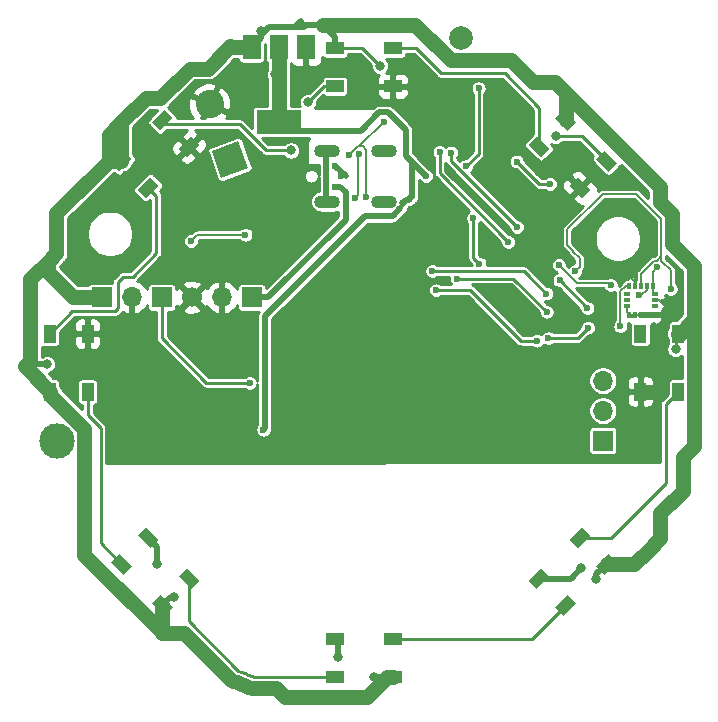
<source format=gbr>
%TF.GenerationSoftware,KiCad,Pcbnew,(5.1.10)-1*%
%TF.CreationDate,2021-12-05T21:12:04-05:00*%
%TF.ProjectId,poi_PCB,706f695f-5043-4422-9e6b-696361645f70,rev?*%
%TF.SameCoordinates,Original*%
%TF.FileFunction,Copper,L1,Top*%
%TF.FilePolarity,Positive*%
%FSLAX46Y46*%
G04 Gerber Fmt 4.6, Leading zero omitted, Abs format (unit mm)*
G04 Created by KiCad (PCBNEW (5.1.10)-1) date 2021-12-05 21:12:04*
%MOMM*%
%LPD*%
G01*
G04 APERTURE LIST*
%TA.AperFunction,ComponentPad*%
%ADD10O,1.700000X1.700000*%
%TD*%
%TA.AperFunction,ComponentPad*%
%ADD11R,1.700000X1.700000*%
%TD*%
%TA.AperFunction,ComponentPad*%
%ADD12O,2.200000X1.100000*%
%TD*%
%TA.AperFunction,ComponentPad*%
%ADD13C,2.000000*%
%TD*%
%TA.AperFunction,ComponentPad*%
%ADD14C,2.400000*%
%TD*%
%TA.AperFunction,ComponentPad*%
%ADD15C,0.100000*%
%TD*%
%TA.AperFunction,SMDPad,CuDef*%
%ADD16C,0.100000*%
%TD*%
%TA.AperFunction,ComponentPad*%
%ADD17C,1.700000*%
%TD*%
%TA.AperFunction,ComponentPad*%
%ADD18C,3.000000*%
%TD*%
%TA.AperFunction,SMDPad,CuDef*%
%ADD19R,1.500000X2.000000*%
%TD*%
%TA.AperFunction,SMDPad,CuDef*%
%ADD20R,3.800000X2.000000*%
%TD*%
%TA.AperFunction,SMDPad,CuDef*%
%ADD21R,1.000000X1.500000*%
%TD*%
%TA.AperFunction,SMDPad,CuDef*%
%ADD22R,1.500000X1.000000*%
%TD*%
%TA.AperFunction,ViaPad*%
%ADD23C,0.600000*%
%TD*%
%TA.AperFunction,ViaPad*%
%ADD24C,0.800000*%
%TD*%
%TA.AperFunction,Conductor*%
%ADD25C,0.508000*%
%TD*%
%TA.AperFunction,Conductor*%
%ADD26C,1.270000*%
%TD*%
%TA.AperFunction,Conductor*%
%ADD27C,0.254000*%
%TD*%
%TA.AperFunction,Conductor*%
%ADD28C,0.127000*%
%TD*%
%TA.AperFunction,Conductor*%
%ADD29C,0.100000*%
%TD*%
G04 APERTURE END LIST*
D10*
%TO.P,J1,3*%
%TO.N,Net-(J1-Pad3)*%
X127735120Y-79023760D03*
%TO.P,J1,2*%
%TO.N,Net-(J1-Pad2)*%
X127735120Y-81563760D03*
D11*
%TO.P,J1,1*%
%TO.N,Net-(J1-Pad1)*%
X127735120Y-84103760D03*
%TD*%
D12*
%TO.P,J4,S1*%
%TO.N,/SHIELD*%
X104386000Y-63864000D03*
X104386000Y-59564000D03*
%TO.P,J4,S3*%
%TO.N,N/C*%
X109186000Y-63864000D03*
%TO.P,J4,S4*%
X109186000Y-59564000D03*
%TD*%
D13*
%TO.P,TP1,1*%
%TO.N,/5V_EN_L*%
X115726000Y-50032200D03*
%TD*%
%TO.P,U4,1*%
%TO.N,+3V3*%
%TA.AperFunction,SMDPad,CuDef*%
G36*
G01*
X131802460Y-70757600D02*
X132124460Y-70757600D01*
G75*
G02*
X132138460Y-70771600I0J-14000D01*
G01*
X132138460Y-71253600D01*
G75*
G02*
X132124460Y-71267600I-14000J0D01*
G01*
X131802460Y-71267600D01*
G75*
G02*
X131788460Y-71253600I0J14000D01*
G01*
X131788460Y-70771600D01*
G75*
G02*
X131802460Y-70757600I14000J0D01*
G01*
G37*
%TD.AperFunction*%
%TO.P,U4,2*%
%TO.N,/SCL*%
%TA.AperFunction,SMDPad,CuDef*%
G36*
G01*
X131302460Y-70757600D02*
X131624460Y-70757600D01*
G75*
G02*
X131638460Y-70771600I0J-14000D01*
G01*
X131638460Y-71253600D01*
G75*
G02*
X131624460Y-71267600I-14000J0D01*
G01*
X131302460Y-71267600D01*
G75*
G02*
X131288460Y-71253600I0J14000D01*
G01*
X131288460Y-70771600D01*
G75*
G02*
X131302460Y-70757600I14000J0D01*
G01*
G37*
%TD.AperFunction*%
%TO.P,U4,3*%
%TO.N,/SDA*%
%TA.AperFunction,SMDPad,CuDef*%
G36*
G01*
X130802460Y-70757600D02*
X131124460Y-70757600D01*
G75*
G02*
X131138460Y-70771600I0J-14000D01*
G01*
X131138460Y-71253600D01*
G75*
G02*
X131124460Y-71267600I-14000J0D01*
G01*
X130802460Y-71267600D01*
G75*
G02*
X130788460Y-71253600I0J14000D01*
G01*
X130788460Y-70771600D01*
G75*
G02*
X130802460Y-70757600I14000J0D01*
G01*
G37*
%TD.AperFunction*%
%TO.P,U4,4*%
%TO.N,GND*%
%TA.AperFunction,SMDPad,CuDef*%
G36*
G01*
X130302460Y-70757600D02*
X130624460Y-70757600D01*
G75*
G02*
X130638460Y-70771600I0J-14000D01*
G01*
X130638460Y-71253600D01*
G75*
G02*
X130624460Y-71267600I-14000J0D01*
G01*
X130302460Y-71267600D01*
G75*
G02*
X130288460Y-71253600I0J14000D01*
G01*
X130288460Y-70771600D01*
G75*
G02*
X130302460Y-70757600I14000J0D01*
G01*
G37*
%TD.AperFunction*%
%TO.P,U4,5*%
%TO.N,+3V3*%
%TA.AperFunction,SMDPad,CuDef*%
G36*
G01*
X129802460Y-70757600D02*
X130124460Y-70757600D01*
G75*
G02*
X130138460Y-70771600I0J-14000D01*
G01*
X130138460Y-71253600D01*
G75*
G02*
X130124460Y-71267600I-14000J0D01*
G01*
X129802460Y-71267600D01*
G75*
G02*
X129788460Y-71253600I0J14000D01*
G01*
X129788460Y-70771600D01*
G75*
G02*
X129802460Y-70757600I14000J0D01*
G01*
G37*
%TD.AperFunction*%
%TO.P,U4,6*%
%TO.N,N/C*%
%TA.AperFunction,SMDPad,CuDef*%
G36*
G01*
X129512460Y-71547600D02*
X129994460Y-71547600D01*
G75*
G02*
X130008460Y-71561600I0J-14000D01*
G01*
X130008460Y-71883600D01*
G75*
G02*
X129994460Y-71897600I-14000J0D01*
G01*
X129512460Y-71897600D01*
G75*
G02*
X129498460Y-71883600I0J14000D01*
G01*
X129498460Y-71561600D01*
G75*
G02*
X129512460Y-71547600I14000J0D01*
G01*
G37*
%TD.AperFunction*%
%TO.P,U4,7*%
%TA.AperFunction,SMDPad,CuDef*%
G36*
G01*
X129512460Y-72047600D02*
X129994460Y-72047600D01*
G75*
G02*
X130008460Y-72061600I0J-14000D01*
G01*
X130008460Y-72383600D01*
G75*
G02*
X129994460Y-72397600I-14000J0D01*
G01*
X129512460Y-72397600D01*
G75*
G02*
X129498460Y-72383600I0J14000D01*
G01*
X129498460Y-72061600D01*
G75*
G02*
X129512460Y-72047600I14000J0D01*
G01*
G37*
%TD.AperFunction*%
%TO.P,U4,8*%
%TO.N,GND*%
%TA.AperFunction,SMDPad,CuDef*%
G36*
G01*
X129512460Y-72547600D02*
X129994460Y-72547600D01*
G75*
G02*
X130008460Y-72561600I0J-14000D01*
G01*
X130008460Y-72883600D01*
G75*
G02*
X129994460Y-72897600I-14000J0D01*
G01*
X129512460Y-72897600D01*
G75*
G02*
X129498460Y-72883600I0J14000D01*
G01*
X129498460Y-72561600D01*
G75*
G02*
X129512460Y-72547600I14000J0D01*
G01*
G37*
%TD.AperFunction*%
%TO.P,U4,9*%
%TA.AperFunction,SMDPad,CuDef*%
G36*
G01*
X129802460Y-73177600D02*
X130124460Y-73177600D01*
G75*
G02*
X130138460Y-73191600I0J-14000D01*
G01*
X130138460Y-73673600D01*
G75*
G02*
X130124460Y-73687600I-14000J0D01*
G01*
X129802460Y-73687600D01*
G75*
G02*
X129788460Y-73673600I0J14000D01*
G01*
X129788460Y-73191600D01*
G75*
G02*
X129802460Y-73177600I14000J0D01*
G01*
G37*
%TD.AperFunction*%
%TO.P,U4,10*%
%TA.AperFunction,SMDPad,CuDef*%
G36*
G01*
X130302460Y-73177600D02*
X130624460Y-73177600D01*
G75*
G02*
X130638460Y-73191600I0J-14000D01*
G01*
X130638460Y-73673600D01*
G75*
G02*
X130624460Y-73687600I-14000J0D01*
G01*
X130302460Y-73687600D01*
G75*
G02*
X130288460Y-73673600I0J14000D01*
G01*
X130288460Y-73191600D01*
G75*
G02*
X130302460Y-73177600I14000J0D01*
G01*
G37*
%TD.AperFunction*%
%TO.P,U4,11*%
%TA.AperFunction,SMDPad,CuDef*%
G36*
G01*
X130802460Y-73177600D02*
X131124460Y-73177600D01*
G75*
G02*
X131138460Y-73191600I0J-14000D01*
G01*
X131138460Y-73673600D01*
G75*
G02*
X131124460Y-73687600I-14000J0D01*
G01*
X130802460Y-73687600D01*
G75*
G02*
X130788460Y-73673600I0J14000D01*
G01*
X130788460Y-73191600D01*
G75*
G02*
X130802460Y-73177600I14000J0D01*
G01*
G37*
%TD.AperFunction*%
%TO.P,U4,12*%
%TA.AperFunction,SMDPad,CuDef*%
G36*
G01*
X131302460Y-73177600D02*
X131624460Y-73177600D01*
G75*
G02*
X131638460Y-73191600I0J-14000D01*
G01*
X131638460Y-73673600D01*
G75*
G02*
X131624460Y-73687600I-14000J0D01*
G01*
X131302460Y-73687600D01*
G75*
G02*
X131288460Y-73673600I0J14000D01*
G01*
X131288460Y-73191600D01*
G75*
G02*
X131302460Y-73177600I14000J0D01*
G01*
G37*
%TD.AperFunction*%
%TO.P,U4,13*%
%TA.AperFunction,SMDPad,CuDef*%
G36*
G01*
X131802460Y-73177600D02*
X132124460Y-73177600D01*
G75*
G02*
X132138460Y-73191600I0J-14000D01*
G01*
X132138460Y-73673600D01*
G75*
G02*
X132124460Y-73687600I-14000J0D01*
G01*
X131802460Y-73687600D01*
G75*
G02*
X131788460Y-73673600I0J14000D01*
G01*
X131788460Y-73191600D01*
G75*
G02*
X131802460Y-73177600I14000J0D01*
G01*
G37*
%TD.AperFunction*%
%TO.P,U4,14*%
%TO.N,N/C*%
%TA.AperFunction,SMDPad,CuDef*%
G36*
G01*
X131932460Y-72547600D02*
X132414460Y-72547600D01*
G75*
G02*
X132428460Y-72561600I0J-14000D01*
G01*
X132428460Y-72883600D01*
G75*
G02*
X132414460Y-72897600I-14000J0D01*
G01*
X131932460Y-72897600D01*
G75*
G02*
X131918460Y-72883600I0J14000D01*
G01*
X131918460Y-72561600D01*
G75*
G02*
X131932460Y-72547600I14000J0D01*
G01*
G37*
%TD.AperFunction*%
%TO.P,U4,15*%
%TO.N,GND*%
%TA.AperFunction,SMDPad,CuDef*%
G36*
G01*
X131932460Y-72047600D02*
X132414460Y-72047600D01*
G75*
G02*
X132428460Y-72061600I0J-14000D01*
G01*
X132428460Y-72383600D01*
G75*
G02*
X132414460Y-72397600I-14000J0D01*
G01*
X131932460Y-72397600D01*
G75*
G02*
X131918460Y-72383600I0J14000D01*
G01*
X131918460Y-72061600D01*
G75*
G02*
X131932460Y-72047600I14000J0D01*
G01*
G37*
%TD.AperFunction*%
%TO.P,U4,16*%
%TO.N,+3V3*%
%TA.AperFunction,SMDPad,CuDef*%
G36*
G01*
X131932460Y-71547600D02*
X132414460Y-71547600D01*
G75*
G02*
X132428460Y-71561600I0J-14000D01*
G01*
X132428460Y-71883600D01*
G75*
G02*
X132414460Y-71897600I-14000J0D01*
G01*
X131932460Y-71897600D01*
G75*
G02*
X131918460Y-71883600I0J14000D01*
G01*
X131918460Y-71561600D01*
G75*
G02*
X131932460Y-71547600I14000J0D01*
G01*
G37*
%TD.AperFunction*%
%TD*%
D14*
%TO.P,C4,2*%
%TO.N,GND*%
X94440800Y-55594800D03*
%TA.AperFunction,ComponentPad*%
D15*
%TO.P,C4,1*%
%TO.N,Net-(C4-Pad1)*%
G36*
X97688956Y-61010470D02*
G01*
X95433694Y-61831318D01*
X94612846Y-59576056D01*
X96868108Y-58755208D01*
X97688956Y-61010470D01*
G37*
%TD.AperFunction*%
%TD*%
%TA.AperFunction,SMDPad,CuDef*%
D16*
%TO.P,D2,1*%
%TO.N,+5V*%
G36*
X123692076Y-56792741D02*
G01*
X124399182Y-56085635D01*
X125459842Y-57146295D01*
X124752736Y-57853401D01*
X123692076Y-56792741D01*
G37*
%TD.AperFunction*%
%TA.AperFunction,SMDPad,CuDef*%
%TO.P,D2,2*%
%TO.N,Net-(D2-Pad2)*%
G36*
X121429335Y-59055482D02*
G01*
X122136441Y-58348376D01*
X123197101Y-59409036D01*
X122489995Y-60116142D01*
X121429335Y-59055482D01*
G37*
%TD.AperFunction*%
%TA.AperFunction,SMDPad,CuDef*%
%TO.P,D2,4*%
%TO.N,/LED_SIG_5*%
G36*
X127156899Y-60257564D02*
G01*
X127864005Y-59550458D01*
X128924665Y-60611118D01*
X128217559Y-61318224D01*
X127156899Y-60257564D01*
G37*
%TD.AperFunction*%
%TA.AperFunction,SMDPad,CuDef*%
%TO.P,D2,3*%
%TO.N,GND*%
G36*
X124894158Y-62520305D02*
G01*
X125601264Y-61813199D01*
X126661924Y-62873859D01*
X125954818Y-63580965D01*
X124894158Y-62520305D01*
G37*
%TD.AperFunction*%
%TD*%
D11*
%TO.P,U6,6*%
%TO.N,/VBUS*%
X97994000Y-71976000D03*
D10*
%TO.P,U6,5*%
%TO.N,GND*%
X95454000Y-71976000D03*
D17*
%TO.P,U6,4*%
X92914000Y-71976000D03*
D11*
%TO.P,U6,3*%
%TO.N,+BATT*%
X90374000Y-71976000D03*
D10*
%TO.P,U6,2*%
%TO.N,GND*%
X87834000Y-71976000D03*
D11*
%TO.P,U6,1*%
%TO.N,+5V*%
X85294000Y-71976000D03*
%TD*%
D18*
%TO.P,TP2,1*%
%TO.N,+BATT*%
X81484000Y-84168000D03*
%TD*%
D19*
%TO.P,U3,1*%
%TO.N,GND*%
X102582800Y-50819200D03*
%TO.P,U3,3*%
%TO.N,+5V*%
X97982800Y-50819200D03*
%TO.P,U3,2*%
%TO.N,+3V3*%
X100282800Y-50819200D03*
D20*
X100282800Y-57119200D03*
%TD*%
D21*
%TO.P,D9,1*%
%TO.N,+5V*%
X134100000Y-75050000D03*
%TO.P,D9,2*%
%TO.N,N/C*%
X130900000Y-75050000D03*
%TO.P,D9,4*%
%TO.N,Net-(D8-Pad2)*%
X134100000Y-79950000D03*
%TO.P,D9,3*%
%TO.N,GND*%
X130900000Y-79950000D03*
%TD*%
%TO.P,D5,1*%
%TO.N,+5V*%
X80900000Y-79950000D03*
%TO.P,D5,2*%
%TO.N,Net-(D5-Pad2)*%
X84100000Y-79950000D03*
%TO.P,D5,4*%
%TO.N,Net-(D4-Pad2)*%
X80900000Y-75050000D03*
%TO.P,D5,3*%
%TO.N,GND*%
X84100000Y-75050000D03*
%TD*%
%TA.AperFunction,SMDPad,CuDef*%
D16*
%TO.P,D8,1*%
%TO.N,+5V*%
G36*
X128218259Y-93692846D02*
G01*
X128925365Y-94399952D01*
X127864705Y-95460612D01*
X127157599Y-94753506D01*
X128218259Y-93692846D01*
G37*
%TD.AperFunction*%
%TA.AperFunction,SMDPad,CuDef*%
%TO.P,D8,2*%
%TO.N,Net-(D8-Pad2)*%
G36*
X125955518Y-91430105D02*
G01*
X126662624Y-92137211D01*
X125601964Y-93197871D01*
X124894858Y-92490765D01*
X125955518Y-91430105D01*
G37*
%TD.AperFunction*%
%TA.AperFunction,SMDPad,CuDef*%
%TO.P,D8,4*%
%TO.N,Net-(D7-Pad2)*%
G36*
X124753436Y-97157669D02*
G01*
X125460542Y-97864775D01*
X124399882Y-98925435D01*
X123692776Y-98218329D01*
X124753436Y-97157669D01*
G37*
%TD.AperFunction*%
%TA.AperFunction,SMDPad,CuDef*%
%TO.P,D8,3*%
%TO.N,GND*%
G36*
X122490695Y-94894928D02*
G01*
X123197801Y-95602034D01*
X122137141Y-96662694D01*
X121430035Y-95955588D01*
X122490695Y-94894928D01*
G37*
%TD.AperFunction*%
%TD*%
%TA.AperFunction,SMDPad,CuDef*%
%TO.P,D4,1*%
%TO.N,+5V*%
G36*
X86781741Y-61307224D02*
G01*
X86074635Y-60600118D01*
X87135295Y-59539458D01*
X87842401Y-60246564D01*
X86781741Y-61307224D01*
G37*
%TD.AperFunction*%
%TA.AperFunction,SMDPad,CuDef*%
%TO.P,D4,2*%
%TO.N,Net-(D4-Pad2)*%
G36*
X89044482Y-63569965D02*
G01*
X88337376Y-62862859D01*
X89398036Y-61802199D01*
X90105142Y-62509305D01*
X89044482Y-63569965D01*
G37*
%TD.AperFunction*%
%TA.AperFunction,SMDPad,CuDef*%
%TO.P,D4,4*%
%TO.N,Net-(D3-Pad2)*%
G36*
X90246564Y-57842401D02*
G01*
X89539458Y-57135295D01*
X90600118Y-56074635D01*
X91307224Y-56781741D01*
X90246564Y-57842401D01*
G37*
%TD.AperFunction*%
%TA.AperFunction,SMDPad,CuDef*%
%TO.P,D4,3*%
%TO.N,GND*%
G36*
X92509305Y-60105142D02*
G01*
X91802199Y-59398036D01*
X92862859Y-58337376D01*
X93569965Y-59044482D01*
X92509305Y-60105142D01*
G37*
%TD.AperFunction*%
%TD*%
D22*
%TO.P,D7,1*%
%TO.N,+5V*%
X109950000Y-104100000D03*
%TO.P,D7,2*%
%TO.N,Net-(D7-Pad2)*%
X109950000Y-100900000D03*
%TO.P,D7,4*%
%TO.N,Net-(D6-Pad2)*%
X105050000Y-104100000D03*
%TO.P,D7,3*%
%TO.N,GND*%
X105050000Y-100900000D03*
%TD*%
%TO.P,D3,1*%
%TO.N,+5V*%
X105050000Y-50900000D03*
%TO.P,D3,2*%
%TO.N,Net-(D3-Pad2)*%
X105050000Y-54100000D03*
%TO.P,D3,4*%
%TO.N,Net-(D2-Pad2)*%
X109950000Y-50900000D03*
%TO.P,D3,3*%
%TO.N,GND*%
X109950000Y-54100000D03*
%TD*%
%TA.AperFunction,SMDPad,CuDef*%
D16*
%TO.P,D6,1*%
%TO.N,+5V*%
G36*
X91307224Y-98217559D02*
G01*
X90600118Y-98924665D01*
X89539458Y-97864005D01*
X90246564Y-97156899D01*
X91307224Y-98217559D01*
G37*
%TD.AperFunction*%
%TA.AperFunction,SMDPad,CuDef*%
%TO.P,D6,2*%
%TO.N,Net-(D6-Pad2)*%
G36*
X93569965Y-95954818D02*
G01*
X92862859Y-96661924D01*
X91802199Y-95601264D01*
X92509305Y-94894158D01*
X93569965Y-95954818D01*
G37*
%TD.AperFunction*%
%TA.AperFunction,SMDPad,CuDef*%
%TO.P,D6,4*%
%TO.N,Net-(D5-Pad2)*%
G36*
X87842401Y-94752736D02*
G01*
X87135295Y-95459842D01*
X86074635Y-94399182D01*
X86781741Y-93692076D01*
X87842401Y-94752736D01*
G37*
%TD.AperFunction*%
%TA.AperFunction,SMDPad,CuDef*%
%TO.P,D6,3*%
%TO.N,GND*%
G36*
X90105142Y-92489995D02*
G01*
X89398036Y-93197101D01*
X88337376Y-92136441D01*
X89044482Y-91429335D01*
X90105142Y-92489995D01*
G37*
%TD.AperFunction*%
%TD*%
D23*
%TO.N,+5V*%
X123650800Y-53715200D03*
X85550800Y-59709600D03*
D24*
X98750324Y-49460798D03*
X108842600Y-52369000D03*
X133887000Y-76346600D03*
X91418200Y-97301600D03*
X108385400Y-104108800D03*
X127181400Y-95828400D03*
X80674000Y-77642000D03*
D23*
%TO.N,+3V3*%
X112746500Y-61708500D03*
X98987400Y-83179200D03*
D24*
X99978000Y-53080200D03*
D23*
X129208320Y-74423820D03*
X132329980Y-69445420D03*
D24*
%TO.N,Net-(D3-Pad2)*%
X101324200Y-59531800D03*
X102772000Y-55442400D03*
D23*
%TO.N,/VBUS*%
X105536000Y-61670000D03*
X105058000Y-60814500D03*
X105058000Y-62592500D03*
%TO.N,+BATT*%
X97819000Y-79216800D03*
%TO.N,/D-*%
X107641534Y-63517201D03*
X109172792Y-57121080D03*
X106235950Y-59913283D03*
%TO.N,/D+*%
X106702650Y-63602150D03*
X107116835Y-59833847D03*
%TO.N,/TXD*%
X113897200Y-59658800D03*
X119728633Y-67274010D03*
%TO.N,/RXD*%
X114862400Y-59709600D03*
X120475800Y-66034200D03*
D24*
%TO.N,/LED_SIG_5*%
X123718798Y-58338000D03*
D23*
%TO.N,/LED_SIG_3.3*%
X123244400Y-62376600D03*
X120425000Y-60471600D03*
D24*
%TO.N,GND*%
X114583000Y-54578800D03*
X115802200Y-54553400D03*
X128476800Y-73755800D03*
X128832400Y-75889400D03*
X112932000Y-60090600D03*
X102975200Y-66643800D03*
X89995800Y-94507600D03*
X105261200Y-102457800D03*
X125911400Y-94914000D03*
X132210600Y-79953400D03*
X102848200Y-62808400D03*
X102467200Y-60827200D03*
D23*
X111433400Y-64688000D03*
X115141800Y-65373800D03*
X121263200Y-56255200D03*
X107826600Y-55239200D03*
X105591400Y-55518600D03*
X101603600Y-52902400D03*
X91164200Y-58287200D03*
X91088000Y-60573200D03*
X93882000Y-60395400D03*
X110696800Y-73070000D03*
X107928200Y-73095400D03*
X106683600Y-74568600D03*
X106607400Y-77235600D03*
X106759800Y-79978800D03*
X108004400Y-81198000D03*
X110696800Y-81274200D03*
X112652600Y-80867800D03*
X114456000Y-79470800D03*
X114506800Y-77311800D03*
X114735400Y-74517800D03*
X112805000Y-72892200D03*
X105794600Y-85033400D03*
X99292200Y-85160400D03*
X117859600Y-84931800D03*
X116056200Y-84957200D03*
X114024200Y-84931800D03*
X111763600Y-85033400D03*
X109553800Y-84855600D03*
X107699600Y-84931800D03*
X130788200Y-78099200D03*
X129010200Y-80055000D03*
X131016800Y-81883800D03*
X124844600Y-64535600D03*
X109604600Y-55417000D03*
X108512400Y-54121600D03*
X84026800Y-77311800D03*
X82452000Y-74975000D03*
X86312800Y-75051200D03*
X88548000Y-67075600D03*
X105388200Y-69412400D03*
X107394800Y-68904400D03*
X133627920Y-73367180D03*
X125352600Y-66887640D03*
X121974400Y-77507380D03*
X124712520Y-77548020D03*
X124768400Y-80961780D03*
X121959160Y-81088780D03*
X124908100Y-83669420D03*
%TO.N,/RST*%
X117199200Y-54274000D03*
X116167800Y-60827200D03*
X116767400Y-65246800D03*
X117275400Y-69117180D03*
%TO.N,Net-(MK1-Pad6)*%
X126419400Y-72892200D03*
X124057200Y-70530000D03*
%TO.N,/WS*%
X122965000Y-73197000D03*
X115370400Y-70377600D03*
%TO.N,/BCLK*%
X122939600Y-71647600D03*
X113287854Y-69747390D03*
%TO.N,/D_OUT_I2S*%
X122152200Y-75635400D03*
X113592400Y-71368200D03*
%TO.N,/SDA*%
X125352600Y-69768000D03*
X133469023Y-71278658D03*
%TO.N,/SCL*%
X123992791Y-69213124D03*
X130745020Y-71805080D03*
X128385254Y-70931916D03*
%TO.N,/CHARGE_CAP_EN*%
X92840600Y-67202600D03*
X97463400Y-66669200D03*
%TO.N,Net-(MK1-Pad7)*%
X126470200Y-74543200D03*
X123117400Y-75432200D03*
%TD*%
D25*
%TO.N,+5V*%
X86244777Y-59709600D02*
X86958518Y-60423341D01*
X85550800Y-59709600D02*
X86244777Y-59709600D01*
X98750324Y-50051676D02*
X97982800Y-50819200D01*
X98750324Y-49460798D02*
X98750324Y-50051676D01*
D26*
X86958518Y-60423341D02*
X86958518Y-57158882D01*
X86958518Y-57158882D02*
X89005200Y-55112200D01*
X89005200Y-55112200D02*
X90249800Y-55112200D01*
X90249800Y-55112200D02*
X92764400Y-52597600D01*
X92764400Y-52597600D02*
X94313800Y-52597600D01*
X94313800Y-52597600D02*
X96193400Y-50718000D01*
X96294600Y-50819200D02*
X97982800Y-50819200D01*
X96193400Y-50718000D02*
X96294600Y-50819200D01*
D25*
X101621489Y-49099911D02*
X102162400Y-48559000D01*
X99452089Y-49099911D02*
X101621489Y-49099911D01*
X97982800Y-50569200D02*
X99452089Y-49099911D01*
X97982800Y-50819200D02*
X97982800Y-50569200D01*
X102336572Y-48889200D02*
X102139950Y-48692578D01*
X102645000Y-48889200D02*
X102336572Y-48889200D01*
X102434289Y-49099911D02*
X102645000Y-48889200D01*
X101621489Y-49099911D02*
X102434289Y-49099911D01*
X105050000Y-49892000D02*
X105050000Y-50900000D01*
X104047200Y-48889200D02*
X105050000Y-49892000D01*
X102645000Y-48889200D02*
X104047200Y-48889200D01*
D26*
X111862462Y-48889200D02*
X114843663Y-51870401D01*
X114843663Y-51870401D02*
X119958399Y-51870401D01*
X104047200Y-48889200D02*
X111862462Y-48889200D01*
X121803198Y-53715200D02*
X123650800Y-53715200D01*
X119958399Y-51870401D02*
X121803198Y-53715200D01*
X123650800Y-53715200D02*
X124575959Y-54640359D01*
X124575959Y-56969518D02*
X124575959Y-54640359D01*
X135438201Y-73833801D02*
X135438201Y-84527201D01*
X134496600Y-88335400D02*
X132591600Y-90240400D01*
X135438201Y-84527201D02*
X134496600Y-85468802D01*
X134496600Y-85468802D02*
X134496600Y-88335400D01*
X132591600Y-90240400D02*
X132591600Y-92312020D01*
X132591600Y-92312020D02*
X132501998Y-92463602D01*
X80900000Y-79950000D02*
X78769000Y-77819000D01*
X78769000Y-77819000D02*
X79226200Y-77361800D01*
X79226200Y-77361800D02*
X79226200Y-70458885D01*
X81461400Y-68223685D02*
X81461400Y-64865800D01*
X85903859Y-60423341D02*
X86958518Y-60423341D01*
X81461400Y-64865800D02*
X85903859Y-60423341D01*
X85903859Y-58213541D02*
X86958518Y-57158882D01*
X85903859Y-60423341D02*
X85903859Y-58213541D01*
X85294000Y-71976000D02*
X82856600Y-71976000D01*
X82856600Y-71976000D02*
X80727343Y-69846743D01*
X80727343Y-69846743D02*
X80727343Y-68957743D01*
X80727343Y-68957743D02*
X81461400Y-68223685D01*
X79226200Y-70458885D02*
X80727343Y-68957743D01*
X130388871Y-94576729D02*
X131601000Y-93364600D01*
X128041482Y-94576729D02*
X130388871Y-94576729D01*
X132501998Y-92463602D02*
X131601000Y-93364600D01*
X134222002Y-75050000D02*
X135438201Y-73833801D01*
X134100000Y-75050000D02*
X134222002Y-75050000D01*
X80900000Y-80200000D02*
X80900000Y-79950000D01*
X83822201Y-93769601D02*
X83822201Y-83122201D01*
X83822201Y-83122201D02*
X80900000Y-80200000D01*
D27*
X107373600Y-50900000D02*
X105050000Y-50900000D01*
X108842600Y-52369000D02*
X107373600Y-50900000D01*
X133887000Y-75263000D02*
X134100000Y-75050000D01*
X133887000Y-76346600D02*
X133887000Y-75263000D01*
D25*
X91162523Y-97301600D02*
X90423341Y-98040782D01*
X91418200Y-97301600D02*
X91162523Y-97301600D01*
X108394200Y-104100000D02*
X108385400Y-104108800D01*
X109950000Y-104100000D02*
X108394200Y-104100000D01*
X79506400Y-77642000D02*
X79226200Y-77361800D01*
X80674000Y-77642000D02*
X79506400Y-77642000D01*
X102162400Y-48559000D02*
X102162400Y-48559000D01*
D26*
X90423341Y-100370741D02*
X90453000Y-100400400D01*
X90453000Y-100400400D02*
X83822201Y-93769601D01*
X90423341Y-98040782D02*
X90423341Y-100370741D01*
X92288383Y-100400400D02*
X90453000Y-100400400D01*
X96277290Y-104389307D02*
X92288383Y-100400400D01*
X96748178Y-104581556D02*
X96436099Y-104455565D01*
X98057690Y-105065210D02*
X98010315Y-105049196D01*
X98010315Y-105049196D02*
X97692841Y-104937784D01*
X97692841Y-104937784D02*
X97376547Y-104822665D01*
X97376547Y-104822665D02*
X97061670Y-104703927D01*
X97061670Y-104703927D02*
X96748178Y-104581556D01*
X96436099Y-104455565D02*
X96277290Y-104389307D01*
X100797386Y-105836000D02*
X100026597Y-105065211D01*
X100026597Y-105065211D02*
X98057690Y-105065210D01*
X109461000Y-104100000D02*
X107725000Y-105836000D01*
X109950000Y-104100000D02*
X109461000Y-104100000D01*
X107725000Y-105836000D02*
X100797386Y-105836000D01*
X133572289Y-64924338D02*
X133572289Y-67472089D01*
X132533189Y-63885239D02*
X133572289Y-64924338D01*
X133572289Y-67472089D02*
X135438201Y-69338001D01*
X124575959Y-54640359D02*
X132533189Y-62597589D01*
X132533189Y-62597589D02*
X132533189Y-63885239D01*
X135438201Y-69338001D02*
X135438201Y-73833801D01*
D25*
X127181400Y-95436811D02*
X128041482Y-94576729D01*
X127181400Y-95828400D02*
X127181400Y-95436811D01*
%TO.N,+3V3*%
X111052400Y-60014400D02*
X112746500Y-61708500D01*
X111052400Y-57832621D02*
X111052400Y-60014400D01*
X109535368Y-56315589D02*
X111052400Y-57832621D01*
X108808454Y-56315589D02*
X109535368Y-56315589D01*
X107255543Y-57868500D02*
X108808454Y-56315589D01*
X100105000Y-57868500D02*
X107255543Y-57868500D01*
X99114400Y-83052200D02*
X98987400Y-83179200D01*
X99114400Y-73527200D02*
X99114400Y-83052200D01*
X109930010Y-65094400D02*
X107547200Y-65094400D01*
X107547200Y-65094400D02*
X99114400Y-73527200D01*
X111525456Y-60487456D02*
X111525456Y-63498954D01*
X111052400Y-60014400D02*
X111525456Y-60487456D01*
D26*
X100282800Y-50819200D02*
X100282800Y-57119200D01*
D25*
X109930010Y-65094400D02*
X110576199Y-64448211D01*
D27*
X111414748Y-63498954D02*
X111525456Y-63498954D01*
X110576199Y-64337503D02*
X111414748Y-63498954D01*
X110576199Y-64448211D02*
X110576199Y-64337503D01*
D25*
X111325401Y-63703799D02*
X111021943Y-63703799D01*
X111414748Y-63614452D02*
X111325401Y-63703799D01*
X111414748Y-63498954D02*
X111414748Y-63614452D01*
X111021943Y-63703799D02*
X110743210Y-63982532D01*
D28*
X131963460Y-71512600D02*
X132173460Y-71722600D01*
X131963460Y-71012600D02*
X131963460Y-71512600D01*
X129208320Y-71468756D02*
X129208320Y-74423820D01*
X129664476Y-71012600D02*
X129208320Y-71468756D01*
X129963460Y-71012600D02*
X129664476Y-71012600D01*
X131963460Y-69811940D02*
X132329980Y-69445420D01*
X131963460Y-71012600D02*
X131963460Y-69811940D01*
D27*
%TO.N,Net-(D2-Pad2)*%
X122313218Y-59232259D02*
X122313218Y-55908218D01*
X122313218Y-55908218D02*
X119409000Y-53004000D01*
X119409000Y-53004000D02*
X114024200Y-53004000D01*
X111920200Y-50900000D02*
X109950000Y-50900000D01*
X114024200Y-53004000D02*
X111920200Y-50900000D01*
%TO.N,Net-(D3-Pad2)*%
X99201038Y-59531800D02*
X101324200Y-59531800D01*
X96981309Y-57312071D02*
X99201038Y-59531800D01*
X90776894Y-57312071D02*
X96981309Y-57312071D01*
X90423341Y-56958518D02*
X90776894Y-57312071D01*
X104114400Y-54100000D02*
X105050000Y-54100000D01*
X102772000Y-55442400D02*
X104114400Y-54100000D01*
%TO.N,Net-(D4-Pad2)*%
X86653799Y-72910563D02*
X86653799Y-70671601D01*
X86408161Y-73156201D02*
X86653799Y-72910563D01*
X82793799Y-73156201D02*
X86408161Y-73156201D01*
X80900000Y-75050000D02*
X82793799Y-73156201D01*
X86653799Y-70671601D02*
X87100200Y-70225200D01*
X87100200Y-70225200D02*
X87913000Y-70225200D01*
X87913000Y-70225200D02*
X89919600Y-68218600D01*
X89919600Y-63384423D02*
X89221259Y-62686082D01*
X89919600Y-68218600D02*
X89919600Y-63384423D01*
%TO.N,Net-(D5-Pad2)*%
X84100000Y-81958448D02*
X85195200Y-83053648D01*
X84100000Y-79950000D02*
X84100000Y-81958448D01*
X85195200Y-92812641D02*
X86958518Y-94575959D01*
X85195200Y-83053648D02*
X85195200Y-92812641D01*
%TO.N,Net-(D6-Pad2)*%
X97407405Y-103802744D02*
X97104252Y-103684408D01*
X97711909Y-103917570D02*
X97407405Y-103802744D01*
X97104252Y-103684408D02*
X96867040Y-103588642D01*
X98220395Y-104100000D02*
X98017772Y-104028893D01*
X105050000Y-104100000D02*
X98220395Y-104100000D01*
X98017772Y-104028893D02*
X97711909Y-103917570D01*
X92686082Y-99407684D02*
X92686082Y-95778041D01*
X96867040Y-103588642D02*
X92686082Y-99407684D01*
%TO.N,Net-(D7-Pad2)*%
X121718211Y-100900000D02*
X124576659Y-98041552D01*
X109950000Y-100900000D02*
X121718211Y-100900000D01*
D25*
%TO.N,/VBUS*%
X105943210Y-61699710D02*
X105058000Y-60814500D01*
X99352000Y-71976000D02*
X105943210Y-65384790D01*
X97994000Y-71976000D02*
X99352000Y-71976000D01*
X105943210Y-63053446D02*
X105943210Y-63414210D01*
X105482264Y-62592500D02*
X105943210Y-63053446D01*
X105058000Y-62592500D02*
X105482264Y-62592500D01*
X105943210Y-65384790D02*
X105943210Y-63414210D01*
D27*
%TO.N,+BATT*%
X90374000Y-71976000D02*
X90374000Y-75429400D01*
X94161400Y-79216800D02*
X97819000Y-79216800D01*
X90374000Y-75429400D02*
X94161400Y-79216800D01*
D28*
%TO.N,/D-*%
X109172792Y-57121080D02*
X109033542Y-57121080D01*
X106973033Y-59176200D02*
X106235950Y-59913283D01*
X107394800Y-59176200D02*
X106973033Y-59176200D01*
X107683536Y-59464936D02*
X107394800Y-59176200D01*
X107641534Y-63517201D02*
X107683536Y-63475199D01*
X107683536Y-63475199D02*
X107683536Y-59464936D01*
X107117672Y-59176200D02*
X106973033Y-59176200D01*
X109172792Y-57121080D02*
X107117672Y-59176200D01*
%TO.N,/D+*%
X107028594Y-62780906D02*
X107028594Y-60045433D01*
X107028594Y-63276206D02*
X107028594Y-62780906D01*
X106702650Y-63602150D02*
X107028594Y-63276206D01*
D27*
%TO.N,/TXD*%
X113897200Y-61442577D02*
X119728633Y-67274010D01*
X113897200Y-59658800D02*
X113897200Y-61442577D01*
%TO.N,/RXD*%
X114862400Y-60420800D02*
X120475800Y-66034200D01*
X114862400Y-59709600D02*
X114862400Y-60420800D01*
%TO.N,/LED_SIG_5*%
X128040782Y-60434341D02*
X125944441Y-58338000D01*
X125944441Y-58338000D02*
X123718798Y-58338000D01*
%TO.N,/LED_SIG_3.3*%
X122330000Y-62376600D02*
X120425000Y-60471600D01*
X123244400Y-62376600D02*
X122330000Y-62376600D01*
%TO.N,Net-(D8-Pad2)*%
X125778741Y-92313988D02*
X128409812Y-92313988D01*
X128409812Y-92313988D02*
X133048800Y-87675000D01*
X133048800Y-81001200D02*
X134100000Y-79950000D01*
X133048800Y-87675000D02*
X133048800Y-81001200D01*
D25*
%TO.N,GND*%
X89995800Y-93087759D02*
X89221259Y-92313218D01*
X89995800Y-94507600D02*
X89995800Y-93087759D01*
X105261200Y-101111200D02*
X105050000Y-100900000D01*
X105261200Y-102457800D02*
X105261200Y-101111200D01*
X125046589Y-95778811D02*
X125911400Y-94914000D01*
X122313918Y-95778811D02*
X125046589Y-95778811D01*
D26*
X132207200Y-79950000D02*
X132210600Y-79953400D01*
X130900000Y-79950000D02*
X132207200Y-79950000D01*
D28*
X129753460Y-73222600D02*
X129963460Y-73432600D01*
X129753460Y-72722600D02*
X129753460Y-73222600D01*
X129963460Y-73432600D02*
X130963460Y-73432600D01*
X133617024Y-73367180D02*
X133627920Y-73367180D01*
X132472444Y-72222600D02*
X133617024Y-73367180D01*
X132173460Y-72222600D02*
X132472444Y-72222600D01*
X129357824Y-69607980D02*
X126190800Y-69607980D01*
X130463460Y-70713616D02*
X129357824Y-69607980D01*
X130463460Y-71012600D02*
X130463460Y-70713616D01*
D27*
%TO.N,/RST*%
X117199200Y-59795800D02*
X116167800Y-60827200D01*
X117199200Y-54274000D02*
X117199200Y-59795800D01*
X116767400Y-68609180D02*
X117275400Y-69117180D01*
X116767400Y-65246800D02*
X116767400Y-68609180D01*
%TO.N,Net-(MK1-Pad6)*%
X126419400Y-72892200D02*
X124057200Y-70530000D01*
%TO.N,/WS*%
X120145600Y-70377600D02*
X122965000Y-73197000D01*
X115370400Y-70377600D02*
X120145600Y-70377600D01*
%TO.N,/BCLK*%
X121039390Y-69747390D02*
X121314000Y-70022000D01*
X121314000Y-70022000D02*
X121212389Y-69920389D01*
X122939600Y-71647600D02*
X121314000Y-70022000D01*
X113287854Y-69747390D02*
X121039390Y-69747390D01*
%TO.N,/D_OUT_I2S*%
X113592400Y-71368200D02*
X116513400Y-71368200D01*
X120780600Y-75635400D02*
X122152200Y-75635400D01*
X116513400Y-71368200D02*
X120780600Y-75635400D01*
D25*
%TO.N,/SHIELD*%
X104300799Y-59649201D02*
X104386000Y-59564000D01*
X104386000Y-63864000D02*
X104300799Y-63778799D01*
X104300799Y-63778799D02*
X104300799Y-59649201D01*
D28*
%TO.N,/SDA*%
X125403400Y-69768000D02*
X125352600Y-69768000D01*
X133469023Y-69677163D02*
X133469023Y-71278658D01*
X130963460Y-69973220D02*
X132057962Y-68878718D01*
X130963460Y-71012600D02*
X130963460Y-69973220D01*
X132670578Y-68878718D02*
X133469023Y-69677163D01*
X132297242Y-68878718D02*
X132670578Y-68505382D01*
X132057962Y-68878718D02*
X132297242Y-68878718D01*
X132670578Y-68505382D02*
X132670578Y-68878718D01*
X127704640Y-63202100D02*
X130574840Y-63202100D01*
X132670578Y-65297838D02*
X132670578Y-68505382D01*
X124712520Y-66194220D02*
X127704640Y-63202100D01*
X125240840Y-68089060D02*
X124712520Y-67560740D01*
X124712520Y-67560740D02*
X124712520Y-66194220D01*
X125240840Y-68127160D02*
X125240840Y-68089060D01*
X125753920Y-68640240D02*
X125240840Y-68127160D01*
X125753920Y-69366680D02*
X125753920Y-68640240D01*
X130574840Y-63202100D02*
X132670578Y-65297838D01*
X125352600Y-69768000D02*
X125753920Y-69366680D01*
%TO.N,/SCL*%
X128289223Y-70758611D02*
X125538278Y-70758611D01*
X125538278Y-70758611D02*
X123992791Y-69213124D01*
X130969964Y-71805080D02*
X130745020Y-71805080D01*
X131463460Y-71311584D02*
X130969964Y-71805080D01*
X131463460Y-71012600D02*
X131463460Y-71311584D01*
X128289223Y-70835885D02*
X128385254Y-70931916D01*
X128289223Y-70758611D02*
X128289223Y-70835885D01*
%TO.N,/CHARGE_CAP_EN*%
X93374000Y-66669200D02*
X97463400Y-66669200D01*
X92840600Y-67202600D02*
X93374000Y-66669200D01*
D27*
%TO.N,Net-(MK1-Pad7)*%
X125581200Y-75432200D02*
X123117400Y-75432200D01*
X126470200Y-74543200D02*
X125581200Y-75432200D01*
%TD*%
%TO.N,GND*%
X102709800Y-50692200D02*
X102729800Y-50692200D01*
X102729800Y-50946200D01*
X102709800Y-50946200D01*
X102709800Y-52295450D01*
X102868550Y-52454200D01*
X103332800Y-52457272D01*
X103457282Y-52445012D01*
X103576980Y-52408702D01*
X103687294Y-52349737D01*
X103783985Y-52270385D01*
X103863337Y-52173694D01*
X103922302Y-52063380D01*
X103958612Y-51943682D01*
X103970872Y-51819200D01*
X103969852Y-51582088D01*
X103985019Y-51610463D01*
X104032131Y-51667869D01*
X104089537Y-51714981D01*
X104155030Y-51749988D01*
X104226095Y-51771545D01*
X104300000Y-51778824D01*
X105800000Y-51778824D01*
X105873905Y-51771545D01*
X105944970Y-51749988D01*
X106010463Y-51714981D01*
X106067869Y-51667869D01*
X106114981Y-51610463D01*
X106149988Y-51544970D01*
X106171545Y-51473905D01*
X106178430Y-51404000D01*
X107164837Y-51404000D01*
X108065600Y-52304763D01*
X108065600Y-52445528D01*
X108095459Y-52595643D01*
X108154031Y-52737048D01*
X108239064Y-52864309D01*
X108347291Y-52972536D01*
X108474552Y-53057569D01*
X108615957Y-53116141D01*
X108754943Y-53143786D01*
X108748815Y-53148815D01*
X108669463Y-53245506D01*
X108610498Y-53355820D01*
X108574188Y-53475518D01*
X108561928Y-53600000D01*
X108565000Y-53814250D01*
X108723750Y-53973000D01*
X109823000Y-53973000D01*
X109823000Y-53123750D01*
X110077000Y-53123750D01*
X110077000Y-53973000D01*
X111176250Y-53973000D01*
X111335000Y-53814250D01*
X111338072Y-53600000D01*
X111325812Y-53475518D01*
X111289502Y-53355820D01*
X111230537Y-53245506D01*
X111151185Y-53148815D01*
X111054494Y-53069463D01*
X110944180Y-53010498D01*
X110824482Y-52974188D01*
X110700000Y-52961928D01*
X110235750Y-52965000D01*
X110077000Y-53123750D01*
X109823000Y-53123750D01*
X109664250Y-52965000D01*
X109347541Y-52962904D01*
X109446136Y-52864309D01*
X109531169Y-52737048D01*
X109589741Y-52595643D01*
X109619600Y-52445528D01*
X109619600Y-52292472D01*
X109589741Y-52142357D01*
X109531169Y-52000952D01*
X109446136Y-51873691D01*
X109351269Y-51778824D01*
X110700000Y-51778824D01*
X110773905Y-51771545D01*
X110844970Y-51749988D01*
X110910463Y-51714981D01*
X110967869Y-51667869D01*
X111014981Y-51610463D01*
X111049988Y-51544970D01*
X111071545Y-51473905D01*
X111078430Y-51404000D01*
X111711437Y-51404000D01*
X113650314Y-53342878D01*
X113666094Y-53362106D01*
X113742838Y-53425088D01*
X113830395Y-53471888D01*
X113925399Y-53500707D01*
X113999446Y-53508000D01*
X113999448Y-53508000D01*
X114024199Y-53510438D01*
X114048950Y-53508000D01*
X119200237Y-53508000D01*
X121809219Y-56116983D01*
X121809218Y-58139861D01*
X121161466Y-58787613D01*
X121114354Y-58845019D01*
X121079347Y-58910512D01*
X121057790Y-58981577D01*
X121050511Y-59055482D01*
X121057790Y-59129387D01*
X121079347Y-59200452D01*
X121114354Y-59265945D01*
X121161466Y-59323351D01*
X122222126Y-60384011D01*
X122279532Y-60431123D01*
X122345025Y-60466130D01*
X122416090Y-60487687D01*
X122489995Y-60494966D01*
X122563900Y-60487687D01*
X122634965Y-60466130D01*
X122700458Y-60431123D01*
X122757864Y-60384011D01*
X123464970Y-59676905D01*
X123512082Y-59619499D01*
X123547089Y-59554006D01*
X123568646Y-59482941D01*
X123575925Y-59409036D01*
X123568646Y-59335131D01*
X123547089Y-59264066D01*
X123512082Y-59198573D01*
X123464970Y-59141167D01*
X123349611Y-59025808D01*
X123350750Y-59026569D01*
X123492155Y-59085141D01*
X123642270Y-59115000D01*
X123795326Y-59115000D01*
X123945441Y-59085141D01*
X124086846Y-59026569D01*
X124214107Y-58941536D01*
X124313643Y-58842000D01*
X125735678Y-58842000D01*
X126886480Y-59992802D01*
X126841918Y-60047101D01*
X126806911Y-60112594D01*
X126785354Y-60183659D01*
X126778075Y-60257564D01*
X126785354Y-60331469D01*
X126806911Y-60402534D01*
X126841918Y-60468027D01*
X126889030Y-60525433D01*
X127949690Y-61586093D01*
X128007096Y-61633205D01*
X128072589Y-61668212D01*
X128143654Y-61689769D01*
X128217559Y-61697048D01*
X128291464Y-61689769D01*
X128362529Y-61668212D01*
X128428022Y-61633205D01*
X128485428Y-61586093D01*
X129192534Y-60878987D01*
X129239646Y-60821581D01*
X129269725Y-60765309D01*
X131521189Y-63016773D01*
X131521190Y-63525489D01*
X130901622Y-62905922D01*
X130887827Y-62889113D01*
X130820753Y-62834066D01*
X130744228Y-62793162D01*
X130661193Y-62767974D01*
X130596476Y-62761600D01*
X130596469Y-62761600D01*
X130574840Y-62759470D01*
X130553211Y-62761600D01*
X127726269Y-62761600D01*
X127704640Y-62759470D01*
X127683011Y-62761600D01*
X127683004Y-62761600D01*
X127618287Y-62767974D01*
X127535252Y-62793162D01*
X127458727Y-62834066D01*
X127410240Y-62873859D01*
X127391653Y-62889113D01*
X127377863Y-62905916D01*
X127287987Y-62995792D01*
X127299996Y-62873859D01*
X127287736Y-62749377D01*
X127251427Y-62629679D01*
X127192462Y-62519365D01*
X127113110Y-62422674D01*
X126782663Y-62096572D01*
X126558157Y-62096572D01*
X125957646Y-62697082D01*
X125971789Y-62711225D01*
X125792184Y-62890830D01*
X125778041Y-62876687D01*
X125177531Y-63477198D01*
X125177531Y-63701704D01*
X125503633Y-64032151D01*
X125600324Y-64111503D01*
X125710638Y-64170468D01*
X125830336Y-64206777D01*
X125954818Y-64219037D01*
X126076752Y-64207028D01*
X124416337Y-65867443D01*
X124399534Y-65881233D01*
X124385744Y-65898036D01*
X124385741Y-65898039D01*
X124344486Y-65948308D01*
X124303582Y-66024833D01*
X124278394Y-66107868D01*
X124269890Y-66194220D01*
X124272021Y-66215858D01*
X124272020Y-67539111D01*
X124269890Y-67560740D01*
X124272020Y-67582369D01*
X124272020Y-67582375D01*
X124278394Y-67647092D01*
X124303582Y-67730127D01*
X124344486Y-67806652D01*
X124399533Y-67873727D01*
X124416342Y-67887522D01*
X124839407Y-68310588D01*
X124872806Y-68373072D01*
X124927853Y-68440147D01*
X124944662Y-68453942D01*
X125313421Y-68822701D01*
X125313420Y-69091000D01*
X125285921Y-69091000D01*
X125155126Y-69117016D01*
X125031920Y-69168050D01*
X124921037Y-69242140D01*
X124826740Y-69336437D01*
X124791622Y-69388995D01*
X124669791Y-69267164D01*
X124669791Y-69146445D01*
X124643775Y-69015650D01*
X124592741Y-68892444D01*
X124518651Y-68781561D01*
X124424354Y-68687264D01*
X124313471Y-68613174D01*
X124190265Y-68562140D01*
X124059470Y-68536124D01*
X123926112Y-68536124D01*
X123795317Y-68562140D01*
X123672111Y-68613174D01*
X123561228Y-68687264D01*
X123466931Y-68781561D01*
X123392841Y-68892444D01*
X123341807Y-69015650D01*
X123315791Y-69146445D01*
X123315791Y-69279803D01*
X123341807Y-69410598D01*
X123392841Y-69533804D01*
X123466931Y-69644687D01*
X123561228Y-69738984D01*
X123672111Y-69813074D01*
X123795317Y-69864108D01*
X123864996Y-69877968D01*
X123859726Y-69879016D01*
X123736520Y-69930050D01*
X123625637Y-70004140D01*
X123531340Y-70098437D01*
X123457250Y-70209320D01*
X123406216Y-70332526D01*
X123380200Y-70463321D01*
X123380200Y-70596679D01*
X123406216Y-70727474D01*
X123457250Y-70850680D01*
X123531340Y-70961563D01*
X123625637Y-71055860D01*
X123736520Y-71129950D01*
X123859726Y-71180984D01*
X123990521Y-71207000D01*
X124021437Y-71207000D01*
X125742400Y-72927964D01*
X125742400Y-72958879D01*
X125768416Y-73089674D01*
X125819450Y-73212880D01*
X125893540Y-73323763D01*
X125987837Y-73418060D01*
X126098720Y-73492150D01*
X126221926Y-73543184D01*
X126352721Y-73569200D01*
X126486079Y-73569200D01*
X126616874Y-73543184D01*
X126740080Y-73492150D01*
X126850963Y-73418060D01*
X126945260Y-73323763D01*
X127019350Y-73212880D01*
X127070384Y-73089674D01*
X127096400Y-72958879D01*
X127096400Y-72825521D01*
X127070384Y-72694726D01*
X127019350Y-72571520D01*
X126945260Y-72460637D01*
X126850963Y-72366340D01*
X126740080Y-72292250D01*
X126616874Y-72241216D01*
X126486079Y-72215200D01*
X126455164Y-72215200D01*
X125424330Y-71184366D01*
X125451925Y-71192737D01*
X125516642Y-71199111D01*
X125516649Y-71199111D01*
X125538278Y-71201241D01*
X125559907Y-71199111D01*
X127763150Y-71199111D01*
X127785304Y-71252596D01*
X127859394Y-71363479D01*
X127953691Y-71457776D01*
X128064574Y-71531866D01*
X128187780Y-71582900D01*
X128318575Y-71608916D01*
X128451933Y-71608916D01*
X128582728Y-71582900D01*
X128705934Y-71531866D01*
X128767820Y-71490515D01*
X128767821Y-73906896D01*
X128682460Y-73992257D01*
X128608370Y-74103140D01*
X128557336Y-74226346D01*
X128531320Y-74357141D01*
X128531320Y-74490499D01*
X128557336Y-74621294D01*
X128608370Y-74744500D01*
X128682460Y-74855383D01*
X128776757Y-74949680D01*
X128887640Y-75023770D01*
X129010846Y-75074804D01*
X129141641Y-75100820D01*
X129274999Y-75100820D01*
X129405794Y-75074804D01*
X129529000Y-75023770D01*
X129639883Y-74949680D01*
X129734180Y-74855383D01*
X129808270Y-74744500D01*
X129859304Y-74621294D01*
X129885320Y-74490499D01*
X129885320Y-74357141D01*
X129859304Y-74226346D01*
X129857447Y-74221863D01*
X129893599Y-74185711D01*
X129919397Y-74208108D01*
X130024328Y-74267992D01*
X130021176Y-74300000D01*
X130021176Y-75800000D01*
X130028455Y-75873905D01*
X130050012Y-75944970D01*
X130085019Y-76010463D01*
X130132131Y-76067869D01*
X130189537Y-76114981D01*
X130255030Y-76149988D01*
X130326095Y-76171545D01*
X130400000Y-76178824D01*
X131400000Y-76178824D01*
X131473905Y-76171545D01*
X131544970Y-76149988D01*
X131610463Y-76114981D01*
X131667869Y-76067869D01*
X131714981Y-76010463D01*
X131749988Y-75944970D01*
X131771545Y-75873905D01*
X131778824Y-75800000D01*
X131778824Y-74309887D01*
X131780240Y-74309721D01*
X131898886Y-74270107D01*
X132007523Y-74208108D01*
X132033321Y-74185711D01*
X132170210Y-74322600D01*
X132280240Y-74309721D01*
X132398886Y-74270107D01*
X132507523Y-74208108D01*
X132601978Y-74126105D01*
X132678620Y-74027252D01*
X132734503Y-73915346D01*
X132767482Y-73794687D01*
X132773460Y-73718350D01*
X132614710Y-73559600D01*
X130816460Y-73559600D01*
X130816460Y-73305600D01*
X132614710Y-73305600D01*
X132773460Y-73146850D01*
X132767482Y-73070513D01*
X132764215Y-73058560D01*
X132777382Y-73033927D01*
X132799736Y-72960236D01*
X132804747Y-72909356D01*
X132866965Y-72861118D01*
X132948968Y-72766663D01*
X133010967Y-72658026D01*
X133050581Y-72539380D01*
X133063460Y-72429350D01*
X132904710Y-72270600D01*
X132676107Y-72270600D01*
X132632701Y-72234979D01*
X132609542Y-72222600D01*
X132632701Y-72210221D01*
X132676107Y-72174600D01*
X132904710Y-72174600D01*
X133063460Y-72015850D01*
X133050581Y-71905820D01*
X133010967Y-71787174D01*
X132998805Y-71765863D01*
X133037460Y-71804518D01*
X133148343Y-71878608D01*
X133271549Y-71929642D01*
X133402344Y-71955658D01*
X133535702Y-71955658D01*
X133666497Y-71929642D01*
X133789703Y-71878608D01*
X133900586Y-71804518D01*
X133994883Y-71710221D01*
X134068973Y-71599338D01*
X134120007Y-71476132D01*
X134146023Y-71345337D01*
X134146023Y-71211979D01*
X134120007Y-71081184D01*
X134068973Y-70957978D01*
X133994883Y-70847095D01*
X133909523Y-70761735D01*
X133909523Y-69698792D01*
X133911653Y-69677163D01*
X133909523Y-69655534D01*
X133909523Y-69655527D01*
X133903149Y-69590810D01*
X133877961Y-69507775D01*
X133837057Y-69431250D01*
X133802616Y-69389284D01*
X133795802Y-69380981D01*
X133795800Y-69380979D01*
X133782010Y-69364176D01*
X133765208Y-69350387D01*
X133111078Y-68696258D01*
X133111078Y-68527011D01*
X133113208Y-68505382D01*
X133111078Y-68483753D01*
X133111078Y-68442062D01*
X134426201Y-69757186D01*
X134426202Y-73414616D01*
X133919642Y-73921176D01*
X133600000Y-73921176D01*
X133526095Y-73928455D01*
X133455030Y-73950012D01*
X133389537Y-73985019D01*
X133332131Y-74032131D01*
X133285019Y-74089537D01*
X133250012Y-74155030D01*
X133228455Y-74226095D01*
X133221176Y-74300000D01*
X133221176Y-74547354D01*
X133160511Y-74660851D01*
X133102643Y-74851613D01*
X133083104Y-75050000D01*
X133102643Y-75248387D01*
X133160511Y-75439149D01*
X133221176Y-75552646D01*
X133221176Y-75800000D01*
X133228455Y-75873905D01*
X133240913Y-75914973D01*
X133198431Y-75978552D01*
X133139859Y-76119957D01*
X133110000Y-76270072D01*
X133110000Y-76423128D01*
X133139859Y-76573243D01*
X133198431Y-76714648D01*
X133283464Y-76841909D01*
X133391691Y-76950136D01*
X133518952Y-77035169D01*
X133660357Y-77093741D01*
X133810472Y-77123600D01*
X133963528Y-77123600D01*
X134113643Y-77093741D01*
X134255048Y-77035169D01*
X134382309Y-76950136D01*
X134426201Y-76906244D01*
X134426201Y-78821176D01*
X133600000Y-78821176D01*
X133526095Y-78828455D01*
X133455030Y-78850012D01*
X133389537Y-78885019D01*
X133332131Y-78932131D01*
X133285019Y-78989537D01*
X133250012Y-79055030D01*
X133228455Y-79126095D01*
X133221176Y-79200000D01*
X133221176Y-80116060D01*
X132709923Y-80627314D01*
X132690695Y-80643094D01*
X132674915Y-80662322D01*
X132627713Y-80719838D01*
X132580913Y-80807395D01*
X132552093Y-80902399D01*
X132542362Y-81001200D01*
X132544801Y-81025964D01*
X132544800Y-85871707D01*
X85699200Y-85970781D01*
X85699200Y-83078402D01*
X85701638Y-83053648D01*
X85691907Y-82954847D01*
X85686359Y-82936559D01*
X85663088Y-82859843D01*
X85616288Y-82772286D01*
X85553306Y-82695542D01*
X85534073Y-82679758D01*
X84604000Y-81749685D01*
X84604000Y-81078430D01*
X84673905Y-81071545D01*
X84744970Y-81049988D01*
X84810463Y-81014981D01*
X84867869Y-80967869D01*
X84914981Y-80910463D01*
X84949988Y-80844970D01*
X84971545Y-80773905D01*
X84978824Y-80700000D01*
X84978824Y-79200000D01*
X84971545Y-79126095D01*
X84949988Y-79055030D01*
X84914981Y-78989537D01*
X84867869Y-78932131D01*
X84810463Y-78885019D01*
X84744970Y-78850012D01*
X84673905Y-78828455D01*
X84600000Y-78821176D01*
X83600000Y-78821176D01*
X83526095Y-78828455D01*
X83455030Y-78850012D01*
X83389537Y-78885019D01*
X83332131Y-78932131D01*
X83285019Y-78989537D01*
X83250012Y-79055030D01*
X83228455Y-79126095D01*
X83221176Y-79200000D01*
X83221176Y-80700000D01*
X83228455Y-80773905D01*
X83250012Y-80844970D01*
X83285019Y-80910463D01*
X83332131Y-80967869D01*
X83389537Y-81014981D01*
X83455030Y-81049988D01*
X83526095Y-81071545D01*
X83596001Y-81078430D01*
X83596001Y-81464817D01*
X81898948Y-79767764D01*
X81897357Y-79751614D01*
X81839489Y-79560851D01*
X81778824Y-79447354D01*
X81778824Y-79200000D01*
X81771545Y-79126095D01*
X81749988Y-79055030D01*
X81714981Y-78989537D01*
X81667869Y-78932131D01*
X81610463Y-78885019D01*
X81544970Y-78850012D01*
X81473905Y-78828455D01*
X81400000Y-78821176D01*
X81202360Y-78821176D01*
X80791946Y-78410762D01*
X80900643Y-78389141D01*
X81042048Y-78330569D01*
X81169309Y-78245536D01*
X81277536Y-78137309D01*
X81362569Y-78010048D01*
X81421141Y-77868643D01*
X81451000Y-77718528D01*
X81451000Y-77565472D01*
X81421141Y-77415357D01*
X81362569Y-77273952D01*
X81277536Y-77146691D01*
X81169309Y-77038464D01*
X81042048Y-76953431D01*
X80900643Y-76894859D01*
X80750528Y-76865000D01*
X80597472Y-76865000D01*
X80447357Y-76894859D01*
X80305952Y-76953431D01*
X80238200Y-76998701D01*
X80238200Y-76140992D01*
X80255030Y-76149988D01*
X80326095Y-76171545D01*
X80400000Y-76178824D01*
X81400000Y-76178824D01*
X81473905Y-76171545D01*
X81544970Y-76149988D01*
X81610463Y-76114981D01*
X81667869Y-76067869D01*
X81714981Y-76010463D01*
X81749988Y-75944970D01*
X81771545Y-75873905D01*
X81778824Y-75800000D01*
X82961928Y-75800000D01*
X82974188Y-75924482D01*
X83010498Y-76044180D01*
X83069463Y-76154494D01*
X83148815Y-76251185D01*
X83245506Y-76330537D01*
X83355820Y-76389502D01*
X83475518Y-76425812D01*
X83600000Y-76438072D01*
X83814250Y-76435000D01*
X83973000Y-76276250D01*
X83973000Y-75177000D01*
X84227000Y-75177000D01*
X84227000Y-76276250D01*
X84385750Y-76435000D01*
X84600000Y-76438072D01*
X84724482Y-76425812D01*
X84844180Y-76389502D01*
X84954494Y-76330537D01*
X85051185Y-76251185D01*
X85130537Y-76154494D01*
X85189502Y-76044180D01*
X85225812Y-75924482D01*
X85238072Y-75800000D01*
X85235000Y-75335750D01*
X85076250Y-75177000D01*
X84227000Y-75177000D01*
X83973000Y-75177000D01*
X83123750Y-75177000D01*
X82965000Y-75335750D01*
X82961928Y-75800000D01*
X81778824Y-75800000D01*
X81778824Y-74883939D01*
X82362763Y-74300000D01*
X82961928Y-74300000D01*
X82965000Y-74764250D01*
X83123750Y-74923000D01*
X83973000Y-74923000D01*
X83973000Y-73823750D01*
X84227000Y-73823750D01*
X84227000Y-74923000D01*
X85076250Y-74923000D01*
X85235000Y-74764250D01*
X85238072Y-74300000D01*
X85225812Y-74175518D01*
X85189502Y-74055820D01*
X85130537Y-73945506D01*
X85051185Y-73848815D01*
X84954494Y-73769463D01*
X84844180Y-73710498D01*
X84724482Y-73674188D01*
X84600000Y-73661928D01*
X84385750Y-73665000D01*
X84227000Y-73823750D01*
X83973000Y-73823750D01*
X83814250Y-73665000D01*
X83600000Y-73661928D01*
X83475518Y-73674188D01*
X83355820Y-73710498D01*
X83245506Y-73769463D01*
X83148815Y-73848815D01*
X83069463Y-73945506D01*
X83010498Y-74055820D01*
X82974188Y-74175518D01*
X82961928Y-74300000D01*
X82362763Y-74300000D01*
X83002563Y-73660201D01*
X86383407Y-73660201D01*
X86408161Y-73662639D01*
X86506962Y-73652908D01*
X86513591Y-73650897D01*
X86601966Y-73624089D01*
X86689523Y-73577289D01*
X86766267Y-73514307D01*
X86782052Y-73495073D01*
X86992667Y-73284457D01*
X87011905Y-73268669D01*
X87043560Y-73230097D01*
X87067080Y-73247641D01*
X87329901Y-73372825D01*
X87477110Y-73417476D01*
X87707000Y-73296155D01*
X87707000Y-72103000D01*
X87687000Y-72103000D01*
X87687000Y-71849000D01*
X87707000Y-71849000D01*
X87707000Y-71829000D01*
X87961000Y-71829000D01*
X87961000Y-71849000D01*
X87981000Y-71849000D01*
X87981000Y-72103000D01*
X87961000Y-72103000D01*
X87961000Y-73296155D01*
X88190890Y-73417476D01*
X88338099Y-73372825D01*
X88600920Y-73247641D01*
X88834269Y-73073588D01*
X89029178Y-72857355D01*
X89145176Y-72662620D01*
X89145176Y-72826000D01*
X89152455Y-72899905D01*
X89174012Y-72970970D01*
X89209019Y-73036463D01*
X89256131Y-73093869D01*
X89313537Y-73140981D01*
X89379030Y-73175988D01*
X89450095Y-73197545D01*
X89524000Y-73204824D01*
X89870000Y-73204824D01*
X89870001Y-75404636D01*
X89867562Y-75429400D01*
X89877293Y-75528201D01*
X89889852Y-75569600D01*
X89906113Y-75623205D01*
X89952913Y-75710762D01*
X90015895Y-75787506D01*
X90035123Y-75803286D01*
X93787514Y-79555678D01*
X93803294Y-79574906D01*
X93880038Y-79637888D01*
X93967595Y-79684688D01*
X94062599Y-79713507D01*
X94136646Y-79720800D01*
X94136648Y-79720800D01*
X94161399Y-79723238D01*
X94186150Y-79720800D01*
X97365577Y-79720800D01*
X97387437Y-79742660D01*
X97498320Y-79816750D01*
X97621526Y-79867784D01*
X97752321Y-79893800D01*
X97885679Y-79893800D01*
X98016474Y-79867784D01*
X98139680Y-79816750D01*
X98250563Y-79742660D01*
X98344860Y-79648363D01*
X98418950Y-79537480D01*
X98469984Y-79414274D01*
X98483401Y-79346822D01*
X98483401Y-82725776D01*
X98461540Y-82747637D01*
X98387450Y-82858520D01*
X98336416Y-82981726D01*
X98310400Y-83112521D01*
X98310400Y-83245879D01*
X98336416Y-83376674D01*
X98387450Y-83499880D01*
X98461540Y-83610763D01*
X98555837Y-83705060D01*
X98666720Y-83779150D01*
X98789926Y-83830184D01*
X98920721Y-83856200D01*
X99054079Y-83856200D01*
X99184874Y-83830184D01*
X99308080Y-83779150D01*
X99418963Y-83705060D01*
X99513260Y-83610763D01*
X99587350Y-83499880D01*
X99611872Y-83440680D01*
X99641596Y-83404461D01*
X99700189Y-83294842D01*
X99712650Y-83253760D01*
X126506296Y-83253760D01*
X126506296Y-84953760D01*
X126513575Y-85027665D01*
X126535132Y-85098730D01*
X126570139Y-85164223D01*
X126617251Y-85221629D01*
X126674657Y-85268741D01*
X126740150Y-85303748D01*
X126811215Y-85325305D01*
X126885120Y-85332584D01*
X128585120Y-85332584D01*
X128659025Y-85325305D01*
X128730090Y-85303748D01*
X128795583Y-85268741D01*
X128852989Y-85221629D01*
X128900101Y-85164223D01*
X128935108Y-85098730D01*
X128956665Y-85027665D01*
X128963944Y-84953760D01*
X128963944Y-83253760D01*
X128956665Y-83179855D01*
X128935108Y-83108790D01*
X128900101Y-83043297D01*
X128852989Y-82985891D01*
X128795583Y-82938779D01*
X128730090Y-82903772D01*
X128659025Y-82882215D01*
X128585120Y-82874936D01*
X126885120Y-82874936D01*
X126811215Y-82882215D01*
X126740150Y-82903772D01*
X126674657Y-82938779D01*
X126617251Y-82985891D01*
X126570139Y-83043297D01*
X126535132Y-83108790D01*
X126513575Y-83179855D01*
X126506296Y-83253760D01*
X99712650Y-83253760D01*
X99736270Y-83175898D01*
X99745400Y-83083198D01*
X99745400Y-83083189D01*
X99748452Y-83052201D01*
X99745400Y-83021213D01*
X99745400Y-81442911D01*
X126508120Y-81442911D01*
X126508120Y-81684609D01*
X126555273Y-81921663D01*
X126647767Y-82144962D01*
X126782047Y-82345927D01*
X126952953Y-82516833D01*
X127153918Y-82651113D01*
X127377217Y-82743607D01*
X127614271Y-82790760D01*
X127855969Y-82790760D01*
X128093023Y-82743607D01*
X128316322Y-82651113D01*
X128517287Y-82516833D01*
X128688193Y-82345927D01*
X128822473Y-82144962D01*
X128914967Y-81921663D01*
X128962120Y-81684609D01*
X128962120Y-81442911D01*
X128914967Y-81205857D01*
X128822473Y-80982558D01*
X128688193Y-80781593D01*
X128606600Y-80700000D01*
X129761928Y-80700000D01*
X129774188Y-80824482D01*
X129810498Y-80944180D01*
X129869463Y-81054494D01*
X129948815Y-81151185D01*
X130045506Y-81230537D01*
X130155820Y-81289502D01*
X130275518Y-81325812D01*
X130400000Y-81338072D01*
X130614250Y-81335000D01*
X130773000Y-81176250D01*
X130773000Y-80077000D01*
X131027000Y-80077000D01*
X131027000Y-81176250D01*
X131185750Y-81335000D01*
X131400000Y-81338072D01*
X131524482Y-81325812D01*
X131644180Y-81289502D01*
X131754494Y-81230537D01*
X131851185Y-81151185D01*
X131930537Y-81054494D01*
X131989502Y-80944180D01*
X132025812Y-80824482D01*
X132038072Y-80700000D01*
X132035000Y-80235750D01*
X131876250Y-80077000D01*
X131027000Y-80077000D01*
X130773000Y-80077000D01*
X129923750Y-80077000D01*
X129765000Y-80235750D01*
X129761928Y-80700000D01*
X128606600Y-80700000D01*
X128517287Y-80610687D01*
X128316322Y-80476407D01*
X128093023Y-80383913D01*
X127855969Y-80336760D01*
X127614271Y-80336760D01*
X127377217Y-80383913D01*
X127153918Y-80476407D01*
X126952953Y-80610687D01*
X126782047Y-80781593D01*
X126647767Y-80982558D01*
X126555273Y-81205857D01*
X126508120Y-81442911D01*
X99745400Y-81442911D01*
X99745400Y-78902911D01*
X126508120Y-78902911D01*
X126508120Y-79144609D01*
X126555273Y-79381663D01*
X126647767Y-79604962D01*
X126782047Y-79805927D01*
X126952953Y-79976833D01*
X127153918Y-80111113D01*
X127377217Y-80203607D01*
X127614271Y-80250760D01*
X127855969Y-80250760D01*
X128093023Y-80203607D01*
X128316322Y-80111113D01*
X128517287Y-79976833D01*
X128688193Y-79805927D01*
X128822473Y-79604962D01*
X128914967Y-79381663D01*
X128951102Y-79200000D01*
X129761928Y-79200000D01*
X129765000Y-79664250D01*
X129923750Y-79823000D01*
X130773000Y-79823000D01*
X130773000Y-78723750D01*
X131027000Y-78723750D01*
X131027000Y-79823000D01*
X131876250Y-79823000D01*
X132035000Y-79664250D01*
X132038072Y-79200000D01*
X132025812Y-79075518D01*
X131989502Y-78955820D01*
X131930537Y-78845506D01*
X131851185Y-78748815D01*
X131754494Y-78669463D01*
X131644180Y-78610498D01*
X131524482Y-78574188D01*
X131400000Y-78561928D01*
X131185750Y-78565000D01*
X131027000Y-78723750D01*
X130773000Y-78723750D01*
X130614250Y-78565000D01*
X130400000Y-78561928D01*
X130275518Y-78574188D01*
X130155820Y-78610498D01*
X130045506Y-78669463D01*
X129948815Y-78748815D01*
X129869463Y-78845506D01*
X129810498Y-78955820D01*
X129774188Y-79075518D01*
X129761928Y-79200000D01*
X128951102Y-79200000D01*
X128962120Y-79144609D01*
X128962120Y-78902911D01*
X128914967Y-78665857D01*
X128822473Y-78442558D01*
X128688193Y-78241593D01*
X128517287Y-78070687D01*
X128316322Y-77936407D01*
X128093023Y-77843913D01*
X127855969Y-77796760D01*
X127614271Y-77796760D01*
X127377217Y-77843913D01*
X127153918Y-77936407D01*
X126952953Y-78070687D01*
X126782047Y-78241593D01*
X126647767Y-78442558D01*
X126555273Y-78665857D01*
X126508120Y-78902911D01*
X99745400Y-78902911D01*
X99745400Y-73788568D01*
X107808569Y-65725400D01*
X109899020Y-65725400D01*
X109930010Y-65728452D01*
X109961000Y-65725400D01*
X109961008Y-65725400D01*
X110053708Y-65716270D01*
X110172652Y-65680189D01*
X110282271Y-65621596D01*
X110378353Y-65542743D01*
X110398115Y-65518663D01*
X111044302Y-64872477D01*
X111103395Y-64800472D01*
X111161988Y-64690853D01*
X111198068Y-64571909D01*
X111210251Y-64448212D01*
X111207382Y-64419083D01*
X111291666Y-64334799D01*
X111294411Y-64334799D01*
X111325401Y-64337851D01*
X111356391Y-64334799D01*
X111356399Y-64334799D01*
X111449099Y-64325669D01*
X111568043Y-64289588D01*
X111677662Y-64230995D01*
X111773744Y-64152142D01*
X111793506Y-64128062D01*
X111839011Y-64082557D01*
X111863091Y-64062795D01*
X111925032Y-63987319D01*
X111973799Y-63947297D01*
X112052652Y-63851215D01*
X112111245Y-63741596D01*
X112147326Y-63622652D01*
X112156456Y-63529952D01*
X112156456Y-62044005D01*
X112220640Y-62140063D01*
X112314937Y-62234360D01*
X112425820Y-62308450D01*
X112549026Y-62359484D01*
X112679821Y-62385500D01*
X112813179Y-62385500D01*
X112943974Y-62359484D01*
X113067180Y-62308450D01*
X113178063Y-62234360D01*
X113272360Y-62140063D01*
X113346450Y-62029180D01*
X113397484Y-61905974D01*
X113423500Y-61775179D01*
X113423500Y-61641821D01*
X113409288Y-61570370D01*
X113426551Y-61627277D01*
X113429313Y-61636382D01*
X113476113Y-61723939D01*
X113539095Y-61800683D01*
X113558323Y-61816463D01*
X116411946Y-64670086D01*
X116335837Y-64720940D01*
X116241540Y-64815237D01*
X116167450Y-64926120D01*
X116116416Y-65049326D01*
X116090400Y-65180121D01*
X116090400Y-65313479D01*
X116116416Y-65444274D01*
X116167450Y-65567480D01*
X116241540Y-65678363D01*
X116263400Y-65700223D01*
X116263401Y-68584416D01*
X116260962Y-68609180D01*
X116270693Y-68707981D01*
X116293014Y-68781561D01*
X116299513Y-68802985D01*
X116346313Y-68890542D01*
X116409295Y-68967286D01*
X116428522Y-68983066D01*
X116598400Y-69152943D01*
X116598400Y-69183859D01*
X116610241Y-69243390D01*
X113741277Y-69243390D01*
X113719417Y-69221530D01*
X113608534Y-69147440D01*
X113485328Y-69096406D01*
X113354533Y-69070390D01*
X113221175Y-69070390D01*
X113090380Y-69096406D01*
X112967174Y-69147440D01*
X112856291Y-69221530D01*
X112761994Y-69315827D01*
X112687904Y-69426710D01*
X112636870Y-69549916D01*
X112610854Y-69680711D01*
X112610854Y-69814069D01*
X112636870Y-69944864D01*
X112687904Y-70068070D01*
X112761994Y-70178953D01*
X112856291Y-70273250D01*
X112967174Y-70347340D01*
X113090380Y-70398374D01*
X113221175Y-70424390D01*
X113354533Y-70424390D01*
X113485328Y-70398374D01*
X113608534Y-70347340D01*
X113719417Y-70273250D01*
X113741277Y-70251390D01*
X114705241Y-70251390D01*
X114693400Y-70310921D01*
X114693400Y-70444279D01*
X114719416Y-70575074D01*
X114770450Y-70698280D01*
X114844540Y-70809163D01*
X114899577Y-70864200D01*
X114045823Y-70864200D01*
X114023963Y-70842340D01*
X113913080Y-70768250D01*
X113789874Y-70717216D01*
X113659079Y-70691200D01*
X113525721Y-70691200D01*
X113394926Y-70717216D01*
X113271720Y-70768250D01*
X113160837Y-70842340D01*
X113066540Y-70936637D01*
X112992450Y-71047520D01*
X112941416Y-71170726D01*
X112915400Y-71301521D01*
X112915400Y-71434879D01*
X112941416Y-71565674D01*
X112992450Y-71688880D01*
X113066540Y-71799763D01*
X113160837Y-71894060D01*
X113271720Y-71968150D01*
X113394926Y-72019184D01*
X113525721Y-72045200D01*
X113659079Y-72045200D01*
X113789874Y-72019184D01*
X113913080Y-71968150D01*
X114023963Y-71894060D01*
X114045823Y-71872200D01*
X116304637Y-71872200D01*
X120406714Y-75974278D01*
X120422494Y-75993506D01*
X120499238Y-76056488D01*
X120586795Y-76103288D01*
X120625342Y-76114981D01*
X120681798Y-76132107D01*
X120780599Y-76141838D01*
X120805353Y-76139400D01*
X121698777Y-76139400D01*
X121720637Y-76161260D01*
X121831520Y-76235350D01*
X121954726Y-76286384D01*
X122085521Y-76312400D01*
X122218879Y-76312400D01*
X122349674Y-76286384D01*
X122472880Y-76235350D01*
X122583763Y-76161260D01*
X122678060Y-76066963D01*
X122730767Y-75988082D01*
X122796720Y-76032150D01*
X122919926Y-76083184D01*
X123050721Y-76109200D01*
X123184079Y-76109200D01*
X123314874Y-76083184D01*
X123438080Y-76032150D01*
X123548963Y-75958060D01*
X123570823Y-75936200D01*
X125556446Y-75936200D01*
X125581200Y-75938638D01*
X125680001Y-75928907D01*
X125694588Y-75924482D01*
X125775005Y-75900088D01*
X125862562Y-75853288D01*
X125939306Y-75790306D01*
X125955090Y-75771073D01*
X126505963Y-75220200D01*
X126536879Y-75220200D01*
X126667674Y-75194184D01*
X126790880Y-75143150D01*
X126901763Y-75069060D01*
X126996060Y-74974763D01*
X127070150Y-74863880D01*
X127121184Y-74740674D01*
X127147200Y-74609879D01*
X127147200Y-74476521D01*
X127121184Y-74345726D01*
X127070150Y-74222520D01*
X126996060Y-74111637D01*
X126901763Y-74017340D01*
X126790880Y-73943250D01*
X126667674Y-73892216D01*
X126536879Y-73866200D01*
X126403521Y-73866200D01*
X126272726Y-73892216D01*
X126149520Y-73943250D01*
X126038637Y-74017340D01*
X125944340Y-74111637D01*
X125870250Y-74222520D01*
X125819216Y-74345726D01*
X125793200Y-74476521D01*
X125793200Y-74507437D01*
X125372437Y-74928200D01*
X123570823Y-74928200D01*
X123548963Y-74906340D01*
X123438080Y-74832250D01*
X123314874Y-74781216D01*
X123184079Y-74755200D01*
X123050721Y-74755200D01*
X122919926Y-74781216D01*
X122796720Y-74832250D01*
X122685837Y-74906340D01*
X122591540Y-75000637D01*
X122538833Y-75079518D01*
X122472880Y-75035450D01*
X122349674Y-74984416D01*
X122218879Y-74958400D01*
X122085521Y-74958400D01*
X121954726Y-74984416D01*
X121831520Y-75035450D01*
X121720637Y-75109540D01*
X121698777Y-75131400D01*
X120989364Y-75131400D01*
X116887290Y-71029327D01*
X116871506Y-71010094D01*
X116794762Y-70947112D01*
X116707205Y-70900312D01*
X116645519Y-70881600D01*
X119936837Y-70881600D01*
X122288000Y-73232763D01*
X122288000Y-73263679D01*
X122314016Y-73394474D01*
X122365050Y-73517680D01*
X122439140Y-73628563D01*
X122533437Y-73722860D01*
X122644320Y-73796950D01*
X122767526Y-73847984D01*
X122898321Y-73874000D01*
X123031679Y-73874000D01*
X123162474Y-73847984D01*
X123285680Y-73796950D01*
X123396563Y-73722860D01*
X123490860Y-73628563D01*
X123564950Y-73517680D01*
X123615984Y-73394474D01*
X123642000Y-73263679D01*
X123642000Y-73130321D01*
X123615984Y-72999526D01*
X123564950Y-72876320D01*
X123490860Y-72765437D01*
X123396563Y-72671140D01*
X123285680Y-72597050D01*
X123162474Y-72546016D01*
X123031679Y-72520000D01*
X123000763Y-72520000D01*
X122788589Y-72307826D01*
X122872921Y-72324600D01*
X123006279Y-72324600D01*
X123137074Y-72298584D01*
X123260280Y-72247550D01*
X123371163Y-72173460D01*
X123465460Y-72079163D01*
X123539550Y-71968280D01*
X123590584Y-71845074D01*
X123616600Y-71714279D01*
X123616600Y-71580921D01*
X123590584Y-71450126D01*
X123539550Y-71326920D01*
X123465460Y-71216037D01*
X123371163Y-71121740D01*
X123260280Y-71047650D01*
X123137074Y-70996616D01*
X123006279Y-70970600D01*
X122975363Y-70970600D01*
X121413280Y-69408517D01*
X121397496Y-69389284D01*
X121320752Y-69326302D01*
X121233195Y-69279502D01*
X121138191Y-69250683D01*
X121064144Y-69243390D01*
X121039390Y-69240952D01*
X121014636Y-69243390D01*
X117940559Y-69243390D01*
X117952400Y-69183859D01*
X117952400Y-69050501D01*
X117926384Y-68919706D01*
X117875350Y-68796500D01*
X117801260Y-68685617D01*
X117706963Y-68591320D01*
X117596080Y-68517230D01*
X117472874Y-68466196D01*
X117342079Y-68440180D01*
X117311163Y-68440180D01*
X117271400Y-68400417D01*
X117271400Y-65700223D01*
X117293260Y-65678363D01*
X117344114Y-65602254D01*
X119051633Y-67309773D01*
X119051633Y-67340689D01*
X119077649Y-67471484D01*
X119128683Y-67594690D01*
X119202773Y-67705573D01*
X119297070Y-67799870D01*
X119407953Y-67873960D01*
X119531159Y-67924994D01*
X119661954Y-67951010D01*
X119795312Y-67951010D01*
X119926107Y-67924994D01*
X120049313Y-67873960D01*
X120160196Y-67799870D01*
X120254493Y-67705573D01*
X120328583Y-67594690D01*
X120379617Y-67471484D01*
X120405633Y-67340689D01*
X120405633Y-67207331D01*
X120379617Y-67076536D01*
X120328583Y-66953330D01*
X120254493Y-66842447D01*
X120160196Y-66748150D01*
X120049313Y-66674060D01*
X119926107Y-66623026D01*
X119795312Y-66597010D01*
X119764396Y-66597010D01*
X114401200Y-61233814D01*
X114401200Y-60627116D01*
X114441313Y-60702162D01*
X114504295Y-60778906D01*
X114523523Y-60794686D01*
X119798800Y-66069964D01*
X119798800Y-66100879D01*
X119824816Y-66231674D01*
X119875850Y-66354880D01*
X119949940Y-66465763D01*
X120044237Y-66560060D01*
X120155120Y-66634150D01*
X120278326Y-66685184D01*
X120409121Y-66711200D01*
X120542479Y-66711200D01*
X120673274Y-66685184D01*
X120796480Y-66634150D01*
X120907363Y-66560060D01*
X121001660Y-66465763D01*
X121075750Y-66354880D01*
X121126784Y-66231674D01*
X121152800Y-66100879D01*
X121152800Y-65967521D01*
X121126784Y-65836726D01*
X121075750Y-65713520D01*
X121001660Y-65602637D01*
X120907363Y-65508340D01*
X120796480Y-65434250D01*
X120673274Y-65383216D01*
X120542479Y-65357200D01*
X120511564Y-65357200D01*
X116544249Y-61389886D01*
X116599363Y-61353060D01*
X116693660Y-61258763D01*
X116767750Y-61147880D01*
X116818784Y-61024674D01*
X116844800Y-60893879D01*
X116844800Y-60862963D01*
X117302842Y-60404921D01*
X119748000Y-60404921D01*
X119748000Y-60538279D01*
X119774016Y-60669074D01*
X119825050Y-60792280D01*
X119899140Y-60903163D01*
X119993437Y-60997460D01*
X120104320Y-61071550D01*
X120227526Y-61122584D01*
X120358321Y-61148600D01*
X120389237Y-61148600D01*
X121956110Y-62715473D01*
X121971894Y-62734706D01*
X122048638Y-62797688D01*
X122136195Y-62844488D01*
X122202379Y-62864565D01*
X122231198Y-62873307D01*
X122330000Y-62883038D01*
X122354754Y-62880600D01*
X122790977Y-62880600D01*
X122812837Y-62902460D01*
X122923720Y-62976550D01*
X123046926Y-63027584D01*
X123177721Y-63053600D01*
X123311079Y-63053600D01*
X123441874Y-63027584D01*
X123565080Y-62976550D01*
X123675963Y-62902460D01*
X123770260Y-62808163D01*
X123844350Y-62697280D01*
X123895384Y-62574074D01*
X123906079Y-62520305D01*
X124256086Y-62520305D01*
X124268346Y-62644787D01*
X124304655Y-62764485D01*
X124363620Y-62874799D01*
X124442972Y-62971490D01*
X124773419Y-63297592D01*
X124997925Y-63297592D01*
X125598436Y-62697082D01*
X124821149Y-61919795D01*
X124596642Y-61919795D01*
X124442972Y-62069120D01*
X124363620Y-62165811D01*
X124304655Y-62276126D01*
X124268346Y-62395824D01*
X124256086Y-62520305D01*
X123906079Y-62520305D01*
X123921400Y-62443279D01*
X123921400Y-62309921D01*
X123895384Y-62179126D01*
X123844350Y-62055920D01*
X123770260Y-61945037D01*
X123675963Y-61850740D01*
X123565080Y-61776650D01*
X123441874Y-61725616D01*
X123311079Y-61699600D01*
X123177721Y-61699600D01*
X123046926Y-61725616D01*
X122923720Y-61776650D01*
X122812837Y-61850740D01*
X122790977Y-61872600D01*
X122538763Y-61872600D01*
X122181846Y-61515683D01*
X125000754Y-61515683D01*
X125000754Y-61740190D01*
X125778041Y-62517477D01*
X126378551Y-61916966D01*
X126378551Y-61692460D01*
X126052449Y-61362013D01*
X125955758Y-61282661D01*
X125845444Y-61223696D01*
X125725746Y-61187387D01*
X125601264Y-61175127D01*
X125476783Y-61187387D01*
X125357085Y-61223696D01*
X125246770Y-61282661D01*
X125150079Y-61362013D01*
X125000754Y-61515683D01*
X122181846Y-61515683D01*
X121102000Y-60435837D01*
X121102000Y-60404921D01*
X121075984Y-60274126D01*
X121024950Y-60150920D01*
X120950860Y-60040037D01*
X120856563Y-59945740D01*
X120745680Y-59871650D01*
X120622474Y-59820616D01*
X120491679Y-59794600D01*
X120358321Y-59794600D01*
X120227526Y-59820616D01*
X120104320Y-59871650D01*
X119993437Y-59945740D01*
X119899140Y-60040037D01*
X119825050Y-60150920D01*
X119774016Y-60274126D01*
X119748000Y-60404921D01*
X117302842Y-60404921D01*
X117538078Y-60169686D01*
X117557306Y-60153906D01*
X117620288Y-60077162D01*
X117667088Y-59989605D01*
X117691974Y-59907566D01*
X117695907Y-59894602D01*
X117705638Y-59795800D01*
X117703200Y-59771046D01*
X117703200Y-54727423D01*
X117725060Y-54705563D01*
X117799150Y-54594680D01*
X117850184Y-54471474D01*
X117876200Y-54340679D01*
X117876200Y-54207321D01*
X117850184Y-54076526D01*
X117799150Y-53953320D01*
X117725060Y-53842437D01*
X117630763Y-53748140D01*
X117519880Y-53674050D01*
X117396674Y-53623016D01*
X117265879Y-53597000D01*
X117132521Y-53597000D01*
X117001726Y-53623016D01*
X116878520Y-53674050D01*
X116767637Y-53748140D01*
X116673340Y-53842437D01*
X116599250Y-53953320D01*
X116548216Y-54076526D01*
X116522200Y-54207321D01*
X116522200Y-54340679D01*
X116548216Y-54471474D01*
X116599250Y-54594680D01*
X116673340Y-54705563D01*
X116695200Y-54727423D01*
X116695201Y-59587035D01*
X116132037Y-60150200D01*
X116101121Y-60150200D01*
X115970326Y-60176216D01*
X115847120Y-60227250D01*
X115736237Y-60301340D01*
X115641940Y-60395637D01*
X115605114Y-60450751D01*
X115366400Y-60212037D01*
X115366400Y-60163023D01*
X115388260Y-60141163D01*
X115462350Y-60030280D01*
X115513384Y-59907074D01*
X115539400Y-59776279D01*
X115539400Y-59642921D01*
X115513384Y-59512126D01*
X115462350Y-59388920D01*
X115388260Y-59278037D01*
X115293963Y-59183740D01*
X115183080Y-59109650D01*
X115059874Y-59058616D01*
X114929079Y-59032600D01*
X114795721Y-59032600D01*
X114664926Y-59058616D01*
X114541720Y-59109650D01*
X114430837Y-59183740D01*
X114405200Y-59209377D01*
X114328763Y-59132940D01*
X114217880Y-59058850D01*
X114094674Y-59007816D01*
X113963879Y-58981800D01*
X113830521Y-58981800D01*
X113699726Y-59007816D01*
X113576520Y-59058850D01*
X113465637Y-59132940D01*
X113371340Y-59227237D01*
X113297250Y-59338120D01*
X113246216Y-59461326D01*
X113220200Y-59592121D01*
X113220200Y-59725479D01*
X113246216Y-59856274D01*
X113297250Y-59979480D01*
X113371340Y-60090363D01*
X113393200Y-60112223D01*
X113393201Y-61417814D01*
X113390762Y-61442577D01*
X113397523Y-61511221D01*
X113397484Y-61511026D01*
X113346450Y-61387820D01*
X113272360Y-61276937D01*
X113178063Y-61182640D01*
X113067180Y-61108550D01*
X113018935Y-61088566D01*
X111993562Y-60063194D01*
X111993559Y-60063190D01*
X111993557Y-60063188D01*
X111973799Y-60039113D01*
X111949725Y-60019356D01*
X111683400Y-59753032D01*
X111683400Y-57863608D01*
X111686452Y-57832620D01*
X111683400Y-57801632D01*
X111683400Y-57801623D01*
X111674270Y-57708923D01*
X111638189Y-57589979D01*
X111579596Y-57480360D01*
X111547918Y-57441760D01*
X111520503Y-57408355D01*
X111520501Y-57408353D01*
X111500743Y-57384278D01*
X111476669Y-57364521D01*
X110003473Y-55891326D01*
X109983711Y-55867246D01*
X109887629Y-55788393D01*
X109778010Y-55729800D01*
X109659066Y-55693719D01*
X109566366Y-55684589D01*
X109566358Y-55684589D01*
X109535368Y-55681537D01*
X109504378Y-55684589D01*
X108839444Y-55684589D01*
X108808454Y-55681537D01*
X108777463Y-55684589D01*
X108777456Y-55684589D01*
X108684756Y-55693719D01*
X108565812Y-55729800D01*
X108456193Y-55788393D01*
X108430577Y-55809416D01*
X108360111Y-55867246D01*
X108340353Y-55891321D01*
X108255881Y-55975793D01*
X103349361Y-55963884D01*
X103375536Y-55937709D01*
X103460569Y-55810448D01*
X103519141Y-55669043D01*
X103549000Y-55518928D01*
X103549000Y-55378163D01*
X104047051Y-54880113D01*
X104089537Y-54914981D01*
X104155030Y-54949988D01*
X104226095Y-54971545D01*
X104300000Y-54978824D01*
X105800000Y-54978824D01*
X105873905Y-54971545D01*
X105944970Y-54949988D01*
X106010463Y-54914981D01*
X106067869Y-54867869D01*
X106114981Y-54810463D01*
X106149988Y-54744970D01*
X106171545Y-54673905D01*
X106178824Y-54600000D01*
X108561928Y-54600000D01*
X108574188Y-54724482D01*
X108610498Y-54844180D01*
X108669463Y-54954494D01*
X108748815Y-55051185D01*
X108845506Y-55130537D01*
X108955820Y-55189502D01*
X109075518Y-55225812D01*
X109200000Y-55238072D01*
X109664250Y-55235000D01*
X109823000Y-55076250D01*
X109823000Y-54227000D01*
X110077000Y-54227000D01*
X110077000Y-55076250D01*
X110235750Y-55235000D01*
X110700000Y-55238072D01*
X110824482Y-55225812D01*
X110944180Y-55189502D01*
X111054494Y-55130537D01*
X111151185Y-55051185D01*
X111230537Y-54954494D01*
X111289502Y-54844180D01*
X111325812Y-54724482D01*
X111338072Y-54600000D01*
X111335000Y-54385750D01*
X111176250Y-54227000D01*
X110077000Y-54227000D01*
X109823000Y-54227000D01*
X108723750Y-54227000D01*
X108565000Y-54385750D01*
X108561928Y-54600000D01*
X106178824Y-54600000D01*
X106178824Y-53600000D01*
X106171545Y-53526095D01*
X106149988Y-53455030D01*
X106114981Y-53389537D01*
X106067869Y-53332131D01*
X106010463Y-53285019D01*
X105944970Y-53250012D01*
X105873905Y-53228455D01*
X105800000Y-53221176D01*
X104300000Y-53221176D01*
X104226095Y-53228455D01*
X104155030Y-53250012D01*
X104089537Y-53285019D01*
X104032131Y-53332131D01*
X103985019Y-53389537D01*
X103950012Y-53455030D01*
X103928455Y-53526095D01*
X103921176Y-53600000D01*
X103921176Y-53631936D01*
X103920595Y-53632112D01*
X103833038Y-53678912D01*
X103756294Y-53741894D01*
X103740514Y-53761122D01*
X102836237Y-54665400D01*
X102695472Y-54665400D01*
X102545357Y-54695259D01*
X102403952Y-54753831D01*
X102276691Y-54838864D01*
X102168464Y-54947091D01*
X102083431Y-55074352D01*
X102024859Y-55215757D01*
X101995000Y-55365872D01*
X101995000Y-55518928D01*
X102024859Y-55669043D01*
X102054406Y-55740376D01*
X101294800Y-55740376D01*
X101294800Y-52159732D01*
X101302263Y-52173694D01*
X101381615Y-52270385D01*
X101478306Y-52349737D01*
X101588620Y-52408702D01*
X101708318Y-52445012D01*
X101832800Y-52457272D01*
X102297050Y-52454200D01*
X102455800Y-52295450D01*
X102455800Y-50946200D01*
X102435800Y-50946200D01*
X102435800Y-50692200D01*
X102455800Y-50692200D01*
X102455800Y-50672200D01*
X102709800Y-50672200D01*
X102709800Y-50692200D01*
%TA.AperFunction,Conductor*%
D29*
G36*
X102709800Y-50692200D02*
G01*
X102729800Y-50692200D01*
X102729800Y-50946200D01*
X102709800Y-50946200D01*
X102709800Y-52295450D01*
X102868550Y-52454200D01*
X103332800Y-52457272D01*
X103457282Y-52445012D01*
X103576980Y-52408702D01*
X103687294Y-52349737D01*
X103783985Y-52270385D01*
X103863337Y-52173694D01*
X103922302Y-52063380D01*
X103958612Y-51943682D01*
X103970872Y-51819200D01*
X103969852Y-51582088D01*
X103985019Y-51610463D01*
X104032131Y-51667869D01*
X104089537Y-51714981D01*
X104155030Y-51749988D01*
X104226095Y-51771545D01*
X104300000Y-51778824D01*
X105800000Y-51778824D01*
X105873905Y-51771545D01*
X105944970Y-51749988D01*
X106010463Y-51714981D01*
X106067869Y-51667869D01*
X106114981Y-51610463D01*
X106149988Y-51544970D01*
X106171545Y-51473905D01*
X106178430Y-51404000D01*
X107164837Y-51404000D01*
X108065600Y-52304763D01*
X108065600Y-52445528D01*
X108095459Y-52595643D01*
X108154031Y-52737048D01*
X108239064Y-52864309D01*
X108347291Y-52972536D01*
X108474552Y-53057569D01*
X108615957Y-53116141D01*
X108754943Y-53143786D01*
X108748815Y-53148815D01*
X108669463Y-53245506D01*
X108610498Y-53355820D01*
X108574188Y-53475518D01*
X108561928Y-53600000D01*
X108565000Y-53814250D01*
X108723750Y-53973000D01*
X109823000Y-53973000D01*
X109823000Y-53123750D01*
X110077000Y-53123750D01*
X110077000Y-53973000D01*
X111176250Y-53973000D01*
X111335000Y-53814250D01*
X111338072Y-53600000D01*
X111325812Y-53475518D01*
X111289502Y-53355820D01*
X111230537Y-53245506D01*
X111151185Y-53148815D01*
X111054494Y-53069463D01*
X110944180Y-53010498D01*
X110824482Y-52974188D01*
X110700000Y-52961928D01*
X110235750Y-52965000D01*
X110077000Y-53123750D01*
X109823000Y-53123750D01*
X109664250Y-52965000D01*
X109347541Y-52962904D01*
X109446136Y-52864309D01*
X109531169Y-52737048D01*
X109589741Y-52595643D01*
X109619600Y-52445528D01*
X109619600Y-52292472D01*
X109589741Y-52142357D01*
X109531169Y-52000952D01*
X109446136Y-51873691D01*
X109351269Y-51778824D01*
X110700000Y-51778824D01*
X110773905Y-51771545D01*
X110844970Y-51749988D01*
X110910463Y-51714981D01*
X110967869Y-51667869D01*
X111014981Y-51610463D01*
X111049988Y-51544970D01*
X111071545Y-51473905D01*
X111078430Y-51404000D01*
X111711437Y-51404000D01*
X113650314Y-53342878D01*
X113666094Y-53362106D01*
X113742838Y-53425088D01*
X113830395Y-53471888D01*
X113925399Y-53500707D01*
X113999446Y-53508000D01*
X113999448Y-53508000D01*
X114024199Y-53510438D01*
X114048950Y-53508000D01*
X119200237Y-53508000D01*
X121809219Y-56116983D01*
X121809218Y-58139861D01*
X121161466Y-58787613D01*
X121114354Y-58845019D01*
X121079347Y-58910512D01*
X121057790Y-58981577D01*
X121050511Y-59055482D01*
X121057790Y-59129387D01*
X121079347Y-59200452D01*
X121114354Y-59265945D01*
X121161466Y-59323351D01*
X122222126Y-60384011D01*
X122279532Y-60431123D01*
X122345025Y-60466130D01*
X122416090Y-60487687D01*
X122489995Y-60494966D01*
X122563900Y-60487687D01*
X122634965Y-60466130D01*
X122700458Y-60431123D01*
X122757864Y-60384011D01*
X123464970Y-59676905D01*
X123512082Y-59619499D01*
X123547089Y-59554006D01*
X123568646Y-59482941D01*
X123575925Y-59409036D01*
X123568646Y-59335131D01*
X123547089Y-59264066D01*
X123512082Y-59198573D01*
X123464970Y-59141167D01*
X123349611Y-59025808D01*
X123350750Y-59026569D01*
X123492155Y-59085141D01*
X123642270Y-59115000D01*
X123795326Y-59115000D01*
X123945441Y-59085141D01*
X124086846Y-59026569D01*
X124214107Y-58941536D01*
X124313643Y-58842000D01*
X125735678Y-58842000D01*
X126886480Y-59992802D01*
X126841918Y-60047101D01*
X126806911Y-60112594D01*
X126785354Y-60183659D01*
X126778075Y-60257564D01*
X126785354Y-60331469D01*
X126806911Y-60402534D01*
X126841918Y-60468027D01*
X126889030Y-60525433D01*
X127949690Y-61586093D01*
X128007096Y-61633205D01*
X128072589Y-61668212D01*
X128143654Y-61689769D01*
X128217559Y-61697048D01*
X128291464Y-61689769D01*
X128362529Y-61668212D01*
X128428022Y-61633205D01*
X128485428Y-61586093D01*
X129192534Y-60878987D01*
X129239646Y-60821581D01*
X129269725Y-60765309D01*
X131521189Y-63016773D01*
X131521190Y-63525489D01*
X130901622Y-62905922D01*
X130887827Y-62889113D01*
X130820753Y-62834066D01*
X130744228Y-62793162D01*
X130661193Y-62767974D01*
X130596476Y-62761600D01*
X130596469Y-62761600D01*
X130574840Y-62759470D01*
X130553211Y-62761600D01*
X127726269Y-62761600D01*
X127704640Y-62759470D01*
X127683011Y-62761600D01*
X127683004Y-62761600D01*
X127618287Y-62767974D01*
X127535252Y-62793162D01*
X127458727Y-62834066D01*
X127410240Y-62873859D01*
X127391653Y-62889113D01*
X127377863Y-62905916D01*
X127287987Y-62995792D01*
X127299996Y-62873859D01*
X127287736Y-62749377D01*
X127251427Y-62629679D01*
X127192462Y-62519365D01*
X127113110Y-62422674D01*
X126782663Y-62096572D01*
X126558157Y-62096572D01*
X125957646Y-62697082D01*
X125971789Y-62711225D01*
X125792184Y-62890830D01*
X125778041Y-62876687D01*
X125177531Y-63477198D01*
X125177531Y-63701704D01*
X125503633Y-64032151D01*
X125600324Y-64111503D01*
X125710638Y-64170468D01*
X125830336Y-64206777D01*
X125954818Y-64219037D01*
X126076752Y-64207028D01*
X124416337Y-65867443D01*
X124399534Y-65881233D01*
X124385744Y-65898036D01*
X124385741Y-65898039D01*
X124344486Y-65948308D01*
X124303582Y-66024833D01*
X124278394Y-66107868D01*
X124269890Y-66194220D01*
X124272021Y-66215858D01*
X124272020Y-67539111D01*
X124269890Y-67560740D01*
X124272020Y-67582369D01*
X124272020Y-67582375D01*
X124278394Y-67647092D01*
X124303582Y-67730127D01*
X124344486Y-67806652D01*
X124399533Y-67873727D01*
X124416342Y-67887522D01*
X124839407Y-68310588D01*
X124872806Y-68373072D01*
X124927853Y-68440147D01*
X124944662Y-68453942D01*
X125313421Y-68822701D01*
X125313420Y-69091000D01*
X125285921Y-69091000D01*
X125155126Y-69117016D01*
X125031920Y-69168050D01*
X124921037Y-69242140D01*
X124826740Y-69336437D01*
X124791622Y-69388995D01*
X124669791Y-69267164D01*
X124669791Y-69146445D01*
X124643775Y-69015650D01*
X124592741Y-68892444D01*
X124518651Y-68781561D01*
X124424354Y-68687264D01*
X124313471Y-68613174D01*
X124190265Y-68562140D01*
X124059470Y-68536124D01*
X123926112Y-68536124D01*
X123795317Y-68562140D01*
X123672111Y-68613174D01*
X123561228Y-68687264D01*
X123466931Y-68781561D01*
X123392841Y-68892444D01*
X123341807Y-69015650D01*
X123315791Y-69146445D01*
X123315791Y-69279803D01*
X123341807Y-69410598D01*
X123392841Y-69533804D01*
X123466931Y-69644687D01*
X123561228Y-69738984D01*
X123672111Y-69813074D01*
X123795317Y-69864108D01*
X123864996Y-69877968D01*
X123859726Y-69879016D01*
X123736520Y-69930050D01*
X123625637Y-70004140D01*
X123531340Y-70098437D01*
X123457250Y-70209320D01*
X123406216Y-70332526D01*
X123380200Y-70463321D01*
X123380200Y-70596679D01*
X123406216Y-70727474D01*
X123457250Y-70850680D01*
X123531340Y-70961563D01*
X123625637Y-71055860D01*
X123736520Y-71129950D01*
X123859726Y-71180984D01*
X123990521Y-71207000D01*
X124021437Y-71207000D01*
X125742400Y-72927964D01*
X125742400Y-72958879D01*
X125768416Y-73089674D01*
X125819450Y-73212880D01*
X125893540Y-73323763D01*
X125987837Y-73418060D01*
X126098720Y-73492150D01*
X126221926Y-73543184D01*
X126352721Y-73569200D01*
X126486079Y-73569200D01*
X126616874Y-73543184D01*
X126740080Y-73492150D01*
X126850963Y-73418060D01*
X126945260Y-73323763D01*
X127019350Y-73212880D01*
X127070384Y-73089674D01*
X127096400Y-72958879D01*
X127096400Y-72825521D01*
X127070384Y-72694726D01*
X127019350Y-72571520D01*
X126945260Y-72460637D01*
X126850963Y-72366340D01*
X126740080Y-72292250D01*
X126616874Y-72241216D01*
X126486079Y-72215200D01*
X126455164Y-72215200D01*
X125424330Y-71184366D01*
X125451925Y-71192737D01*
X125516642Y-71199111D01*
X125516649Y-71199111D01*
X125538278Y-71201241D01*
X125559907Y-71199111D01*
X127763150Y-71199111D01*
X127785304Y-71252596D01*
X127859394Y-71363479D01*
X127953691Y-71457776D01*
X128064574Y-71531866D01*
X128187780Y-71582900D01*
X128318575Y-71608916D01*
X128451933Y-71608916D01*
X128582728Y-71582900D01*
X128705934Y-71531866D01*
X128767820Y-71490515D01*
X128767821Y-73906896D01*
X128682460Y-73992257D01*
X128608370Y-74103140D01*
X128557336Y-74226346D01*
X128531320Y-74357141D01*
X128531320Y-74490499D01*
X128557336Y-74621294D01*
X128608370Y-74744500D01*
X128682460Y-74855383D01*
X128776757Y-74949680D01*
X128887640Y-75023770D01*
X129010846Y-75074804D01*
X129141641Y-75100820D01*
X129274999Y-75100820D01*
X129405794Y-75074804D01*
X129529000Y-75023770D01*
X129639883Y-74949680D01*
X129734180Y-74855383D01*
X129808270Y-74744500D01*
X129859304Y-74621294D01*
X129885320Y-74490499D01*
X129885320Y-74357141D01*
X129859304Y-74226346D01*
X129857447Y-74221863D01*
X129893599Y-74185711D01*
X129919397Y-74208108D01*
X130024328Y-74267992D01*
X130021176Y-74300000D01*
X130021176Y-75800000D01*
X130028455Y-75873905D01*
X130050012Y-75944970D01*
X130085019Y-76010463D01*
X130132131Y-76067869D01*
X130189537Y-76114981D01*
X130255030Y-76149988D01*
X130326095Y-76171545D01*
X130400000Y-76178824D01*
X131400000Y-76178824D01*
X131473905Y-76171545D01*
X131544970Y-76149988D01*
X131610463Y-76114981D01*
X131667869Y-76067869D01*
X131714981Y-76010463D01*
X131749988Y-75944970D01*
X131771545Y-75873905D01*
X131778824Y-75800000D01*
X131778824Y-74309887D01*
X131780240Y-74309721D01*
X131898886Y-74270107D01*
X132007523Y-74208108D01*
X132033321Y-74185711D01*
X132170210Y-74322600D01*
X132280240Y-74309721D01*
X132398886Y-74270107D01*
X132507523Y-74208108D01*
X132601978Y-74126105D01*
X132678620Y-74027252D01*
X132734503Y-73915346D01*
X132767482Y-73794687D01*
X132773460Y-73718350D01*
X132614710Y-73559600D01*
X130816460Y-73559600D01*
X130816460Y-73305600D01*
X132614710Y-73305600D01*
X132773460Y-73146850D01*
X132767482Y-73070513D01*
X132764215Y-73058560D01*
X132777382Y-73033927D01*
X132799736Y-72960236D01*
X132804747Y-72909356D01*
X132866965Y-72861118D01*
X132948968Y-72766663D01*
X133010967Y-72658026D01*
X133050581Y-72539380D01*
X133063460Y-72429350D01*
X132904710Y-72270600D01*
X132676107Y-72270600D01*
X132632701Y-72234979D01*
X132609542Y-72222600D01*
X132632701Y-72210221D01*
X132676107Y-72174600D01*
X132904710Y-72174600D01*
X133063460Y-72015850D01*
X133050581Y-71905820D01*
X133010967Y-71787174D01*
X132998805Y-71765863D01*
X133037460Y-71804518D01*
X133148343Y-71878608D01*
X133271549Y-71929642D01*
X133402344Y-71955658D01*
X133535702Y-71955658D01*
X133666497Y-71929642D01*
X133789703Y-71878608D01*
X133900586Y-71804518D01*
X133994883Y-71710221D01*
X134068973Y-71599338D01*
X134120007Y-71476132D01*
X134146023Y-71345337D01*
X134146023Y-71211979D01*
X134120007Y-71081184D01*
X134068973Y-70957978D01*
X133994883Y-70847095D01*
X133909523Y-70761735D01*
X133909523Y-69698792D01*
X133911653Y-69677163D01*
X133909523Y-69655534D01*
X133909523Y-69655527D01*
X133903149Y-69590810D01*
X133877961Y-69507775D01*
X133837057Y-69431250D01*
X133802616Y-69389284D01*
X133795802Y-69380981D01*
X133795800Y-69380979D01*
X133782010Y-69364176D01*
X133765208Y-69350387D01*
X133111078Y-68696258D01*
X133111078Y-68527011D01*
X133113208Y-68505382D01*
X133111078Y-68483753D01*
X133111078Y-68442062D01*
X134426201Y-69757186D01*
X134426202Y-73414616D01*
X133919642Y-73921176D01*
X133600000Y-73921176D01*
X133526095Y-73928455D01*
X133455030Y-73950012D01*
X133389537Y-73985019D01*
X133332131Y-74032131D01*
X133285019Y-74089537D01*
X133250012Y-74155030D01*
X133228455Y-74226095D01*
X133221176Y-74300000D01*
X133221176Y-74547354D01*
X133160511Y-74660851D01*
X133102643Y-74851613D01*
X133083104Y-75050000D01*
X133102643Y-75248387D01*
X133160511Y-75439149D01*
X133221176Y-75552646D01*
X133221176Y-75800000D01*
X133228455Y-75873905D01*
X133240913Y-75914973D01*
X133198431Y-75978552D01*
X133139859Y-76119957D01*
X133110000Y-76270072D01*
X133110000Y-76423128D01*
X133139859Y-76573243D01*
X133198431Y-76714648D01*
X133283464Y-76841909D01*
X133391691Y-76950136D01*
X133518952Y-77035169D01*
X133660357Y-77093741D01*
X133810472Y-77123600D01*
X133963528Y-77123600D01*
X134113643Y-77093741D01*
X134255048Y-77035169D01*
X134382309Y-76950136D01*
X134426201Y-76906244D01*
X134426201Y-78821176D01*
X133600000Y-78821176D01*
X133526095Y-78828455D01*
X133455030Y-78850012D01*
X133389537Y-78885019D01*
X133332131Y-78932131D01*
X133285019Y-78989537D01*
X133250012Y-79055030D01*
X133228455Y-79126095D01*
X133221176Y-79200000D01*
X133221176Y-80116060D01*
X132709923Y-80627314D01*
X132690695Y-80643094D01*
X132674915Y-80662322D01*
X132627713Y-80719838D01*
X132580913Y-80807395D01*
X132552093Y-80902399D01*
X132542362Y-81001200D01*
X132544801Y-81025964D01*
X132544800Y-85871707D01*
X85699200Y-85970781D01*
X85699200Y-83078402D01*
X85701638Y-83053648D01*
X85691907Y-82954847D01*
X85686359Y-82936559D01*
X85663088Y-82859843D01*
X85616288Y-82772286D01*
X85553306Y-82695542D01*
X85534073Y-82679758D01*
X84604000Y-81749685D01*
X84604000Y-81078430D01*
X84673905Y-81071545D01*
X84744970Y-81049988D01*
X84810463Y-81014981D01*
X84867869Y-80967869D01*
X84914981Y-80910463D01*
X84949988Y-80844970D01*
X84971545Y-80773905D01*
X84978824Y-80700000D01*
X84978824Y-79200000D01*
X84971545Y-79126095D01*
X84949988Y-79055030D01*
X84914981Y-78989537D01*
X84867869Y-78932131D01*
X84810463Y-78885019D01*
X84744970Y-78850012D01*
X84673905Y-78828455D01*
X84600000Y-78821176D01*
X83600000Y-78821176D01*
X83526095Y-78828455D01*
X83455030Y-78850012D01*
X83389537Y-78885019D01*
X83332131Y-78932131D01*
X83285019Y-78989537D01*
X83250012Y-79055030D01*
X83228455Y-79126095D01*
X83221176Y-79200000D01*
X83221176Y-80700000D01*
X83228455Y-80773905D01*
X83250012Y-80844970D01*
X83285019Y-80910463D01*
X83332131Y-80967869D01*
X83389537Y-81014981D01*
X83455030Y-81049988D01*
X83526095Y-81071545D01*
X83596001Y-81078430D01*
X83596001Y-81464817D01*
X81898948Y-79767764D01*
X81897357Y-79751614D01*
X81839489Y-79560851D01*
X81778824Y-79447354D01*
X81778824Y-79200000D01*
X81771545Y-79126095D01*
X81749988Y-79055030D01*
X81714981Y-78989537D01*
X81667869Y-78932131D01*
X81610463Y-78885019D01*
X81544970Y-78850012D01*
X81473905Y-78828455D01*
X81400000Y-78821176D01*
X81202360Y-78821176D01*
X80791946Y-78410762D01*
X80900643Y-78389141D01*
X81042048Y-78330569D01*
X81169309Y-78245536D01*
X81277536Y-78137309D01*
X81362569Y-78010048D01*
X81421141Y-77868643D01*
X81451000Y-77718528D01*
X81451000Y-77565472D01*
X81421141Y-77415357D01*
X81362569Y-77273952D01*
X81277536Y-77146691D01*
X81169309Y-77038464D01*
X81042048Y-76953431D01*
X80900643Y-76894859D01*
X80750528Y-76865000D01*
X80597472Y-76865000D01*
X80447357Y-76894859D01*
X80305952Y-76953431D01*
X80238200Y-76998701D01*
X80238200Y-76140992D01*
X80255030Y-76149988D01*
X80326095Y-76171545D01*
X80400000Y-76178824D01*
X81400000Y-76178824D01*
X81473905Y-76171545D01*
X81544970Y-76149988D01*
X81610463Y-76114981D01*
X81667869Y-76067869D01*
X81714981Y-76010463D01*
X81749988Y-75944970D01*
X81771545Y-75873905D01*
X81778824Y-75800000D01*
X82961928Y-75800000D01*
X82974188Y-75924482D01*
X83010498Y-76044180D01*
X83069463Y-76154494D01*
X83148815Y-76251185D01*
X83245506Y-76330537D01*
X83355820Y-76389502D01*
X83475518Y-76425812D01*
X83600000Y-76438072D01*
X83814250Y-76435000D01*
X83973000Y-76276250D01*
X83973000Y-75177000D01*
X84227000Y-75177000D01*
X84227000Y-76276250D01*
X84385750Y-76435000D01*
X84600000Y-76438072D01*
X84724482Y-76425812D01*
X84844180Y-76389502D01*
X84954494Y-76330537D01*
X85051185Y-76251185D01*
X85130537Y-76154494D01*
X85189502Y-76044180D01*
X85225812Y-75924482D01*
X85238072Y-75800000D01*
X85235000Y-75335750D01*
X85076250Y-75177000D01*
X84227000Y-75177000D01*
X83973000Y-75177000D01*
X83123750Y-75177000D01*
X82965000Y-75335750D01*
X82961928Y-75800000D01*
X81778824Y-75800000D01*
X81778824Y-74883939D01*
X82362763Y-74300000D01*
X82961928Y-74300000D01*
X82965000Y-74764250D01*
X83123750Y-74923000D01*
X83973000Y-74923000D01*
X83973000Y-73823750D01*
X84227000Y-73823750D01*
X84227000Y-74923000D01*
X85076250Y-74923000D01*
X85235000Y-74764250D01*
X85238072Y-74300000D01*
X85225812Y-74175518D01*
X85189502Y-74055820D01*
X85130537Y-73945506D01*
X85051185Y-73848815D01*
X84954494Y-73769463D01*
X84844180Y-73710498D01*
X84724482Y-73674188D01*
X84600000Y-73661928D01*
X84385750Y-73665000D01*
X84227000Y-73823750D01*
X83973000Y-73823750D01*
X83814250Y-73665000D01*
X83600000Y-73661928D01*
X83475518Y-73674188D01*
X83355820Y-73710498D01*
X83245506Y-73769463D01*
X83148815Y-73848815D01*
X83069463Y-73945506D01*
X83010498Y-74055820D01*
X82974188Y-74175518D01*
X82961928Y-74300000D01*
X82362763Y-74300000D01*
X83002563Y-73660201D01*
X86383407Y-73660201D01*
X86408161Y-73662639D01*
X86506962Y-73652908D01*
X86513591Y-73650897D01*
X86601966Y-73624089D01*
X86689523Y-73577289D01*
X86766267Y-73514307D01*
X86782052Y-73495073D01*
X86992667Y-73284457D01*
X87011905Y-73268669D01*
X87043560Y-73230097D01*
X87067080Y-73247641D01*
X87329901Y-73372825D01*
X87477110Y-73417476D01*
X87707000Y-73296155D01*
X87707000Y-72103000D01*
X87687000Y-72103000D01*
X87687000Y-71849000D01*
X87707000Y-71849000D01*
X87707000Y-71829000D01*
X87961000Y-71829000D01*
X87961000Y-71849000D01*
X87981000Y-71849000D01*
X87981000Y-72103000D01*
X87961000Y-72103000D01*
X87961000Y-73296155D01*
X88190890Y-73417476D01*
X88338099Y-73372825D01*
X88600920Y-73247641D01*
X88834269Y-73073588D01*
X89029178Y-72857355D01*
X89145176Y-72662620D01*
X89145176Y-72826000D01*
X89152455Y-72899905D01*
X89174012Y-72970970D01*
X89209019Y-73036463D01*
X89256131Y-73093869D01*
X89313537Y-73140981D01*
X89379030Y-73175988D01*
X89450095Y-73197545D01*
X89524000Y-73204824D01*
X89870000Y-73204824D01*
X89870001Y-75404636D01*
X89867562Y-75429400D01*
X89877293Y-75528201D01*
X89889852Y-75569600D01*
X89906113Y-75623205D01*
X89952913Y-75710762D01*
X90015895Y-75787506D01*
X90035123Y-75803286D01*
X93787514Y-79555678D01*
X93803294Y-79574906D01*
X93880038Y-79637888D01*
X93967595Y-79684688D01*
X94062599Y-79713507D01*
X94136646Y-79720800D01*
X94136648Y-79720800D01*
X94161399Y-79723238D01*
X94186150Y-79720800D01*
X97365577Y-79720800D01*
X97387437Y-79742660D01*
X97498320Y-79816750D01*
X97621526Y-79867784D01*
X97752321Y-79893800D01*
X97885679Y-79893800D01*
X98016474Y-79867784D01*
X98139680Y-79816750D01*
X98250563Y-79742660D01*
X98344860Y-79648363D01*
X98418950Y-79537480D01*
X98469984Y-79414274D01*
X98483401Y-79346822D01*
X98483401Y-82725776D01*
X98461540Y-82747637D01*
X98387450Y-82858520D01*
X98336416Y-82981726D01*
X98310400Y-83112521D01*
X98310400Y-83245879D01*
X98336416Y-83376674D01*
X98387450Y-83499880D01*
X98461540Y-83610763D01*
X98555837Y-83705060D01*
X98666720Y-83779150D01*
X98789926Y-83830184D01*
X98920721Y-83856200D01*
X99054079Y-83856200D01*
X99184874Y-83830184D01*
X99308080Y-83779150D01*
X99418963Y-83705060D01*
X99513260Y-83610763D01*
X99587350Y-83499880D01*
X99611872Y-83440680D01*
X99641596Y-83404461D01*
X99700189Y-83294842D01*
X99712650Y-83253760D01*
X126506296Y-83253760D01*
X126506296Y-84953760D01*
X126513575Y-85027665D01*
X126535132Y-85098730D01*
X126570139Y-85164223D01*
X126617251Y-85221629D01*
X126674657Y-85268741D01*
X126740150Y-85303748D01*
X126811215Y-85325305D01*
X126885120Y-85332584D01*
X128585120Y-85332584D01*
X128659025Y-85325305D01*
X128730090Y-85303748D01*
X128795583Y-85268741D01*
X128852989Y-85221629D01*
X128900101Y-85164223D01*
X128935108Y-85098730D01*
X128956665Y-85027665D01*
X128963944Y-84953760D01*
X128963944Y-83253760D01*
X128956665Y-83179855D01*
X128935108Y-83108790D01*
X128900101Y-83043297D01*
X128852989Y-82985891D01*
X128795583Y-82938779D01*
X128730090Y-82903772D01*
X128659025Y-82882215D01*
X128585120Y-82874936D01*
X126885120Y-82874936D01*
X126811215Y-82882215D01*
X126740150Y-82903772D01*
X126674657Y-82938779D01*
X126617251Y-82985891D01*
X126570139Y-83043297D01*
X126535132Y-83108790D01*
X126513575Y-83179855D01*
X126506296Y-83253760D01*
X99712650Y-83253760D01*
X99736270Y-83175898D01*
X99745400Y-83083198D01*
X99745400Y-83083189D01*
X99748452Y-83052201D01*
X99745400Y-83021213D01*
X99745400Y-81442911D01*
X126508120Y-81442911D01*
X126508120Y-81684609D01*
X126555273Y-81921663D01*
X126647767Y-82144962D01*
X126782047Y-82345927D01*
X126952953Y-82516833D01*
X127153918Y-82651113D01*
X127377217Y-82743607D01*
X127614271Y-82790760D01*
X127855969Y-82790760D01*
X128093023Y-82743607D01*
X128316322Y-82651113D01*
X128517287Y-82516833D01*
X128688193Y-82345927D01*
X128822473Y-82144962D01*
X128914967Y-81921663D01*
X128962120Y-81684609D01*
X128962120Y-81442911D01*
X128914967Y-81205857D01*
X128822473Y-80982558D01*
X128688193Y-80781593D01*
X128606600Y-80700000D01*
X129761928Y-80700000D01*
X129774188Y-80824482D01*
X129810498Y-80944180D01*
X129869463Y-81054494D01*
X129948815Y-81151185D01*
X130045506Y-81230537D01*
X130155820Y-81289502D01*
X130275518Y-81325812D01*
X130400000Y-81338072D01*
X130614250Y-81335000D01*
X130773000Y-81176250D01*
X130773000Y-80077000D01*
X131027000Y-80077000D01*
X131027000Y-81176250D01*
X131185750Y-81335000D01*
X131400000Y-81338072D01*
X131524482Y-81325812D01*
X131644180Y-81289502D01*
X131754494Y-81230537D01*
X131851185Y-81151185D01*
X131930537Y-81054494D01*
X131989502Y-80944180D01*
X132025812Y-80824482D01*
X132038072Y-80700000D01*
X132035000Y-80235750D01*
X131876250Y-80077000D01*
X131027000Y-80077000D01*
X130773000Y-80077000D01*
X129923750Y-80077000D01*
X129765000Y-80235750D01*
X129761928Y-80700000D01*
X128606600Y-80700000D01*
X128517287Y-80610687D01*
X128316322Y-80476407D01*
X128093023Y-80383913D01*
X127855969Y-80336760D01*
X127614271Y-80336760D01*
X127377217Y-80383913D01*
X127153918Y-80476407D01*
X126952953Y-80610687D01*
X126782047Y-80781593D01*
X126647767Y-80982558D01*
X126555273Y-81205857D01*
X126508120Y-81442911D01*
X99745400Y-81442911D01*
X99745400Y-78902911D01*
X126508120Y-78902911D01*
X126508120Y-79144609D01*
X126555273Y-79381663D01*
X126647767Y-79604962D01*
X126782047Y-79805927D01*
X126952953Y-79976833D01*
X127153918Y-80111113D01*
X127377217Y-80203607D01*
X127614271Y-80250760D01*
X127855969Y-80250760D01*
X128093023Y-80203607D01*
X128316322Y-80111113D01*
X128517287Y-79976833D01*
X128688193Y-79805927D01*
X128822473Y-79604962D01*
X128914967Y-79381663D01*
X128951102Y-79200000D01*
X129761928Y-79200000D01*
X129765000Y-79664250D01*
X129923750Y-79823000D01*
X130773000Y-79823000D01*
X130773000Y-78723750D01*
X131027000Y-78723750D01*
X131027000Y-79823000D01*
X131876250Y-79823000D01*
X132035000Y-79664250D01*
X132038072Y-79200000D01*
X132025812Y-79075518D01*
X131989502Y-78955820D01*
X131930537Y-78845506D01*
X131851185Y-78748815D01*
X131754494Y-78669463D01*
X131644180Y-78610498D01*
X131524482Y-78574188D01*
X131400000Y-78561928D01*
X131185750Y-78565000D01*
X131027000Y-78723750D01*
X130773000Y-78723750D01*
X130614250Y-78565000D01*
X130400000Y-78561928D01*
X130275518Y-78574188D01*
X130155820Y-78610498D01*
X130045506Y-78669463D01*
X129948815Y-78748815D01*
X129869463Y-78845506D01*
X129810498Y-78955820D01*
X129774188Y-79075518D01*
X129761928Y-79200000D01*
X128951102Y-79200000D01*
X128962120Y-79144609D01*
X128962120Y-78902911D01*
X128914967Y-78665857D01*
X128822473Y-78442558D01*
X128688193Y-78241593D01*
X128517287Y-78070687D01*
X128316322Y-77936407D01*
X128093023Y-77843913D01*
X127855969Y-77796760D01*
X127614271Y-77796760D01*
X127377217Y-77843913D01*
X127153918Y-77936407D01*
X126952953Y-78070687D01*
X126782047Y-78241593D01*
X126647767Y-78442558D01*
X126555273Y-78665857D01*
X126508120Y-78902911D01*
X99745400Y-78902911D01*
X99745400Y-73788568D01*
X107808569Y-65725400D01*
X109899020Y-65725400D01*
X109930010Y-65728452D01*
X109961000Y-65725400D01*
X109961008Y-65725400D01*
X110053708Y-65716270D01*
X110172652Y-65680189D01*
X110282271Y-65621596D01*
X110378353Y-65542743D01*
X110398115Y-65518663D01*
X111044302Y-64872477D01*
X111103395Y-64800472D01*
X111161988Y-64690853D01*
X111198068Y-64571909D01*
X111210251Y-64448212D01*
X111207382Y-64419083D01*
X111291666Y-64334799D01*
X111294411Y-64334799D01*
X111325401Y-64337851D01*
X111356391Y-64334799D01*
X111356399Y-64334799D01*
X111449099Y-64325669D01*
X111568043Y-64289588D01*
X111677662Y-64230995D01*
X111773744Y-64152142D01*
X111793506Y-64128062D01*
X111839011Y-64082557D01*
X111863091Y-64062795D01*
X111925032Y-63987319D01*
X111973799Y-63947297D01*
X112052652Y-63851215D01*
X112111245Y-63741596D01*
X112147326Y-63622652D01*
X112156456Y-63529952D01*
X112156456Y-62044005D01*
X112220640Y-62140063D01*
X112314937Y-62234360D01*
X112425820Y-62308450D01*
X112549026Y-62359484D01*
X112679821Y-62385500D01*
X112813179Y-62385500D01*
X112943974Y-62359484D01*
X113067180Y-62308450D01*
X113178063Y-62234360D01*
X113272360Y-62140063D01*
X113346450Y-62029180D01*
X113397484Y-61905974D01*
X113423500Y-61775179D01*
X113423500Y-61641821D01*
X113409288Y-61570370D01*
X113426551Y-61627277D01*
X113429313Y-61636382D01*
X113476113Y-61723939D01*
X113539095Y-61800683D01*
X113558323Y-61816463D01*
X116411946Y-64670086D01*
X116335837Y-64720940D01*
X116241540Y-64815237D01*
X116167450Y-64926120D01*
X116116416Y-65049326D01*
X116090400Y-65180121D01*
X116090400Y-65313479D01*
X116116416Y-65444274D01*
X116167450Y-65567480D01*
X116241540Y-65678363D01*
X116263400Y-65700223D01*
X116263401Y-68584416D01*
X116260962Y-68609180D01*
X116270693Y-68707981D01*
X116293014Y-68781561D01*
X116299513Y-68802985D01*
X116346313Y-68890542D01*
X116409295Y-68967286D01*
X116428522Y-68983066D01*
X116598400Y-69152943D01*
X116598400Y-69183859D01*
X116610241Y-69243390D01*
X113741277Y-69243390D01*
X113719417Y-69221530D01*
X113608534Y-69147440D01*
X113485328Y-69096406D01*
X113354533Y-69070390D01*
X113221175Y-69070390D01*
X113090380Y-69096406D01*
X112967174Y-69147440D01*
X112856291Y-69221530D01*
X112761994Y-69315827D01*
X112687904Y-69426710D01*
X112636870Y-69549916D01*
X112610854Y-69680711D01*
X112610854Y-69814069D01*
X112636870Y-69944864D01*
X112687904Y-70068070D01*
X112761994Y-70178953D01*
X112856291Y-70273250D01*
X112967174Y-70347340D01*
X113090380Y-70398374D01*
X113221175Y-70424390D01*
X113354533Y-70424390D01*
X113485328Y-70398374D01*
X113608534Y-70347340D01*
X113719417Y-70273250D01*
X113741277Y-70251390D01*
X114705241Y-70251390D01*
X114693400Y-70310921D01*
X114693400Y-70444279D01*
X114719416Y-70575074D01*
X114770450Y-70698280D01*
X114844540Y-70809163D01*
X114899577Y-70864200D01*
X114045823Y-70864200D01*
X114023963Y-70842340D01*
X113913080Y-70768250D01*
X113789874Y-70717216D01*
X113659079Y-70691200D01*
X113525721Y-70691200D01*
X113394926Y-70717216D01*
X113271720Y-70768250D01*
X113160837Y-70842340D01*
X113066540Y-70936637D01*
X112992450Y-71047520D01*
X112941416Y-71170726D01*
X112915400Y-71301521D01*
X112915400Y-71434879D01*
X112941416Y-71565674D01*
X112992450Y-71688880D01*
X113066540Y-71799763D01*
X113160837Y-71894060D01*
X113271720Y-71968150D01*
X113394926Y-72019184D01*
X113525721Y-72045200D01*
X113659079Y-72045200D01*
X113789874Y-72019184D01*
X113913080Y-71968150D01*
X114023963Y-71894060D01*
X114045823Y-71872200D01*
X116304637Y-71872200D01*
X120406714Y-75974278D01*
X120422494Y-75993506D01*
X120499238Y-76056488D01*
X120586795Y-76103288D01*
X120625342Y-76114981D01*
X120681798Y-76132107D01*
X120780599Y-76141838D01*
X120805353Y-76139400D01*
X121698777Y-76139400D01*
X121720637Y-76161260D01*
X121831520Y-76235350D01*
X121954726Y-76286384D01*
X122085521Y-76312400D01*
X122218879Y-76312400D01*
X122349674Y-76286384D01*
X122472880Y-76235350D01*
X122583763Y-76161260D01*
X122678060Y-76066963D01*
X122730767Y-75988082D01*
X122796720Y-76032150D01*
X122919926Y-76083184D01*
X123050721Y-76109200D01*
X123184079Y-76109200D01*
X123314874Y-76083184D01*
X123438080Y-76032150D01*
X123548963Y-75958060D01*
X123570823Y-75936200D01*
X125556446Y-75936200D01*
X125581200Y-75938638D01*
X125680001Y-75928907D01*
X125694588Y-75924482D01*
X125775005Y-75900088D01*
X125862562Y-75853288D01*
X125939306Y-75790306D01*
X125955090Y-75771073D01*
X126505963Y-75220200D01*
X126536879Y-75220200D01*
X126667674Y-75194184D01*
X126790880Y-75143150D01*
X126901763Y-75069060D01*
X126996060Y-74974763D01*
X127070150Y-74863880D01*
X127121184Y-74740674D01*
X127147200Y-74609879D01*
X127147200Y-74476521D01*
X127121184Y-74345726D01*
X127070150Y-74222520D01*
X126996060Y-74111637D01*
X126901763Y-74017340D01*
X126790880Y-73943250D01*
X126667674Y-73892216D01*
X126536879Y-73866200D01*
X126403521Y-73866200D01*
X126272726Y-73892216D01*
X126149520Y-73943250D01*
X126038637Y-74017340D01*
X125944340Y-74111637D01*
X125870250Y-74222520D01*
X125819216Y-74345726D01*
X125793200Y-74476521D01*
X125793200Y-74507437D01*
X125372437Y-74928200D01*
X123570823Y-74928200D01*
X123548963Y-74906340D01*
X123438080Y-74832250D01*
X123314874Y-74781216D01*
X123184079Y-74755200D01*
X123050721Y-74755200D01*
X122919926Y-74781216D01*
X122796720Y-74832250D01*
X122685837Y-74906340D01*
X122591540Y-75000637D01*
X122538833Y-75079518D01*
X122472880Y-75035450D01*
X122349674Y-74984416D01*
X122218879Y-74958400D01*
X122085521Y-74958400D01*
X121954726Y-74984416D01*
X121831520Y-75035450D01*
X121720637Y-75109540D01*
X121698777Y-75131400D01*
X120989364Y-75131400D01*
X116887290Y-71029327D01*
X116871506Y-71010094D01*
X116794762Y-70947112D01*
X116707205Y-70900312D01*
X116645519Y-70881600D01*
X119936837Y-70881600D01*
X122288000Y-73232763D01*
X122288000Y-73263679D01*
X122314016Y-73394474D01*
X122365050Y-73517680D01*
X122439140Y-73628563D01*
X122533437Y-73722860D01*
X122644320Y-73796950D01*
X122767526Y-73847984D01*
X122898321Y-73874000D01*
X123031679Y-73874000D01*
X123162474Y-73847984D01*
X123285680Y-73796950D01*
X123396563Y-73722860D01*
X123490860Y-73628563D01*
X123564950Y-73517680D01*
X123615984Y-73394474D01*
X123642000Y-73263679D01*
X123642000Y-73130321D01*
X123615984Y-72999526D01*
X123564950Y-72876320D01*
X123490860Y-72765437D01*
X123396563Y-72671140D01*
X123285680Y-72597050D01*
X123162474Y-72546016D01*
X123031679Y-72520000D01*
X123000763Y-72520000D01*
X122788589Y-72307826D01*
X122872921Y-72324600D01*
X123006279Y-72324600D01*
X123137074Y-72298584D01*
X123260280Y-72247550D01*
X123371163Y-72173460D01*
X123465460Y-72079163D01*
X123539550Y-71968280D01*
X123590584Y-71845074D01*
X123616600Y-71714279D01*
X123616600Y-71580921D01*
X123590584Y-71450126D01*
X123539550Y-71326920D01*
X123465460Y-71216037D01*
X123371163Y-71121740D01*
X123260280Y-71047650D01*
X123137074Y-70996616D01*
X123006279Y-70970600D01*
X122975363Y-70970600D01*
X121413280Y-69408517D01*
X121397496Y-69389284D01*
X121320752Y-69326302D01*
X121233195Y-69279502D01*
X121138191Y-69250683D01*
X121064144Y-69243390D01*
X121039390Y-69240952D01*
X121014636Y-69243390D01*
X117940559Y-69243390D01*
X117952400Y-69183859D01*
X117952400Y-69050501D01*
X117926384Y-68919706D01*
X117875350Y-68796500D01*
X117801260Y-68685617D01*
X117706963Y-68591320D01*
X117596080Y-68517230D01*
X117472874Y-68466196D01*
X117342079Y-68440180D01*
X117311163Y-68440180D01*
X117271400Y-68400417D01*
X117271400Y-65700223D01*
X117293260Y-65678363D01*
X117344114Y-65602254D01*
X119051633Y-67309773D01*
X119051633Y-67340689D01*
X119077649Y-67471484D01*
X119128683Y-67594690D01*
X119202773Y-67705573D01*
X119297070Y-67799870D01*
X119407953Y-67873960D01*
X119531159Y-67924994D01*
X119661954Y-67951010D01*
X119795312Y-67951010D01*
X119926107Y-67924994D01*
X120049313Y-67873960D01*
X120160196Y-67799870D01*
X120254493Y-67705573D01*
X120328583Y-67594690D01*
X120379617Y-67471484D01*
X120405633Y-67340689D01*
X120405633Y-67207331D01*
X120379617Y-67076536D01*
X120328583Y-66953330D01*
X120254493Y-66842447D01*
X120160196Y-66748150D01*
X120049313Y-66674060D01*
X119926107Y-66623026D01*
X119795312Y-66597010D01*
X119764396Y-66597010D01*
X114401200Y-61233814D01*
X114401200Y-60627116D01*
X114441313Y-60702162D01*
X114504295Y-60778906D01*
X114523523Y-60794686D01*
X119798800Y-66069964D01*
X119798800Y-66100879D01*
X119824816Y-66231674D01*
X119875850Y-66354880D01*
X119949940Y-66465763D01*
X120044237Y-66560060D01*
X120155120Y-66634150D01*
X120278326Y-66685184D01*
X120409121Y-66711200D01*
X120542479Y-66711200D01*
X120673274Y-66685184D01*
X120796480Y-66634150D01*
X120907363Y-66560060D01*
X121001660Y-66465763D01*
X121075750Y-66354880D01*
X121126784Y-66231674D01*
X121152800Y-66100879D01*
X121152800Y-65967521D01*
X121126784Y-65836726D01*
X121075750Y-65713520D01*
X121001660Y-65602637D01*
X120907363Y-65508340D01*
X120796480Y-65434250D01*
X120673274Y-65383216D01*
X120542479Y-65357200D01*
X120511564Y-65357200D01*
X116544249Y-61389886D01*
X116599363Y-61353060D01*
X116693660Y-61258763D01*
X116767750Y-61147880D01*
X116818784Y-61024674D01*
X116844800Y-60893879D01*
X116844800Y-60862963D01*
X117302842Y-60404921D01*
X119748000Y-60404921D01*
X119748000Y-60538279D01*
X119774016Y-60669074D01*
X119825050Y-60792280D01*
X119899140Y-60903163D01*
X119993437Y-60997460D01*
X120104320Y-61071550D01*
X120227526Y-61122584D01*
X120358321Y-61148600D01*
X120389237Y-61148600D01*
X121956110Y-62715473D01*
X121971894Y-62734706D01*
X122048638Y-62797688D01*
X122136195Y-62844488D01*
X122202379Y-62864565D01*
X122231198Y-62873307D01*
X122330000Y-62883038D01*
X122354754Y-62880600D01*
X122790977Y-62880600D01*
X122812837Y-62902460D01*
X122923720Y-62976550D01*
X123046926Y-63027584D01*
X123177721Y-63053600D01*
X123311079Y-63053600D01*
X123441874Y-63027584D01*
X123565080Y-62976550D01*
X123675963Y-62902460D01*
X123770260Y-62808163D01*
X123844350Y-62697280D01*
X123895384Y-62574074D01*
X123906079Y-62520305D01*
X124256086Y-62520305D01*
X124268346Y-62644787D01*
X124304655Y-62764485D01*
X124363620Y-62874799D01*
X124442972Y-62971490D01*
X124773419Y-63297592D01*
X124997925Y-63297592D01*
X125598436Y-62697082D01*
X124821149Y-61919795D01*
X124596642Y-61919795D01*
X124442972Y-62069120D01*
X124363620Y-62165811D01*
X124304655Y-62276126D01*
X124268346Y-62395824D01*
X124256086Y-62520305D01*
X123906079Y-62520305D01*
X123921400Y-62443279D01*
X123921400Y-62309921D01*
X123895384Y-62179126D01*
X123844350Y-62055920D01*
X123770260Y-61945037D01*
X123675963Y-61850740D01*
X123565080Y-61776650D01*
X123441874Y-61725616D01*
X123311079Y-61699600D01*
X123177721Y-61699600D01*
X123046926Y-61725616D01*
X122923720Y-61776650D01*
X122812837Y-61850740D01*
X122790977Y-61872600D01*
X122538763Y-61872600D01*
X122181846Y-61515683D01*
X125000754Y-61515683D01*
X125000754Y-61740190D01*
X125778041Y-62517477D01*
X126378551Y-61916966D01*
X126378551Y-61692460D01*
X126052449Y-61362013D01*
X125955758Y-61282661D01*
X125845444Y-61223696D01*
X125725746Y-61187387D01*
X125601264Y-61175127D01*
X125476783Y-61187387D01*
X125357085Y-61223696D01*
X125246770Y-61282661D01*
X125150079Y-61362013D01*
X125000754Y-61515683D01*
X122181846Y-61515683D01*
X121102000Y-60435837D01*
X121102000Y-60404921D01*
X121075984Y-60274126D01*
X121024950Y-60150920D01*
X120950860Y-60040037D01*
X120856563Y-59945740D01*
X120745680Y-59871650D01*
X120622474Y-59820616D01*
X120491679Y-59794600D01*
X120358321Y-59794600D01*
X120227526Y-59820616D01*
X120104320Y-59871650D01*
X119993437Y-59945740D01*
X119899140Y-60040037D01*
X119825050Y-60150920D01*
X119774016Y-60274126D01*
X119748000Y-60404921D01*
X117302842Y-60404921D01*
X117538078Y-60169686D01*
X117557306Y-60153906D01*
X117620288Y-60077162D01*
X117667088Y-59989605D01*
X117691974Y-59907566D01*
X117695907Y-59894602D01*
X117705638Y-59795800D01*
X117703200Y-59771046D01*
X117703200Y-54727423D01*
X117725060Y-54705563D01*
X117799150Y-54594680D01*
X117850184Y-54471474D01*
X117876200Y-54340679D01*
X117876200Y-54207321D01*
X117850184Y-54076526D01*
X117799150Y-53953320D01*
X117725060Y-53842437D01*
X117630763Y-53748140D01*
X117519880Y-53674050D01*
X117396674Y-53623016D01*
X117265879Y-53597000D01*
X117132521Y-53597000D01*
X117001726Y-53623016D01*
X116878520Y-53674050D01*
X116767637Y-53748140D01*
X116673340Y-53842437D01*
X116599250Y-53953320D01*
X116548216Y-54076526D01*
X116522200Y-54207321D01*
X116522200Y-54340679D01*
X116548216Y-54471474D01*
X116599250Y-54594680D01*
X116673340Y-54705563D01*
X116695200Y-54727423D01*
X116695201Y-59587035D01*
X116132037Y-60150200D01*
X116101121Y-60150200D01*
X115970326Y-60176216D01*
X115847120Y-60227250D01*
X115736237Y-60301340D01*
X115641940Y-60395637D01*
X115605114Y-60450751D01*
X115366400Y-60212037D01*
X115366400Y-60163023D01*
X115388260Y-60141163D01*
X115462350Y-60030280D01*
X115513384Y-59907074D01*
X115539400Y-59776279D01*
X115539400Y-59642921D01*
X115513384Y-59512126D01*
X115462350Y-59388920D01*
X115388260Y-59278037D01*
X115293963Y-59183740D01*
X115183080Y-59109650D01*
X115059874Y-59058616D01*
X114929079Y-59032600D01*
X114795721Y-59032600D01*
X114664926Y-59058616D01*
X114541720Y-59109650D01*
X114430837Y-59183740D01*
X114405200Y-59209377D01*
X114328763Y-59132940D01*
X114217880Y-59058850D01*
X114094674Y-59007816D01*
X113963879Y-58981800D01*
X113830521Y-58981800D01*
X113699726Y-59007816D01*
X113576520Y-59058850D01*
X113465637Y-59132940D01*
X113371340Y-59227237D01*
X113297250Y-59338120D01*
X113246216Y-59461326D01*
X113220200Y-59592121D01*
X113220200Y-59725479D01*
X113246216Y-59856274D01*
X113297250Y-59979480D01*
X113371340Y-60090363D01*
X113393200Y-60112223D01*
X113393201Y-61417814D01*
X113390762Y-61442577D01*
X113397523Y-61511221D01*
X113397484Y-61511026D01*
X113346450Y-61387820D01*
X113272360Y-61276937D01*
X113178063Y-61182640D01*
X113067180Y-61108550D01*
X113018935Y-61088566D01*
X111993562Y-60063194D01*
X111993559Y-60063190D01*
X111993557Y-60063188D01*
X111973799Y-60039113D01*
X111949725Y-60019356D01*
X111683400Y-59753032D01*
X111683400Y-57863608D01*
X111686452Y-57832620D01*
X111683400Y-57801632D01*
X111683400Y-57801623D01*
X111674270Y-57708923D01*
X111638189Y-57589979D01*
X111579596Y-57480360D01*
X111547918Y-57441760D01*
X111520503Y-57408355D01*
X111520501Y-57408353D01*
X111500743Y-57384278D01*
X111476669Y-57364521D01*
X110003473Y-55891326D01*
X109983711Y-55867246D01*
X109887629Y-55788393D01*
X109778010Y-55729800D01*
X109659066Y-55693719D01*
X109566366Y-55684589D01*
X109566358Y-55684589D01*
X109535368Y-55681537D01*
X109504378Y-55684589D01*
X108839444Y-55684589D01*
X108808454Y-55681537D01*
X108777463Y-55684589D01*
X108777456Y-55684589D01*
X108684756Y-55693719D01*
X108565812Y-55729800D01*
X108456193Y-55788393D01*
X108430577Y-55809416D01*
X108360111Y-55867246D01*
X108340353Y-55891321D01*
X108255881Y-55975793D01*
X103349361Y-55963884D01*
X103375536Y-55937709D01*
X103460569Y-55810448D01*
X103519141Y-55669043D01*
X103549000Y-55518928D01*
X103549000Y-55378163D01*
X104047051Y-54880113D01*
X104089537Y-54914981D01*
X104155030Y-54949988D01*
X104226095Y-54971545D01*
X104300000Y-54978824D01*
X105800000Y-54978824D01*
X105873905Y-54971545D01*
X105944970Y-54949988D01*
X106010463Y-54914981D01*
X106067869Y-54867869D01*
X106114981Y-54810463D01*
X106149988Y-54744970D01*
X106171545Y-54673905D01*
X106178824Y-54600000D01*
X108561928Y-54600000D01*
X108574188Y-54724482D01*
X108610498Y-54844180D01*
X108669463Y-54954494D01*
X108748815Y-55051185D01*
X108845506Y-55130537D01*
X108955820Y-55189502D01*
X109075518Y-55225812D01*
X109200000Y-55238072D01*
X109664250Y-55235000D01*
X109823000Y-55076250D01*
X109823000Y-54227000D01*
X110077000Y-54227000D01*
X110077000Y-55076250D01*
X110235750Y-55235000D01*
X110700000Y-55238072D01*
X110824482Y-55225812D01*
X110944180Y-55189502D01*
X111054494Y-55130537D01*
X111151185Y-55051185D01*
X111230537Y-54954494D01*
X111289502Y-54844180D01*
X111325812Y-54724482D01*
X111338072Y-54600000D01*
X111335000Y-54385750D01*
X111176250Y-54227000D01*
X110077000Y-54227000D01*
X109823000Y-54227000D01*
X108723750Y-54227000D01*
X108565000Y-54385750D01*
X108561928Y-54600000D01*
X106178824Y-54600000D01*
X106178824Y-53600000D01*
X106171545Y-53526095D01*
X106149988Y-53455030D01*
X106114981Y-53389537D01*
X106067869Y-53332131D01*
X106010463Y-53285019D01*
X105944970Y-53250012D01*
X105873905Y-53228455D01*
X105800000Y-53221176D01*
X104300000Y-53221176D01*
X104226095Y-53228455D01*
X104155030Y-53250012D01*
X104089537Y-53285019D01*
X104032131Y-53332131D01*
X103985019Y-53389537D01*
X103950012Y-53455030D01*
X103928455Y-53526095D01*
X103921176Y-53600000D01*
X103921176Y-53631936D01*
X103920595Y-53632112D01*
X103833038Y-53678912D01*
X103756294Y-53741894D01*
X103740514Y-53761122D01*
X102836237Y-54665400D01*
X102695472Y-54665400D01*
X102545357Y-54695259D01*
X102403952Y-54753831D01*
X102276691Y-54838864D01*
X102168464Y-54947091D01*
X102083431Y-55074352D01*
X102024859Y-55215757D01*
X101995000Y-55365872D01*
X101995000Y-55518928D01*
X102024859Y-55669043D01*
X102054406Y-55740376D01*
X101294800Y-55740376D01*
X101294800Y-52159732D01*
X101302263Y-52173694D01*
X101381615Y-52270385D01*
X101478306Y-52349737D01*
X101588620Y-52408702D01*
X101708318Y-52445012D01*
X101832800Y-52457272D01*
X102297050Y-52454200D01*
X102455800Y-52295450D01*
X102455800Y-50946200D01*
X102435800Y-50946200D01*
X102435800Y-50692200D01*
X102455800Y-50692200D01*
X102455800Y-50672200D01*
X102709800Y-50672200D01*
X102709800Y-50692200D01*
G37*
%TD.AperFunction*%
D27*
X89271589Y-56867426D02*
X89224477Y-56924832D01*
X89189470Y-56990325D01*
X89167913Y-57061390D01*
X89160634Y-57135295D01*
X89167913Y-57209200D01*
X89189470Y-57280265D01*
X89224477Y-57345758D01*
X89271589Y-57403164D01*
X89978695Y-58110270D01*
X90036101Y-58157382D01*
X90101594Y-58192389D01*
X90172659Y-58213946D01*
X90246564Y-58221225D01*
X90320469Y-58213946D01*
X90391534Y-58192389D01*
X90457027Y-58157382D01*
X90514433Y-58110270D01*
X90808632Y-57816071D01*
X92497115Y-57816071D01*
X92411674Y-57886190D01*
X92085572Y-58216637D01*
X92085572Y-58441143D01*
X92686082Y-59041654D01*
X93463369Y-58264367D01*
X93463369Y-58039860D01*
X93314044Y-57886190D01*
X93228603Y-57816071D01*
X96772546Y-57816071D01*
X98827148Y-59870673D01*
X98842932Y-59889906D01*
X98919676Y-59952888D01*
X99007233Y-59999688D01*
X99073417Y-60019765D01*
X99102236Y-60028507D01*
X99201038Y-60038238D01*
X99225792Y-60035800D01*
X100729355Y-60035800D01*
X100828891Y-60135336D01*
X100956152Y-60220369D01*
X101097557Y-60278941D01*
X101247672Y-60308800D01*
X101400728Y-60308800D01*
X101550843Y-60278941D01*
X101692248Y-60220369D01*
X101819509Y-60135336D01*
X101927736Y-60027109D01*
X102012769Y-59899848D01*
X102071341Y-59758443D01*
X102101200Y-59608328D01*
X102101200Y-59455272D01*
X102071341Y-59305157D01*
X102012769Y-59163752D01*
X101927736Y-59036491D01*
X101819509Y-58928264D01*
X101692248Y-58843231D01*
X101550843Y-58784659D01*
X101400728Y-58754800D01*
X101247672Y-58754800D01*
X101097557Y-58784659D01*
X100956152Y-58843231D01*
X100828891Y-58928264D01*
X100729355Y-59027800D01*
X99409801Y-59027800D01*
X98880025Y-58498024D01*
X100059016Y-58498024D01*
X100074002Y-58499500D01*
X102823727Y-58499500D01*
X102661733Y-58782990D01*
X102651559Y-58805713D01*
X102646014Y-58829984D01*
X102645001Y-58846454D01*
X102651351Y-60624454D01*
X102653880Y-60649221D01*
X102661192Y-60673020D01*
X102673006Y-60694934D01*
X102688869Y-60714123D01*
X102708170Y-60729848D01*
X102730169Y-60741506D01*
X102754019Y-60748647D01*
X102776072Y-60750980D01*
X103669800Y-60767011D01*
X103669800Y-61635171D01*
X103648520Y-61528194D01*
X103600502Y-61412267D01*
X103530790Y-61307936D01*
X103442064Y-61219210D01*
X103337733Y-61149498D01*
X103221806Y-61101480D01*
X103098739Y-61077000D01*
X102973261Y-61077000D01*
X102850194Y-61101480D01*
X102734267Y-61149498D01*
X102629936Y-61219210D01*
X102541210Y-61307936D01*
X102471498Y-61412267D01*
X102423480Y-61528194D01*
X102399000Y-61651261D01*
X102399000Y-61776739D01*
X102423480Y-61899806D01*
X102471498Y-62015733D01*
X102541210Y-62120064D01*
X102629936Y-62208790D01*
X102734267Y-62278502D01*
X102850194Y-62326520D01*
X102973261Y-62351000D01*
X103098739Y-62351000D01*
X103221806Y-62326520D01*
X103337733Y-62278502D01*
X103442064Y-62208790D01*
X103530790Y-62120064D01*
X103600502Y-62015733D01*
X103648520Y-61899806D01*
X103669799Y-61792829D01*
X103669799Y-62948884D01*
X103654276Y-62950413D01*
X103479536Y-63003420D01*
X103318495Y-63089499D01*
X103177341Y-63205341D01*
X103061499Y-63346495D01*
X102975420Y-63507536D01*
X102922413Y-63682276D01*
X102904515Y-63864000D01*
X102922413Y-64045724D01*
X102975420Y-64220464D01*
X103061499Y-64381505D01*
X103177341Y-64522659D01*
X103318495Y-64638501D01*
X103479536Y-64724580D01*
X103654276Y-64777587D01*
X103790462Y-64791000D01*
X104981538Y-64791000D01*
X105117724Y-64777587D01*
X105292464Y-64724580D01*
X105312210Y-64714025D01*
X105312210Y-65123421D01*
X99222824Y-71212808D01*
X99222824Y-71126000D01*
X99215545Y-71052095D01*
X99193988Y-70981030D01*
X99158981Y-70915537D01*
X99111869Y-70858131D01*
X99054463Y-70811019D01*
X98988970Y-70776012D01*
X98917905Y-70754455D01*
X98844000Y-70747176D01*
X97144000Y-70747176D01*
X97070095Y-70754455D01*
X96999030Y-70776012D01*
X96933537Y-70811019D01*
X96876131Y-70858131D01*
X96829019Y-70915537D01*
X96794012Y-70981030D01*
X96772455Y-71052095D01*
X96765176Y-71126000D01*
X96765176Y-71289380D01*
X96649178Y-71094645D01*
X96454269Y-70878412D01*
X96220920Y-70704359D01*
X95958099Y-70579175D01*
X95810890Y-70534524D01*
X95581000Y-70655845D01*
X95581000Y-71849000D01*
X95601000Y-71849000D01*
X95601000Y-72103000D01*
X95581000Y-72103000D01*
X95581000Y-73296155D01*
X95810890Y-73417476D01*
X95958099Y-73372825D01*
X96220920Y-73247641D01*
X96454269Y-73073588D01*
X96649178Y-72857355D01*
X96765176Y-72662620D01*
X96765176Y-72826000D01*
X96772455Y-72899905D01*
X96794012Y-72970970D01*
X96829019Y-73036463D01*
X96876131Y-73093869D01*
X96933537Y-73140981D01*
X96999030Y-73175988D01*
X97070095Y-73197545D01*
X97144000Y-73204824D01*
X98571231Y-73204824D01*
X98528611Y-73284559D01*
X98492530Y-73403503D01*
X98483400Y-73496203D01*
X98483400Y-73496210D01*
X98480348Y-73527200D01*
X98483400Y-73558190D01*
X98483401Y-79086778D01*
X98469984Y-79019326D01*
X98418950Y-78896120D01*
X98344860Y-78785237D01*
X98250563Y-78690940D01*
X98139680Y-78616850D01*
X98016474Y-78565816D01*
X97885679Y-78539800D01*
X97752321Y-78539800D01*
X97621526Y-78565816D01*
X97498320Y-78616850D01*
X97387437Y-78690940D01*
X97365577Y-78712800D01*
X94370164Y-78712800D01*
X90878000Y-75220637D01*
X90878000Y-73204824D01*
X91224000Y-73204824D01*
X91297905Y-73197545D01*
X91368970Y-73175988D01*
X91434463Y-73140981D01*
X91491869Y-73093869D01*
X91538981Y-73036463D01*
X91556120Y-73004397D01*
X92065208Y-73004397D01*
X92142843Y-73253472D01*
X92406883Y-73379371D01*
X92690411Y-73451339D01*
X92982531Y-73466611D01*
X93272019Y-73424599D01*
X93547747Y-73326919D01*
X93685157Y-73253472D01*
X93762792Y-73004397D01*
X92914000Y-72155605D01*
X92065208Y-73004397D01*
X91556120Y-73004397D01*
X91573988Y-72970970D01*
X91595545Y-72899905D01*
X91602824Y-72826000D01*
X91602824Y-72684101D01*
X91636528Y-72747157D01*
X91885603Y-72824792D01*
X92734395Y-71976000D01*
X93093605Y-71976000D01*
X93942397Y-72824792D01*
X94191472Y-72747157D01*
X94192231Y-72745564D01*
X94258822Y-72857355D01*
X94453731Y-73073588D01*
X94687080Y-73247641D01*
X94949901Y-73372825D01*
X95097110Y-73417476D01*
X95327000Y-73296155D01*
X95327000Y-72103000D01*
X95307000Y-72103000D01*
X95307000Y-71849000D01*
X95327000Y-71849000D01*
X95327000Y-70655845D01*
X95097110Y-70534524D01*
X94949901Y-70579175D01*
X94687080Y-70704359D01*
X94453731Y-70878412D01*
X94258822Y-71094645D01*
X94192280Y-71206355D01*
X94191472Y-71204843D01*
X93942397Y-71127208D01*
X93093605Y-71976000D01*
X92734395Y-71976000D01*
X91885603Y-71127208D01*
X91636528Y-71204843D01*
X91602824Y-71275528D01*
X91602824Y-71126000D01*
X91595545Y-71052095D01*
X91573988Y-70981030D01*
X91556121Y-70947603D01*
X92065208Y-70947603D01*
X92914000Y-71796395D01*
X93762792Y-70947603D01*
X93685157Y-70698528D01*
X93421117Y-70572629D01*
X93137589Y-70500661D01*
X92845469Y-70485389D01*
X92555981Y-70527401D01*
X92280253Y-70625081D01*
X92142843Y-70698528D01*
X92065208Y-70947603D01*
X91556121Y-70947603D01*
X91538981Y-70915537D01*
X91491869Y-70858131D01*
X91434463Y-70811019D01*
X91368970Y-70776012D01*
X91297905Y-70754455D01*
X91224000Y-70747176D01*
X89524000Y-70747176D01*
X89450095Y-70754455D01*
X89379030Y-70776012D01*
X89313537Y-70811019D01*
X89256131Y-70858131D01*
X89209019Y-70915537D01*
X89174012Y-70981030D01*
X89152455Y-71052095D01*
X89145176Y-71126000D01*
X89145176Y-71289380D01*
X89029178Y-71094645D01*
X88834269Y-70878412D01*
X88600920Y-70704359D01*
X88338099Y-70579175D01*
X88287220Y-70563743D01*
X90258478Y-68592486D01*
X90277706Y-68576706D01*
X90340688Y-68499962D01*
X90387488Y-68412405D01*
X90413147Y-68327818D01*
X90416307Y-68317402D01*
X90426038Y-68218600D01*
X90423600Y-68193846D01*
X90423600Y-67135921D01*
X92163600Y-67135921D01*
X92163600Y-67269279D01*
X92189616Y-67400074D01*
X92240650Y-67523280D01*
X92314740Y-67634163D01*
X92409037Y-67728460D01*
X92519920Y-67802550D01*
X92643126Y-67853584D01*
X92773921Y-67879600D01*
X92907279Y-67879600D01*
X93038074Y-67853584D01*
X93161280Y-67802550D01*
X93272163Y-67728460D01*
X93366460Y-67634163D01*
X93440550Y-67523280D01*
X93491584Y-67400074D01*
X93517600Y-67269279D01*
X93517600Y-67148561D01*
X93556461Y-67109700D01*
X96946477Y-67109700D01*
X97031837Y-67195060D01*
X97142720Y-67269150D01*
X97265926Y-67320184D01*
X97396721Y-67346200D01*
X97530079Y-67346200D01*
X97660874Y-67320184D01*
X97784080Y-67269150D01*
X97894963Y-67195060D01*
X97989260Y-67100763D01*
X98063350Y-66989880D01*
X98114384Y-66866674D01*
X98140400Y-66735879D01*
X98140400Y-66602521D01*
X98114384Y-66471726D01*
X98063350Y-66348520D01*
X97989260Y-66237637D01*
X97894963Y-66143340D01*
X97784080Y-66069250D01*
X97660874Y-66018216D01*
X97530079Y-65992200D01*
X97396721Y-65992200D01*
X97265926Y-66018216D01*
X97142720Y-66069250D01*
X97031837Y-66143340D01*
X96946477Y-66228700D01*
X93395629Y-66228700D01*
X93374000Y-66226570D01*
X93352371Y-66228700D01*
X93352364Y-66228700D01*
X93287647Y-66235074D01*
X93204612Y-66260262D01*
X93128087Y-66301166D01*
X93061013Y-66356213D01*
X93047222Y-66373017D01*
X92894639Y-66525600D01*
X92773921Y-66525600D01*
X92643126Y-66551616D01*
X92519920Y-66602650D01*
X92409037Y-66676740D01*
X92314740Y-66771037D01*
X92240650Y-66881920D01*
X92189616Y-67005126D01*
X92163600Y-67135921D01*
X90423600Y-67135921D01*
X90423600Y-63409173D01*
X90426038Y-63384422D01*
X90422302Y-63346495D01*
X90416307Y-63285622D01*
X90387488Y-63190618D01*
X90340688Y-63103061D01*
X90277706Y-63026317D01*
X90258478Y-63010537D01*
X90199063Y-62951122D01*
X90373011Y-62777174D01*
X90420123Y-62719768D01*
X90455130Y-62654275D01*
X90476687Y-62583210D01*
X90483966Y-62509305D01*
X90476687Y-62435400D01*
X90455130Y-62364335D01*
X90420123Y-62298842D01*
X90373011Y-62241436D01*
X89665905Y-61534330D01*
X89608499Y-61487218D01*
X89543006Y-61452211D01*
X89471941Y-61430654D01*
X89398036Y-61423375D01*
X89324131Y-61430654D01*
X89253066Y-61452211D01*
X89187573Y-61487218D01*
X89130167Y-61534330D01*
X88069507Y-62594990D01*
X88022395Y-62652396D01*
X87987388Y-62717889D01*
X87965831Y-62788954D01*
X87958552Y-62862859D01*
X87965831Y-62936764D01*
X87987388Y-63007829D01*
X88022395Y-63073322D01*
X88069507Y-63130728D01*
X88776613Y-63837834D01*
X88834019Y-63884946D01*
X88899512Y-63919953D01*
X88970577Y-63941510D01*
X89044482Y-63948789D01*
X89118387Y-63941510D01*
X89189452Y-63919953D01*
X89254945Y-63884946D01*
X89312351Y-63837834D01*
X89415601Y-63734584D01*
X89415600Y-68009836D01*
X87704237Y-69721200D01*
X87124950Y-69721200D01*
X87100199Y-69718762D01*
X87075448Y-69721200D01*
X87075446Y-69721200D01*
X87001399Y-69728493D01*
X86906395Y-69757312D01*
X86818838Y-69804112D01*
X86742094Y-69867094D01*
X86726314Y-69886322D01*
X86314921Y-70297716D01*
X86295694Y-70313495D01*
X86279914Y-70332723D01*
X86232712Y-70390239D01*
X86185912Y-70477796D01*
X86157092Y-70572800D01*
X86147361Y-70671601D01*
X86149800Y-70696364D01*
X86149800Y-70747747D01*
X86144000Y-70747176D01*
X84444000Y-70747176D01*
X84370095Y-70754455D01*
X84299030Y-70776012D01*
X84233537Y-70811019D01*
X84176131Y-70858131D01*
X84129019Y-70915537D01*
X84103115Y-70964000D01*
X83275784Y-70964000D01*
X81739343Y-69427559D01*
X81739343Y-69376926D01*
X82141842Y-68974427D01*
X82180454Y-68942739D01*
X82214688Y-68901025D01*
X82306919Y-68788642D01*
X82400889Y-68612834D01*
X82407415Y-68591320D01*
X82458757Y-68422072D01*
X82473400Y-68273396D01*
X82473400Y-68273386D01*
X82478295Y-68223685D01*
X82473400Y-68173984D01*
X82473400Y-66405282D01*
X84023000Y-66405282D01*
X84023000Y-66794718D01*
X84098975Y-67176670D01*
X84248005Y-67536461D01*
X84464364Y-67860264D01*
X84739736Y-68135636D01*
X85063539Y-68351995D01*
X85423330Y-68501025D01*
X85805282Y-68577000D01*
X86194718Y-68577000D01*
X86576670Y-68501025D01*
X86936461Y-68351995D01*
X87260264Y-68135636D01*
X87535636Y-67860264D01*
X87751995Y-67536461D01*
X87901025Y-67176670D01*
X87977000Y-66794718D01*
X87977000Y-66405282D01*
X87901025Y-66023330D01*
X87751995Y-65663539D01*
X87535636Y-65339736D01*
X87260264Y-65064364D01*
X86936461Y-64848005D01*
X86576670Y-64698975D01*
X86194718Y-64623000D01*
X85805282Y-64623000D01*
X85423330Y-64698975D01*
X85063539Y-64848005D01*
X84739736Y-65064364D01*
X84464364Y-65339736D01*
X84248005Y-65663539D01*
X84098975Y-66023330D01*
X84023000Y-66405282D01*
X82473400Y-66405282D01*
X82473400Y-65284984D01*
X86323043Y-61435341D01*
X86374120Y-61435341D01*
X86513872Y-61575093D01*
X86571278Y-61622205D01*
X86636771Y-61657212D01*
X86707836Y-61678769D01*
X86781741Y-61686048D01*
X86855646Y-61678769D01*
X86926711Y-61657212D01*
X86992204Y-61622205D01*
X87049610Y-61575093D01*
X87224514Y-61400189D01*
X87347667Y-61362830D01*
X87523475Y-61268859D01*
X87677572Y-61142395D01*
X87804036Y-60988298D01*
X87898007Y-60812490D01*
X87935366Y-60689337D01*
X88110270Y-60514433D01*
X88157382Y-60457027D01*
X88192389Y-60391534D01*
X88213946Y-60320469D01*
X88221225Y-60246564D01*
X88214487Y-60178151D01*
X91908795Y-60178151D01*
X91908795Y-60402658D01*
X92058120Y-60556328D01*
X92154811Y-60635680D01*
X92265126Y-60694645D01*
X92384824Y-60730954D01*
X92509305Y-60743214D01*
X92633787Y-60730954D01*
X92753485Y-60694645D01*
X92863799Y-60635680D01*
X92960490Y-60556328D01*
X93286592Y-60225881D01*
X93286592Y-60001375D01*
X92686082Y-59400864D01*
X91908795Y-60178151D01*
X88214487Y-60178151D01*
X88213946Y-60172659D01*
X88192389Y-60101594D01*
X88157382Y-60036101D01*
X88110270Y-59978695D01*
X87970518Y-59838943D01*
X87970518Y-59398036D01*
X91164127Y-59398036D01*
X91176387Y-59522517D01*
X91212696Y-59642215D01*
X91271661Y-59752530D01*
X91351013Y-59849221D01*
X91504683Y-59998546D01*
X91729190Y-59998546D01*
X92506477Y-59221259D01*
X92865687Y-59221259D01*
X93466198Y-59821769D01*
X93690704Y-59821769D01*
X93956435Y-59559532D01*
X94234383Y-59559532D01*
X94238431Y-59633684D01*
X94256868Y-59705621D01*
X95077716Y-61960883D01*
X95109833Y-62027842D01*
X95154396Y-62087248D01*
X95209692Y-62136819D01*
X95273596Y-62174649D01*
X95343653Y-62199286D01*
X95417170Y-62209781D01*
X95491322Y-62205733D01*
X95563259Y-62187296D01*
X97818521Y-61366448D01*
X97885480Y-61334331D01*
X97944886Y-61289768D01*
X97994457Y-61234472D01*
X98032287Y-61170568D01*
X98056924Y-61100511D01*
X98067419Y-61026994D01*
X98063371Y-60952842D01*
X98044934Y-60880905D01*
X97224086Y-58625643D01*
X97191969Y-58558684D01*
X97147406Y-58499278D01*
X97092110Y-58449707D01*
X97028206Y-58411877D01*
X96958149Y-58387240D01*
X96884632Y-58376745D01*
X96810480Y-58380793D01*
X96738543Y-58399230D01*
X94483281Y-59220078D01*
X94416322Y-59252195D01*
X94356916Y-59296758D01*
X94307345Y-59352054D01*
X94269515Y-59415958D01*
X94244878Y-59486015D01*
X94234383Y-59559532D01*
X93956435Y-59559532D01*
X94021151Y-59495667D01*
X94100503Y-59398976D01*
X94159468Y-59288662D01*
X94195777Y-59168964D01*
X94208037Y-59044482D01*
X94195777Y-58920001D01*
X94159468Y-58800303D01*
X94100503Y-58689988D01*
X94021151Y-58593297D01*
X93867481Y-58443972D01*
X93642974Y-58443972D01*
X92865687Y-59221259D01*
X92506477Y-59221259D01*
X91905966Y-58620749D01*
X91681460Y-58620749D01*
X91351013Y-58946851D01*
X91271661Y-59043542D01*
X91212696Y-59153856D01*
X91176387Y-59273554D01*
X91164127Y-59398036D01*
X87970518Y-59398036D01*
X87970518Y-57578066D01*
X89424384Y-56124200D01*
X90014815Y-56124200D01*
X89271589Y-56867426D01*
%TA.AperFunction,Conductor*%
D29*
G36*
X89271589Y-56867426D02*
G01*
X89224477Y-56924832D01*
X89189470Y-56990325D01*
X89167913Y-57061390D01*
X89160634Y-57135295D01*
X89167913Y-57209200D01*
X89189470Y-57280265D01*
X89224477Y-57345758D01*
X89271589Y-57403164D01*
X89978695Y-58110270D01*
X90036101Y-58157382D01*
X90101594Y-58192389D01*
X90172659Y-58213946D01*
X90246564Y-58221225D01*
X90320469Y-58213946D01*
X90391534Y-58192389D01*
X90457027Y-58157382D01*
X90514433Y-58110270D01*
X90808632Y-57816071D01*
X92497115Y-57816071D01*
X92411674Y-57886190D01*
X92085572Y-58216637D01*
X92085572Y-58441143D01*
X92686082Y-59041654D01*
X93463369Y-58264367D01*
X93463369Y-58039860D01*
X93314044Y-57886190D01*
X93228603Y-57816071D01*
X96772546Y-57816071D01*
X98827148Y-59870673D01*
X98842932Y-59889906D01*
X98919676Y-59952888D01*
X99007233Y-59999688D01*
X99073417Y-60019765D01*
X99102236Y-60028507D01*
X99201038Y-60038238D01*
X99225792Y-60035800D01*
X100729355Y-60035800D01*
X100828891Y-60135336D01*
X100956152Y-60220369D01*
X101097557Y-60278941D01*
X101247672Y-60308800D01*
X101400728Y-60308800D01*
X101550843Y-60278941D01*
X101692248Y-60220369D01*
X101819509Y-60135336D01*
X101927736Y-60027109D01*
X102012769Y-59899848D01*
X102071341Y-59758443D01*
X102101200Y-59608328D01*
X102101200Y-59455272D01*
X102071341Y-59305157D01*
X102012769Y-59163752D01*
X101927736Y-59036491D01*
X101819509Y-58928264D01*
X101692248Y-58843231D01*
X101550843Y-58784659D01*
X101400728Y-58754800D01*
X101247672Y-58754800D01*
X101097557Y-58784659D01*
X100956152Y-58843231D01*
X100828891Y-58928264D01*
X100729355Y-59027800D01*
X99409801Y-59027800D01*
X98880025Y-58498024D01*
X100059016Y-58498024D01*
X100074002Y-58499500D01*
X102823727Y-58499500D01*
X102661733Y-58782990D01*
X102651559Y-58805713D01*
X102646014Y-58829984D01*
X102645001Y-58846454D01*
X102651351Y-60624454D01*
X102653880Y-60649221D01*
X102661192Y-60673020D01*
X102673006Y-60694934D01*
X102688869Y-60714123D01*
X102708170Y-60729848D01*
X102730169Y-60741506D01*
X102754019Y-60748647D01*
X102776072Y-60750980D01*
X103669800Y-60767011D01*
X103669800Y-61635171D01*
X103648520Y-61528194D01*
X103600502Y-61412267D01*
X103530790Y-61307936D01*
X103442064Y-61219210D01*
X103337733Y-61149498D01*
X103221806Y-61101480D01*
X103098739Y-61077000D01*
X102973261Y-61077000D01*
X102850194Y-61101480D01*
X102734267Y-61149498D01*
X102629936Y-61219210D01*
X102541210Y-61307936D01*
X102471498Y-61412267D01*
X102423480Y-61528194D01*
X102399000Y-61651261D01*
X102399000Y-61776739D01*
X102423480Y-61899806D01*
X102471498Y-62015733D01*
X102541210Y-62120064D01*
X102629936Y-62208790D01*
X102734267Y-62278502D01*
X102850194Y-62326520D01*
X102973261Y-62351000D01*
X103098739Y-62351000D01*
X103221806Y-62326520D01*
X103337733Y-62278502D01*
X103442064Y-62208790D01*
X103530790Y-62120064D01*
X103600502Y-62015733D01*
X103648520Y-61899806D01*
X103669799Y-61792829D01*
X103669799Y-62948884D01*
X103654276Y-62950413D01*
X103479536Y-63003420D01*
X103318495Y-63089499D01*
X103177341Y-63205341D01*
X103061499Y-63346495D01*
X102975420Y-63507536D01*
X102922413Y-63682276D01*
X102904515Y-63864000D01*
X102922413Y-64045724D01*
X102975420Y-64220464D01*
X103061499Y-64381505D01*
X103177341Y-64522659D01*
X103318495Y-64638501D01*
X103479536Y-64724580D01*
X103654276Y-64777587D01*
X103790462Y-64791000D01*
X104981538Y-64791000D01*
X105117724Y-64777587D01*
X105292464Y-64724580D01*
X105312210Y-64714025D01*
X105312210Y-65123421D01*
X99222824Y-71212808D01*
X99222824Y-71126000D01*
X99215545Y-71052095D01*
X99193988Y-70981030D01*
X99158981Y-70915537D01*
X99111869Y-70858131D01*
X99054463Y-70811019D01*
X98988970Y-70776012D01*
X98917905Y-70754455D01*
X98844000Y-70747176D01*
X97144000Y-70747176D01*
X97070095Y-70754455D01*
X96999030Y-70776012D01*
X96933537Y-70811019D01*
X96876131Y-70858131D01*
X96829019Y-70915537D01*
X96794012Y-70981030D01*
X96772455Y-71052095D01*
X96765176Y-71126000D01*
X96765176Y-71289380D01*
X96649178Y-71094645D01*
X96454269Y-70878412D01*
X96220920Y-70704359D01*
X95958099Y-70579175D01*
X95810890Y-70534524D01*
X95581000Y-70655845D01*
X95581000Y-71849000D01*
X95601000Y-71849000D01*
X95601000Y-72103000D01*
X95581000Y-72103000D01*
X95581000Y-73296155D01*
X95810890Y-73417476D01*
X95958099Y-73372825D01*
X96220920Y-73247641D01*
X96454269Y-73073588D01*
X96649178Y-72857355D01*
X96765176Y-72662620D01*
X96765176Y-72826000D01*
X96772455Y-72899905D01*
X96794012Y-72970970D01*
X96829019Y-73036463D01*
X96876131Y-73093869D01*
X96933537Y-73140981D01*
X96999030Y-73175988D01*
X97070095Y-73197545D01*
X97144000Y-73204824D01*
X98571231Y-73204824D01*
X98528611Y-73284559D01*
X98492530Y-73403503D01*
X98483400Y-73496203D01*
X98483400Y-73496210D01*
X98480348Y-73527200D01*
X98483400Y-73558190D01*
X98483401Y-79086778D01*
X98469984Y-79019326D01*
X98418950Y-78896120D01*
X98344860Y-78785237D01*
X98250563Y-78690940D01*
X98139680Y-78616850D01*
X98016474Y-78565816D01*
X97885679Y-78539800D01*
X97752321Y-78539800D01*
X97621526Y-78565816D01*
X97498320Y-78616850D01*
X97387437Y-78690940D01*
X97365577Y-78712800D01*
X94370164Y-78712800D01*
X90878000Y-75220637D01*
X90878000Y-73204824D01*
X91224000Y-73204824D01*
X91297905Y-73197545D01*
X91368970Y-73175988D01*
X91434463Y-73140981D01*
X91491869Y-73093869D01*
X91538981Y-73036463D01*
X91556120Y-73004397D01*
X92065208Y-73004397D01*
X92142843Y-73253472D01*
X92406883Y-73379371D01*
X92690411Y-73451339D01*
X92982531Y-73466611D01*
X93272019Y-73424599D01*
X93547747Y-73326919D01*
X93685157Y-73253472D01*
X93762792Y-73004397D01*
X92914000Y-72155605D01*
X92065208Y-73004397D01*
X91556120Y-73004397D01*
X91573988Y-72970970D01*
X91595545Y-72899905D01*
X91602824Y-72826000D01*
X91602824Y-72684101D01*
X91636528Y-72747157D01*
X91885603Y-72824792D01*
X92734395Y-71976000D01*
X93093605Y-71976000D01*
X93942397Y-72824792D01*
X94191472Y-72747157D01*
X94192231Y-72745564D01*
X94258822Y-72857355D01*
X94453731Y-73073588D01*
X94687080Y-73247641D01*
X94949901Y-73372825D01*
X95097110Y-73417476D01*
X95327000Y-73296155D01*
X95327000Y-72103000D01*
X95307000Y-72103000D01*
X95307000Y-71849000D01*
X95327000Y-71849000D01*
X95327000Y-70655845D01*
X95097110Y-70534524D01*
X94949901Y-70579175D01*
X94687080Y-70704359D01*
X94453731Y-70878412D01*
X94258822Y-71094645D01*
X94192280Y-71206355D01*
X94191472Y-71204843D01*
X93942397Y-71127208D01*
X93093605Y-71976000D01*
X92734395Y-71976000D01*
X91885603Y-71127208D01*
X91636528Y-71204843D01*
X91602824Y-71275528D01*
X91602824Y-71126000D01*
X91595545Y-71052095D01*
X91573988Y-70981030D01*
X91556121Y-70947603D01*
X92065208Y-70947603D01*
X92914000Y-71796395D01*
X93762792Y-70947603D01*
X93685157Y-70698528D01*
X93421117Y-70572629D01*
X93137589Y-70500661D01*
X92845469Y-70485389D01*
X92555981Y-70527401D01*
X92280253Y-70625081D01*
X92142843Y-70698528D01*
X92065208Y-70947603D01*
X91556121Y-70947603D01*
X91538981Y-70915537D01*
X91491869Y-70858131D01*
X91434463Y-70811019D01*
X91368970Y-70776012D01*
X91297905Y-70754455D01*
X91224000Y-70747176D01*
X89524000Y-70747176D01*
X89450095Y-70754455D01*
X89379030Y-70776012D01*
X89313537Y-70811019D01*
X89256131Y-70858131D01*
X89209019Y-70915537D01*
X89174012Y-70981030D01*
X89152455Y-71052095D01*
X89145176Y-71126000D01*
X89145176Y-71289380D01*
X89029178Y-71094645D01*
X88834269Y-70878412D01*
X88600920Y-70704359D01*
X88338099Y-70579175D01*
X88287220Y-70563743D01*
X90258478Y-68592486D01*
X90277706Y-68576706D01*
X90340688Y-68499962D01*
X90387488Y-68412405D01*
X90413147Y-68327818D01*
X90416307Y-68317402D01*
X90426038Y-68218600D01*
X90423600Y-68193846D01*
X90423600Y-67135921D01*
X92163600Y-67135921D01*
X92163600Y-67269279D01*
X92189616Y-67400074D01*
X92240650Y-67523280D01*
X92314740Y-67634163D01*
X92409037Y-67728460D01*
X92519920Y-67802550D01*
X92643126Y-67853584D01*
X92773921Y-67879600D01*
X92907279Y-67879600D01*
X93038074Y-67853584D01*
X93161280Y-67802550D01*
X93272163Y-67728460D01*
X93366460Y-67634163D01*
X93440550Y-67523280D01*
X93491584Y-67400074D01*
X93517600Y-67269279D01*
X93517600Y-67148561D01*
X93556461Y-67109700D01*
X96946477Y-67109700D01*
X97031837Y-67195060D01*
X97142720Y-67269150D01*
X97265926Y-67320184D01*
X97396721Y-67346200D01*
X97530079Y-67346200D01*
X97660874Y-67320184D01*
X97784080Y-67269150D01*
X97894963Y-67195060D01*
X97989260Y-67100763D01*
X98063350Y-66989880D01*
X98114384Y-66866674D01*
X98140400Y-66735879D01*
X98140400Y-66602521D01*
X98114384Y-66471726D01*
X98063350Y-66348520D01*
X97989260Y-66237637D01*
X97894963Y-66143340D01*
X97784080Y-66069250D01*
X97660874Y-66018216D01*
X97530079Y-65992200D01*
X97396721Y-65992200D01*
X97265926Y-66018216D01*
X97142720Y-66069250D01*
X97031837Y-66143340D01*
X96946477Y-66228700D01*
X93395629Y-66228700D01*
X93374000Y-66226570D01*
X93352371Y-66228700D01*
X93352364Y-66228700D01*
X93287647Y-66235074D01*
X93204612Y-66260262D01*
X93128087Y-66301166D01*
X93061013Y-66356213D01*
X93047222Y-66373017D01*
X92894639Y-66525600D01*
X92773921Y-66525600D01*
X92643126Y-66551616D01*
X92519920Y-66602650D01*
X92409037Y-66676740D01*
X92314740Y-66771037D01*
X92240650Y-66881920D01*
X92189616Y-67005126D01*
X92163600Y-67135921D01*
X90423600Y-67135921D01*
X90423600Y-63409173D01*
X90426038Y-63384422D01*
X90422302Y-63346495D01*
X90416307Y-63285622D01*
X90387488Y-63190618D01*
X90340688Y-63103061D01*
X90277706Y-63026317D01*
X90258478Y-63010537D01*
X90199063Y-62951122D01*
X90373011Y-62777174D01*
X90420123Y-62719768D01*
X90455130Y-62654275D01*
X90476687Y-62583210D01*
X90483966Y-62509305D01*
X90476687Y-62435400D01*
X90455130Y-62364335D01*
X90420123Y-62298842D01*
X90373011Y-62241436D01*
X89665905Y-61534330D01*
X89608499Y-61487218D01*
X89543006Y-61452211D01*
X89471941Y-61430654D01*
X89398036Y-61423375D01*
X89324131Y-61430654D01*
X89253066Y-61452211D01*
X89187573Y-61487218D01*
X89130167Y-61534330D01*
X88069507Y-62594990D01*
X88022395Y-62652396D01*
X87987388Y-62717889D01*
X87965831Y-62788954D01*
X87958552Y-62862859D01*
X87965831Y-62936764D01*
X87987388Y-63007829D01*
X88022395Y-63073322D01*
X88069507Y-63130728D01*
X88776613Y-63837834D01*
X88834019Y-63884946D01*
X88899512Y-63919953D01*
X88970577Y-63941510D01*
X89044482Y-63948789D01*
X89118387Y-63941510D01*
X89189452Y-63919953D01*
X89254945Y-63884946D01*
X89312351Y-63837834D01*
X89415601Y-63734584D01*
X89415600Y-68009836D01*
X87704237Y-69721200D01*
X87124950Y-69721200D01*
X87100199Y-69718762D01*
X87075448Y-69721200D01*
X87075446Y-69721200D01*
X87001399Y-69728493D01*
X86906395Y-69757312D01*
X86818838Y-69804112D01*
X86742094Y-69867094D01*
X86726314Y-69886322D01*
X86314921Y-70297716D01*
X86295694Y-70313495D01*
X86279914Y-70332723D01*
X86232712Y-70390239D01*
X86185912Y-70477796D01*
X86157092Y-70572800D01*
X86147361Y-70671601D01*
X86149800Y-70696364D01*
X86149800Y-70747747D01*
X86144000Y-70747176D01*
X84444000Y-70747176D01*
X84370095Y-70754455D01*
X84299030Y-70776012D01*
X84233537Y-70811019D01*
X84176131Y-70858131D01*
X84129019Y-70915537D01*
X84103115Y-70964000D01*
X83275784Y-70964000D01*
X81739343Y-69427559D01*
X81739343Y-69376926D01*
X82141842Y-68974427D01*
X82180454Y-68942739D01*
X82214688Y-68901025D01*
X82306919Y-68788642D01*
X82400889Y-68612834D01*
X82407415Y-68591320D01*
X82458757Y-68422072D01*
X82473400Y-68273396D01*
X82473400Y-68273386D01*
X82478295Y-68223685D01*
X82473400Y-68173984D01*
X82473400Y-66405282D01*
X84023000Y-66405282D01*
X84023000Y-66794718D01*
X84098975Y-67176670D01*
X84248005Y-67536461D01*
X84464364Y-67860264D01*
X84739736Y-68135636D01*
X85063539Y-68351995D01*
X85423330Y-68501025D01*
X85805282Y-68577000D01*
X86194718Y-68577000D01*
X86576670Y-68501025D01*
X86936461Y-68351995D01*
X87260264Y-68135636D01*
X87535636Y-67860264D01*
X87751995Y-67536461D01*
X87901025Y-67176670D01*
X87977000Y-66794718D01*
X87977000Y-66405282D01*
X87901025Y-66023330D01*
X87751995Y-65663539D01*
X87535636Y-65339736D01*
X87260264Y-65064364D01*
X86936461Y-64848005D01*
X86576670Y-64698975D01*
X86194718Y-64623000D01*
X85805282Y-64623000D01*
X85423330Y-64698975D01*
X85063539Y-64848005D01*
X84739736Y-65064364D01*
X84464364Y-65339736D01*
X84248005Y-65663539D01*
X84098975Y-66023330D01*
X84023000Y-66405282D01*
X82473400Y-66405282D01*
X82473400Y-65284984D01*
X86323043Y-61435341D01*
X86374120Y-61435341D01*
X86513872Y-61575093D01*
X86571278Y-61622205D01*
X86636771Y-61657212D01*
X86707836Y-61678769D01*
X86781741Y-61686048D01*
X86855646Y-61678769D01*
X86926711Y-61657212D01*
X86992204Y-61622205D01*
X87049610Y-61575093D01*
X87224514Y-61400189D01*
X87347667Y-61362830D01*
X87523475Y-61268859D01*
X87677572Y-61142395D01*
X87804036Y-60988298D01*
X87898007Y-60812490D01*
X87935366Y-60689337D01*
X88110270Y-60514433D01*
X88157382Y-60457027D01*
X88192389Y-60391534D01*
X88213946Y-60320469D01*
X88221225Y-60246564D01*
X88214487Y-60178151D01*
X91908795Y-60178151D01*
X91908795Y-60402658D01*
X92058120Y-60556328D01*
X92154811Y-60635680D01*
X92265126Y-60694645D01*
X92384824Y-60730954D01*
X92509305Y-60743214D01*
X92633787Y-60730954D01*
X92753485Y-60694645D01*
X92863799Y-60635680D01*
X92960490Y-60556328D01*
X93286592Y-60225881D01*
X93286592Y-60001375D01*
X92686082Y-59400864D01*
X91908795Y-60178151D01*
X88214487Y-60178151D01*
X88213946Y-60172659D01*
X88192389Y-60101594D01*
X88157382Y-60036101D01*
X88110270Y-59978695D01*
X87970518Y-59838943D01*
X87970518Y-59398036D01*
X91164127Y-59398036D01*
X91176387Y-59522517D01*
X91212696Y-59642215D01*
X91271661Y-59752530D01*
X91351013Y-59849221D01*
X91504683Y-59998546D01*
X91729190Y-59998546D01*
X92506477Y-59221259D01*
X92865687Y-59221259D01*
X93466198Y-59821769D01*
X93690704Y-59821769D01*
X93956435Y-59559532D01*
X94234383Y-59559532D01*
X94238431Y-59633684D01*
X94256868Y-59705621D01*
X95077716Y-61960883D01*
X95109833Y-62027842D01*
X95154396Y-62087248D01*
X95209692Y-62136819D01*
X95273596Y-62174649D01*
X95343653Y-62199286D01*
X95417170Y-62209781D01*
X95491322Y-62205733D01*
X95563259Y-62187296D01*
X97818521Y-61366448D01*
X97885480Y-61334331D01*
X97944886Y-61289768D01*
X97994457Y-61234472D01*
X98032287Y-61170568D01*
X98056924Y-61100511D01*
X98067419Y-61026994D01*
X98063371Y-60952842D01*
X98044934Y-60880905D01*
X97224086Y-58625643D01*
X97191969Y-58558684D01*
X97147406Y-58499278D01*
X97092110Y-58449707D01*
X97028206Y-58411877D01*
X96958149Y-58387240D01*
X96884632Y-58376745D01*
X96810480Y-58380793D01*
X96738543Y-58399230D01*
X94483281Y-59220078D01*
X94416322Y-59252195D01*
X94356916Y-59296758D01*
X94307345Y-59352054D01*
X94269515Y-59415958D01*
X94244878Y-59486015D01*
X94234383Y-59559532D01*
X93956435Y-59559532D01*
X94021151Y-59495667D01*
X94100503Y-59398976D01*
X94159468Y-59288662D01*
X94195777Y-59168964D01*
X94208037Y-59044482D01*
X94195777Y-58920001D01*
X94159468Y-58800303D01*
X94100503Y-58689988D01*
X94021151Y-58593297D01*
X93867481Y-58443972D01*
X93642974Y-58443972D01*
X92865687Y-59221259D01*
X92506477Y-59221259D01*
X91905966Y-58620749D01*
X91681460Y-58620749D01*
X91351013Y-58946851D01*
X91271661Y-59043542D01*
X91212696Y-59153856D01*
X91176387Y-59273554D01*
X91164127Y-59398036D01*
X87970518Y-59398036D01*
X87970518Y-57578066D01*
X89424384Y-56124200D01*
X90014815Y-56124200D01*
X89271589Y-56867426D01*
G37*
%TD.AperFunction*%
D27*
X129880460Y-73373850D02*
X130039210Y-73532600D01*
X130115547Y-73526622D01*
X130153460Y-73516259D01*
X130153460Y-73559600D01*
X129816460Y-73559600D01*
X129816460Y-73305600D01*
X129880460Y-73305600D01*
X129880460Y-73373850D01*
%TA.AperFunction,Conductor*%
D29*
G36*
X129880460Y-73373850D02*
G01*
X130039210Y-73532600D01*
X130115547Y-73526622D01*
X130153460Y-73516259D01*
X130153460Y-73559600D01*
X129816460Y-73559600D01*
X129816460Y-73305600D01*
X129880460Y-73305600D01*
X129880460Y-73373850D01*
G37*
%TD.AperFunction*%
D27*
X132230078Y-65480299D02*
X132230079Y-68322920D01*
X132114782Y-68438218D01*
X132079591Y-68438218D01*
X132057962Y-68436088D01*
X132036333Y-68438218D01*
X132036326Y-68438218D01*
X131971609Y-68444592D01*
X131888574Y-68469780D01*
X131812049Y-68510684D01*
X131781051Y-68536124D01*
X131744975Y-68565731D01*
X131731185Y-68582535D01*
X130667277Y-69646443D01*
X130650474Y-69660233D01*
X130636684Y-69677036D01*
X130636681Y-69677039D01*
X130595426Y-69727308D01*
X130554522Y-69803833D01*
X130529334Y-69886868D01*
X130520830Y-69973220D01*
X130522961Y-69994858D01*
X130522961Y-70269849D01*
X130511460Y-70281350D01*
X130511460Y-70509953D01*
X130475839Y-70553359D01*
X130463460Y-70576518D01*
X130451081Y-70553359D01*
X130415460Y-70509953D01*
X130415460Y-70281350D01*
X130256710Y-70122600D01*
X130146680Y-70135479D01*
X130028034Y-70175093D01*
X129919397Y-70237092D01*
X129824942Y-70319095D01*
X129776704Y-70381313D01*
X129725824Y-70386324D01*
X129652133Y-70408678D01*
X129584219Y-70444979D01*
X129524691Y-70493831D01*
X129475839Y-70553359D01*
X129439538Y-70621273D01*
X129435164Y-70635693D01*
X129418563Y-70644566D01*
X129384821Y-70672258D01*
X129351489Y-70699613D01*
X129337698Y-70716417D01*
X129062254Y-70991862D01*
X129062254Y-70865237D01*
X129036238Y-70734442D01*
X128985204Y-70611236D01*
X128911114Y-70500353D01*
X128816817Y-70406056D01*
X128705934Y-70331966D01*
X128582728Y-70280932D01*
X128451933Y-70254916D01*
X128318575Y-70254916D01*
X128187780Y-70280932D01*
X128098023Y-70318111D01*
X125747869Y-70318111D01*
X125784163Y-70293860D01*
X125878460Y-70199563D01*
X125952550Y-70088680D01*
X126003584Y-69965474D01*
X126029600Y-69834679D01*
X126029600Y-69713961D01*
X126050104Y-69693457D01*
X126066907Y-69679667D01*
X126082857Y-69660233D01*
X126121954Y-69612593D01*
X126162858Y-69536068D01*
X126164520Y-69530589D01*
X126188046Y-69453033D01*
X126194420Y-69388316D01*
X126194420Y-69388307D01*
X126196550Y-69366681D01*
X126194420Y-69345055D01*
X126194420Y-68661869D01*
X126196550Y-68640240D01*
X126194420Y-68618611D01*
X126194420Y-68618604D01*
X126188046Y-68553887D01*
X126162858Y-68470852D01*
X126121954Y-68394327D01*
X126066907Y-68327253D01*
X126050103Y-68313462D01*
X125642275Y-67905635D01*
X125608874Y-67843147D01*
X125567619Y-67792878D01*
X125567617Y-67792876D01*
X125553827Y-67776073D01*
X125537023Y-67762282D01*
X125153020Y-67378280D01*
X125153020Y-66805282D01*
X127023000Y-66805282D01*
X127023000Y-67194718D01*
X127098975Y-67576670D01*
X127248005Y-67936461D01*
X127464364Y-68260264D01*
X127739736Y-68535636D01*
X128063539Y-68751995D01*
X128423330Y-68901025D01*
X128805282Y-68977000D01*
X129194718Y-68977000D01*
X129576670Y-68901025D01*
X129936461Y-68751995D01*
X130260264Y-68535636D01*
X130535636Y-68260264D01*
X130751995Y-67936461D01*
X130901025Y-67576670D01*
X130977000Y-67194718D01*
X130977000Y-66805282D01*
X130901025Y-66423330D01*
X130751995Y-66063539D01*
X130535636Y-65739736D01*
X130260264Y-65464364D01*
X129936461Y-65248005D01*
X129576670Y-65098975D01*
X129194718Y-65023000D01*
X128805282Y-65023000D01*
X128423330Y-65098975D01*
X128063539Y-65248005D01*
X127739736Y-65464364D01*
X127464364Y-65739736D01*
X127248005Y-66063539D01*
X127098975Y-66423330D01*
X127023000Y-66805282D01*
X125153020Y-66805282D01*
X125153020Y-66376680D01*
X127887101Y-63642600D01*
X130392380Y-63642600D01*
X132230078Y-65480299D01*
%TA.AperFunction,Conductor*%
D29*
G36*
X132230078Y-65480299D02*
G01*
X132230079Y-68322920D01*
X132114782Y-68438218D01*
X132079591Y-68438218D01*
X132057962Y-68436088D01*
X132036333Y-68438218D01*
X132036326Y-68438218D01*
X131971609Y-68444592D01*
X131888574Y-68469780D01*
X131812049Y-68510684D01*
X131781051Y-68536124D01*
X131744975Y-68565731D01*
X131731185Y-68582535D01*
X130667277Y-69646443D01*
X130650474Y-69660233D01*
X130636684Y-69677036D01*
X130636681Y-69677039D01*
X130595426Y-69727308D01*
X130554522Y-69803833D01*
X130529334Y-69886868D01*
X130520830Y-69973220D01*
X130522961Y-69994858D01*
X130522961Y-70269849D01*
X130511460Y-70281350D01*
X130511460Y-70509953D01*
X130475839Y-70553359D01*
X130463460Y-70576518D01*
X130451081Y-70553359D01*
X130415460Y-70509953D01*
X130415460Y-70281350D01*
X130256710Y-70122600D01*
X130146680Y-70135479D01*
X130028034Y-70175093D01*
X129919397Y-70237092D01*
X129824942Y-70319095D01*
X129776704Y-70381313D01*
X129725824Y-70386324D01*
X129652133Y-70408678D01*
X129584219Y-70444979D01*
X129524691Y-70493831D01*
X129475839Y-70553359D01*
X129439538Y-70621273D01*
X129435164Y-70635693D01*
X129418563Y-70644566D01*
X129384821Y-70672258D01*
X129351489Y-70699613D01*
X129337698Y-70716417D01*
X129062254Y-70991862D01*
X129062254Y-70865237D01*
X129036238Y-70734442D01*
X128985204Y-70611236D01*
X128911114Y-70500353D01*
X128816817Y-70406056D01*
X128705934Y-70331966D01*
X128582728Y-70280932D01*
X128451933Y-70254916D01*
X128318575Y-70254916D01*
X128187780Y-70280932D01*
X128098023Y-70318111D01*
X125747869Y-70318111D01*
X125784163Y-70293860D01*
X125878460Y-70199563D01*
X125952550Y-70088680D01*
X126003584Y-69965474D01*
X126029600Y-69834679D01*
X126029600Y-69713961D01*
X126050104Y-69693457D01*
X126066907Y-69679667D01*
X126082857Y-69660233D01*
X126121954Y-69612593D01*
X126162858Y-69536068D01*
X126164520Y-69530589D01*
X126188046Y-69453033D01*
X126194420Y-69388316D01*
X126194420Y-69388307D01*
X126196550Y-69366681D01*
X126194420Y-69345055D01*
X126194420Y-68661869D01*
X126196550Y-68640240D01*
X126194420Y-68618611D01*
X126194420Y-68618604D01*
X126188046Y-68553887D01*
X126162858Y-68470852D01*
X126121954Y-68394327D01*
X126066907Y-68327253D01*
X126050103Y-68313462D01*
X125642275Y-67905635D01*
X125608874Y-67843147D01*
X125567619Y-67792878D01*
X125567617Y-67792876D01*
X125553827Y-67776073D01*
X125537023Y-67762282D01*
X125153020Y-67378280D01*
X125153020Y-66805282D01*
X127023000Y-66805282D01*
X127023000Y-67194718D01*
X127098975Y-67576670D01*
X127248005Y-67936461D01*
X127464364Y-68260264D01*
X127739736Y-68535636D01*
X128063539Y-68751995D01*
X128423330Y-68901025D01*
X128805282Y-68977000D01*
X129194718Y-68977000D01*
X129576670Y-68901025D01*
X129936461Y-68751995D01*
X130260264Y-68535636D01*
X130535636Y-68260264D01*
X130751995Y-67936461D01*
X130901025Y-67576670D01*
X130977000Y-67194718D01*
X130977000Y-66805282D01*
X130901025Y-66423330D01*
X130751995Y-66063539D01*
X130535636Y-65739736D01*
X130260264Y-65464364D01*
X129936461Y-65248005D01*
X129576670Y-65098975D01*
X129194718Y-65023000D01*
X128805282Y-65023000D01*
X128423330Y-65098975D01*
X128063539Y-65248005D01*
X127739736Y-65464364D01*
X127464364Y-65739736D01*
X127248005Y-66063539D01*
X127098975Y-66423330D01*
X127023000Y-66805282D01*
X125153020Y-66805282D01*
X125153020Y-66376680D01*
X127887101Y-63642600D01*
X130392380Y-63642600D01*
X132230078Y-65480299D01*
G37*
%TD.AperFunction*%
D27*
X99153976Y-51819200D02*
X99161255Y-51893105D01*
X99182812Y-51964170D01*
X99217819Y-52029663D01*
X99264931Y-52087069D01*
X99270800Y-52091886D01*
X99270800Y-52757130D01*
X99230859Y-52853557D01*
X99201000Y-53003672D01*
X99201000Y-53156728D01*
X99230859Y-53306843D01*
X99270800Y-53403270D01*
X99270801Y-55740376D01*
X98382800Y-55740376D01*
X98308895Y-55747655D01*
X98237830Y-55769212D01*
X98172337Y-55804219D01*
X98114931Y-55851331D01*
X98067819Y-55908737D01*
X98032812Y-55974230D01*
X98011255Y-56045295D01*
X98003976Y-56119200D01*
X98003976Y-57621975D01*
X97355199Y-56973198D01*
X97339415Y-56953965D01*
X97262671Y-56890983D01*
X97175114Y-56844183D01*
X97080110Y-56815364D01*
X97006063Y-56808071D01*
X96981309Y-56805633D01*
X96956555Y-56808071D01*
X95833679Y-56808071D01*
X95828399Y-56802791D01*
X95894797Y-56728724D01*
X95910029Y-56420042D01*
X95039904Y-56014296D01*
X94634549Y-55608941D01*
X94454941Y-55788549D01*
X94479248Y-55812856D01*
X94015171Y-56808071D01*
X93734913Y-56808071D01*
X94021304Y-56193904D01*
X94426659Y-55788549D01*
X94247051Y-55608941D01*
X94222744Y-55633248D01*
X94008558Y-55533371D01*
X94609574Y-55533371D01*
X96017374Y-56189840D01*
X96244047Y-55979755D01*
X96284499Y-55620561D01*
X96254099Y-55260378D01*
X96154014Y-54913048D01*
X95988091Y-54591916D01*
X95762708Y-54309324D01*
X95574724Y-54140803D01*
X95266042Y-54125571D01*
X94609574Y-55533371D01*
X94008558Y-55533371D01*
X92864226Y-54999760D01*
X92637553Y-55209845D01*
X92597101Y-55569039D01*
X92627501Y-55929222D01*
X92727586Y-56276552D01*
X92893509Y-56597684D01*
X93055366Y-56800626D01*
X93047921Y-56808071D01*
X91683455Y-56808071D01*
X91686048Y-56781741D01*
X91678769Y-56707836D01*
X91657212Y-56636771D01*
X91622205Y-56571278D01*
X91575093Y-56513872D01*
X90926903Y-55865682D01*
X90968854Y-55831254D01*
X91000542Y-55792642D01*
X92023626Y-54769558D01*
X92971571Y-54769558D01*
X94379371Y-55426026D01*
X95035840Y-54018226D01*
X94825755Y-53791553D01*
X94466561Y-53751101D01*
X94106378Y-53781501D01*
X93759048Y-53881586D01*
X93437916Y-54047509D01*
X93155324Y-54272892D01*
X92986803Y-54460876D01*
X92971571Y-54769558D01*
X92023626Y-54769558D01*
X93183584Y-53609600D01*
X94264099Y-53609600D01*
X94313800Y-53614495D01*
X94363501Y-53609600D01*
X94363511Y-53609600D01*
X94512187Y-53594957D01*
X94702949Y-53537089D01*
X94878757Y-53443118D01*
X95032854Y-53316654D01*
X95064542Y-53278042D01*
X96511384Y-51831200D01*
X96855158Y-51831200D01*
X96861255Y-51893105D01*
X96882812Y-51964170D01*
X96917819Y-52029663D01*
X96964931Y-52087069D01*
X97022337Y-52134181D01*
X97087830Y-52169188D01*
X97158895Y-52190745D01*
X97232800Y-52198024D01*
X98732800Y-52198024D01*
X98806705Y-52190745D01*
X98877770Y-52169188D01*
X98943263Y-52134181D01*
X99000669Y-52087069D01*
X99047781Y-52029663D01*
X99082788Y-51964170D01*
X99104345Y-51893105D01*
X99111624Y-51819200D01*
X99111624Y-50582745D01*
X99153976Y-50540393D01*
X99153976Y-51819200D01*
%TA.AperFunction,Conductor*%
D29*
G36*
X99153976Y-51819200D02*
G01*
X99161255Y-51893105D01*
X99182812Y-51964170D01*
X99217819Y-52029663D01*
X99264931Y-52087069D01*
X99270800Y-52091886D01*
X99270800Y-52757130D01*
X99230859Y-52853557D01*
X99201000Y-53003672D01*
X99201000Y-53156728D01*
X99230859Y-53306843D01*
X99270800Y-53403270D01*
X99270801Y-55740376D01*
X98382800Y-55740376D01*
X98308895Y-55747655D01*
X98237830Y-55769212D01*
X98172337Y-55804219D01*
X98114931Y-55851331D01*
X98067819Y-55908737D01*
X98032812Y-55974230D01*
X98011255Y-56045295D01*
X98003976Y-56119200D01*
X98003976Y-57621975D01*
X97355199Y-56973198D01*
X97339415Y-56953965D01*
X97262671Y-56890983D01*
X97175114Y-56844183D01*
X97080110Y-56815364D01*
X97006063Y-56808071D01*
X96981309Y-56805633D01*
X96956555Y-56808071D01*
X95833679Y-56808071D01*
X95828399Y-56802791D01*
X95894797Y-56728724D01*
X95910029Y-56420042D01*
X95039904Y-56014296D01*
X94634549Y-55608941D01*
X94454941Y-55788549D01*
X94479248Y-55812856D01*
X94015171Y-56808071D01*
X93734913Y-56808071D01*
X94021304Y-56193904D01*
X94426659Y-55788549D01*
X94247051Y-55608941D01*
X94222744Y-55633248D01*
X94008558Y-55533371D01*
X94609574Y-55533371D01*
X96017374Y-56189840D01*
X96244047Y-55979755D01*
X96284499Y-55620561D01*
X96254099Y-55260378D01*
X96154014Y-54913048D01*
X95988091Y-54591916D01*
X95762708Y-54309324D01*
X95574724Y-54140803D01*
X95266042Y-54125571D01*
X94609574Y-55533371D01*
X94008558Y-55533371D01*
X92864226Y-54999760D01*
X92637553Y-55209845D01*
X92597101Y-55569039D01*
X92627501Y-55929222D01*
X92727586Y-56276552D01*
X92893509Y-56597684D01*
X93055366Y-56800626D01*
X93047921Y-56808071D01*
X91683455Y-56808071D01*
X91686048Y-56781741D01*
X91678769Y-56707836D01*
X91657212Y-56636771D01*
X91622205Y-56571278D01*
X91575093Y-56513872D01*
X90926903Y-55865682D01*
X90968854Y-55831254D01*
X91000542Y-55792642D01*
X92023626Y-54769558D01*
X92971571Y-54769558D01*
X94379371Y-55426026D01*
X95035840Y-54018226D01*
X94825755Y-53791553D01*
X94466561Y-53751101D01*
X94106378Y-53781501D01*
X93759048Y-53881586D01*
X93437916Y-54047509D01*
X93155324Y-54272892D01*
X92986803Y-54460876D01*
X92971571Y-54769558D01*
X92023626Y-54769558D01*
X93183584Y-53609600D01*
X94264099Y-53609600D01*
X94313800Y-53614495D01*
X94363501Y-53609600D01*
X94363511Y-53609600D01*
X94512187Y-53594957D01*
X94702949Y-53537089D01*
X94878757Y-53443118D01*
X95032854Y-53316654D01*
X95064542Y-53278042D01*
X96511384Y-51831200D01*
X96855158Y-51831200D01*
X96861255Y-51893105D01*
X96882812Y-51964170D01*
X96917819Y-52029663D01*
X96964931Y-52087069D01*
X97022337Y-52134181D01*
X97087830Y-52169188D01*
X97158895Y-52190745D01*
X97232800Y-52198024D01*
X98732800Y-52198024D01*
X98806705Y-52190745D01*
X98877770Y-52169188D01*
X98943263Y-52134181D01*
X99000669Y-52087069D01*
X99047781Y-52029663D01*
X99082788Y-51964170D01*
X99104345Y-51893105D01*
X99111624Y-51819200D01*
X99111624Y-50582745D01*
X99153976Y-50540393D01*
X99153976Y-51819200D01*
G37*
%TD.AperFunction*%
%TD*%
M02*

</source>
